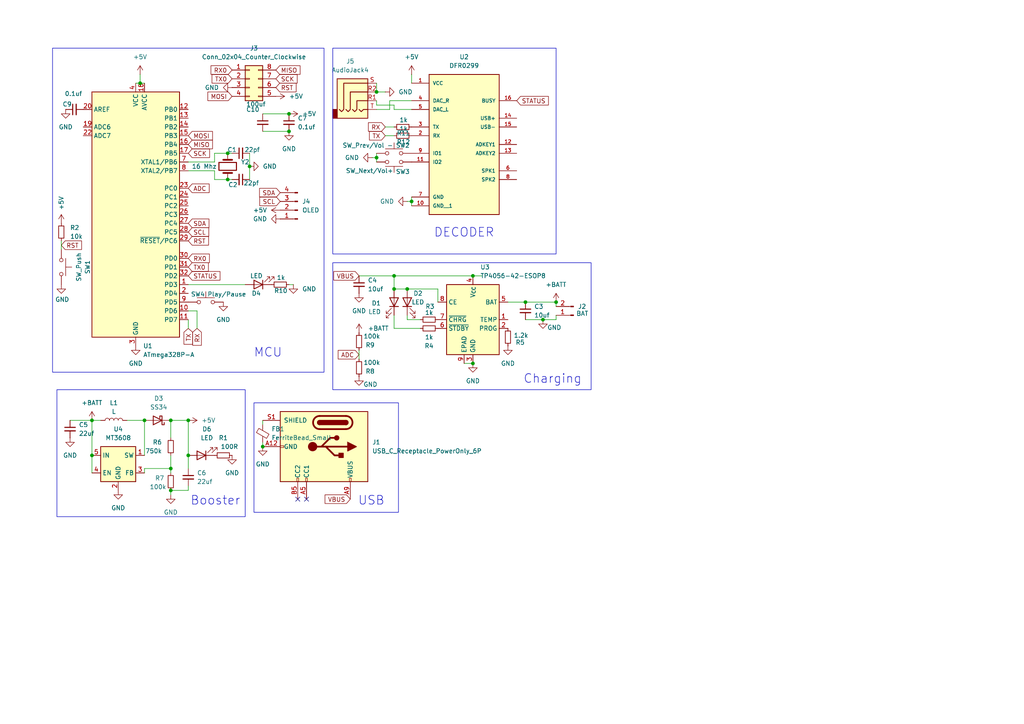
<source format=kicad_sch>
(kicad_sch
	(version 20250114)
	(generator "eeschema")
	(generator_version "9.0")
	(uuid "b6dee8c2-d8c0-430e-8760-274251217352")
	(paper "A4")
	(lib_symbols
		(symbol "Battery_Management:TP4056-42-ESOP8"
			(exclude_from_sim no)
			(in_bom yes)
			(on_board yes)
			(property "Reference" "U"
				(at -6.604 11.684 0)
				(effects
					(font
						(size 1.27 1.27)
					)
				)
			)
			(property "Value" "TP4056-42-ESOP8"
				(at 10.16 11.684 0)
				(effects
					(font
						(size 1.27 1.27)
					)
				)
			)
			(property "Footprint" "Package_SO:SOIC-8-1EP_3.9x4.9mm_P1.27mm_EP2.41x3.3mm_ThermalVias"
				(at 0.508 -22.86 0)
				(effects
					(font
						(size 1.27 1.27)
					)
					(hide yes)
				)
			)
			(property "Datasheet" "https://www.lcsc.com/datasheet/lcsc_datasheet_2410121619_TOPPOWER-Nanjing-Extension-Microelectronics-TP4056-42-ESOP8_C16581.pdf"
				(at 0 -25.4 0)
				(effects
					(font
						(size 1.27 1.27)
					)
					(hide yes)
				)
			)
			(property "Description" "1A Standalone Linear Li-ion/LiPo single-cell battery charger, 4.2V ±1% charge voltage, VCC = 4.0..8.0V, SOIC-8 (SOP-8)"
				(at 0.508 -20.32 0)
				(effects
					(font
						(size 1.27 1.27)
					)
					(hide yes)
				)
			)
			(property "ki_keywords" "lithium-ion lithium-polymer Li-Poly"
				(at 0 0 0)
				(effects
					(font
						(size 1.27 1.27)
					)
					(hide yes)
				)
			)
			(property "ki_fp_filters" "*SO*3.9x4.*P1.27mm*EP2.4*x3.3*mm*"
				(at 0 0 0)
				(effects
					(font
						(size 1.27 1.27)
					)
					(hide yes)
				)
			)
			(symbol "TP4056-42-ESOP8_1_0"
				(pin input line
					(at -10.16 5.08 0)
					(length 2.54)
					(name "CE"
						(effects
							(font
								(size 1.27 1.27)
							)
						)
					)
					(number "8"
						(effects
							(font
								(size 1.27 1.27)
							)
						)
					)
				)
				(pin open_collector line
					(at -10.16 0 0)
					(length 2.54)
					(name "~{CHRG}"
						(effects
							(font
								(size 1.27 1.27)
							)
						)
					)
					(number "7"
						(effects
							(font
								(size 1.27 1.27)
							)
						)
					)
				)
				(pin open_collector line
					(at -10.16 -2.54 0)
					(length 2.54)
					(name "~{STDBY}"
						(effects
							(font
								(size 1.27 1.27)
							)
						)
					)
					(number "6"
						(effects
							(font
								(size 1.27 1.27)
							)
						)
					)
				)
				(pin passive line
					(at -2.54 -12.7 90)
					(length 2.54)
					(name "EPAD"
						(effects
							(font
								(size 1.27 1.27)
							)
						)
					)
					(number "9"
						(effects
							(font
								(size 1.27 1.27)
							)
						)
					)
				)
				(pin power_in line
					(at 0 12.7 270)
					(length 2.54)
					(name "V_{CC}"
						(effects
							(font
								(size 1.27 1.27)
							)
						)
					)
					(number "4"
						(effects
							(font
								(size 1.27 1.27)
							)
						)
					)
				)
				(pin power_in line
					(at 0 -12.7 90)
					(length 2.54)
					(name "GND"
						(effects
							(font
								(size 1.27 1.27)
							)
						)
					)
					(number "3"
						(effects
							(font
								(size 1.27 1.27)
							)
						)
					)
				)
				(pin power_out line
					(at 10.16 5.08 180)
					(length 2.54)
					(name "BAT"
						(effects
							(font
								(size 1.27 1.27)
							)
						)
					)
					(number "5"
						(effects
							(font
								(size 1.27 1.27)
							)
						)
					)
				)
				(pin input line
					(at 10.16 0 180)
					(length 2.54)
					(name "TEMP"
						(effects
							(font
								(size 1.27 1.27)
							)
						)
					)
					(number "1"
						(effects
							(font
								(size 1.27 1.27)
							)
						)
					)
				)
				(pin passive line
					(at 10.16 -2.54 180)
					(length 2.54)
					(name "PROG"
						(effects
							(font
								(size 1.27 1.27)
							)
						)
					)
					(number "2"
						(effects
							(font
								(size 1.27 1.27)
							)
						)
					)
				)
			)
			(symbol "TP4056-42-ESOP8_1_1"
				(rectangle
					(start -7.62 10.16)
					(end 7.62 -10.16)
					(stroke
						(width 0.254)
						(type default)
					)
					(fill
						(type background)
					)
				)
			)
			(embedded_fonts no)
		)
		(symbol "Connector:Conn_01x02_Pin"
			(pin_names
				(offset 1.016)
				(hide yes)
			)
			(exclude_from_sim no)
			(in_bom yes)
			(on_board yes)
			(property "Reference" "J"
				(at 0 2.54 0)
				(effects
					(font
						(size 1.27 1.27)
					)
				)
			)
			(property "Value" "Conn_01x02_Pin"
				(at 0 -5.08 0)
				(effects
					(font
						(size 1.27 1.27)
					)
				)
			)
			(property "Footprint" ""
				(at 0 0 0)
				(effects
					(font
						(size 1.27 1.27)
					)
					(hide yes)
				)
			)
			(property "Datasheet" "~"
				(at 0 0 0)
				(effects
					(font
						(size 1.27 1.27)
					)
					(hide yes)
				)
			)
			(property "Description" "Generic connector, single row, 01x02, script generated"
				(at 0 0 0)
				(effects
					(font
						(size 1.27 1.27)
					)
					(hide yes)
				)
			)
			(property "ki_locked" ""
				(at 0 0 0)
				(effects
					(font
						(size 1.27 1.27)
					)
				)
			)
			(property "ki_keywords" "connector"
				(at 0 0 0)
				(effects
					(font
						(size 1.27 1.27)
					)
					(hide yes)
				)
			)
			(property "ki_fp_filters" "Connector*:*_1x??_*"
				(at 0 0 0)
				(effects
					(font
						(size 1.27 1.27)
					)
					(hide yes)
				)
			)
			(symbol "Conn_01x02_Pin_1_1"
				(rectangle
					(start 0.8636 0.127)
					(end 0 -0.127)
					(stroke
						(width 0.1524)
						(type default)
					)
					(fill
						(type outline)
					)
				)
				(rectangle
					(start 0.8636 -2.413)
					(end 0 -2.667)
					(stroke
						(width 0.1524)
						(type default)
					)
					(fill
						(type outline)
					)
				)
				(polyline
					(pts
						(xy 1.27 0) (xy 0.8636 0)
					)
					(stroke
						(width 0.1524)
						(type default)
					)
					(fill
						(type none)
					)
				)
				(polyline
					(pts
						(xy 1.27 -2.54) (xy 0.8636 -2.54)
					)
					(stroke
						(width 0.1524)
						(type default)
					)
					(fill
						(type none)
					)
				)
				(pin passive line
					(at 5.08 0 180)
					(length 3.81)
					(name "Pin_1"
						(effects
							(font
								(size 1.27 1.27)
							)
						)
					)
					(number "1"
						(effects
							(font
								(size 1.27 1.27)
							)
						)
					)
				)
				(pin passive line
					(at 5.08 -2.54 180)
					(length 3.81)
					(name "Pin_2"
						(effects
							(font
								(size 1.27 1.27)
							)
						)
					)
					(number "2"
						(effects
							(font
								(size 1.27 1.27)
							)
						)
					)
				)
			)
			(embedded_fonts no)
		)
		(symbol "Connector:Conn_01x04_Pin"
			(pin_names
				(offset 1.016)
				(hide yes)
			)
			(exclude_from_sim no)
			(in_bom yes)
			(on_board yes)
			(property "Reference" "J"
				(at 0 5.08 0)
				(effects
					(font
						(size 1.27 1.27)
					)
				)
			)
			(property "Value" "Conn_01x04_Pin"
				(at 0 -7.62 0)
				(effects
					(font
						(size 1.27 1.27)
					)
				)
			)
			(property "Footprint" ""
				(at 0 0 0)
				(effects
					(font
						(size 1.27 1.27)
					)
					(hide yes)
				)
			)
			(property "Datasheet" "~"
				(at 0 0 0)
				(effects
					(font
						(size 1.27 1.27)
					)
					(hide yes)
				)
			)
			(property "Description" "Generic connector, single row, 01x04, script generated"
				(at 0 0 0)
				(effects
					(font
						(size 1.27 1.27)
					)
					(hide yes)
				)
			)
			(property "ki_locked" ""
				(at 0 0 0)
				(effects
					(font
						(size 1.27 1.27)
					)
				)
			)
			(property "ki_keywords" "connector"
				(at 0 0 0)
				(effects
					(font
						(size 1.27 1.27)
					)
					(hide yes)
				)
			)
			(property "ki_fp_filters" "Connector*:*_1x??_*"
				(at 0 0 0)
				(effects
					(font
						(size 1.27 1.27)
					)
					(hide yes)
				)
			)
			(symbol "Conn_01x04_Pin_1_1"
				(rectangle
					(start 0.8636 2.667)
					(end 0 2.413)
					(stroke
						(width 0.1524)
						(type default)
					)
					(fill
						(type outline)
					)
				)
				(rectangle
					(start 0.8636 0.127)
					(end 0 -0.127)
					(stroke
						(width 0.1524)
						(type default)
					)
					(fill
						(type outline)
					)
				)
				(rectangle
					(start 0.8636 -2.413)
					(end 0 -2.667)
					(stroke
						(width 0.1524)
						(type default)
					)
					(fill
						(type outline)
					)
				)
				(rectangle
					(start 0.8636 -4.953)
					(end 0 -5.207)
					(stroke
						(width 0.1524)
						(type default)
					)
					(fill
						(type outline)
					)
				)
				(polyline
					(pts
						(xy 1.27 2.54) (xy 0.8636 2.54)
					)
					(stroke
						(width 0.1524)
						(type default)
					)
					(fill
						(type none)
					)
				)
				(polyline
					(pts
						(xy 1.27 0) (xy 0.8636 0)
					)
					(stroke
						(width 0.1524)
						(type default)
					)
					(fill
						(type none)
					)
				)
				(polyline
					(pts
						(xy 1.27 -2.54) (xy 0.8636 -2.54)
					)
					(stroke
						(width 0.1524)
						(type default)
					)
					(fill
						(type none)
					)
				)
				(polyline
					(pts
						(xy 1.27 -5.08) (xy 0.8636 -5.08)
					)
					(stroke
						(width 0.1524)
						(type default)
					)
					(fill
						(type none)
					)
				)
				(pin passive line
					(at 5.08 2.54 180)
					(length 3.81)
					(name "Pin_1"
						(effects
							(font
								(size 1.27 1.27)
							)
						)
					)
					(number "1"
						(effects
							(font
								(size 1.27 1.27)
							)
						)
					)
				)
				(pin passive line
					(at 5.08 0 180)
					(length 3.81)
					(name "Pin_2"
						(effects
							(font
								(size 1.27 1.27)
							)
						)
					)
					(number "2"
						(effects
							(font
								(size 1.27 1.27)
							)
						)
					)
				)
				(pin passive line
					(at 5.08 -2.54 180)
					(length 3.81)
					(name "Pin_3"
						(effects
							(font
								(size 1.27 1.27)
							)
						)
					)
					(number "3"
						(effects
							(font
								(size 1.27 1.27)
							)
						)
					)
				)
				(pin passive line
					(at 5.08 -5.08 180)
					(length 3.81)
					(name "Pin_4"
						(effects
							(font
								(size 1.27 1.27)
							)
						)
					)
					(number "4"
						(effects
							(font
								(size 1.27 1.27)
							)
						)
					)
				)
			)
			(embedded_fonts no)
		)
		(symbol "Connector:USB_C_Receptacle_PowerOnly_6P"
			(pin_names
				(offset 1.016)
			)
			(exclude_from_sim no)
			(in_bom yes)
			(on_board yes)
			(property "Reference" "J"
				(at 0 16.51 0)
				(effects
					(font
						(size 1.27 1.27)
					)
					(justify bottom)
				)
			)
			(property "Value" "USB_C_Receptacle_PowerOnly_6P"
				(at 0 13.97 0)
				(effects
					(font
						(size 1.27 1.27)
					)
					(justify bottom)
				)
			)
			(property "Footprint" ""
				(at 3.81 2.54 0)
				(effects
					(font
						(size 1.27 1.27)
					)
					(hide yes)
				)
			)
			(property "Datasheet" "https://www.usb.org/sites/default/files/documents/usb_type-c.zip"
				(at 0 0 0)
				(effects
					(font
						(size 1.27 1.27)
					)
					(hide yes)
				)
			)
			(property "Description" "USB Power-Only 6P Type-C Receptacle connector"
				(at 0 0 0)
				(effects
					(font
						(size 1.27 1.27)
					)
					(hide yes)
				)
			)
			(property "ki_keywords" "usb universal serial bus type-C power-only charging-only 6P 6C"
				(at 0 0 0)
				(effects
					(font
						(size 1.27 1.27)
					)
					(hide yes)
				)
			)
			(property "ki_fp_filters" "USB*C*Receptacle*"
				(at 0 0 0)
				(effects
					(font
						(size 1.27 1.27)
					)
					(hide yes)
				)
			)
			(symbol "USB_C_Receptacle_PowerOnly_6P_0_0"
				(rectangle
					(start -0.254 -12.7)
					(end 0.254 -11.684)
					(stroke
						(width 0)
						(type default)
					)
					(fill
						(type none)
					)
				)
				(rectangle
					(start 10.16 7.874)
					(end 9.144 7.366)
					(stroke
						(width 0)
						(type default)
					)
					(fill
						(type none)
					)
				)
				(rectangle
					(start 10.16 -4.826)
					(end 9.144 -5.334)
					(stroke
						(width 0)
						(type default)
					)
					(fill
						(type none)
					)
				)
				(rectangle
					(start 10.16 -7.366)
					(end 9.144 -7.874)
					(stroke
						(width 0)
						(type default)
					)
					(fill
						(type none)
					)
				)
			)
			(symbol "USB_C_Receptacle_PowerOnly_6P_0_1"
				(rectangle
					(start -10.16 12.7)
					(end 10.16 -12.7)
					(stroke
						(width 0.254)
						(type default)
					)
					(fill
						(type background)
					)
				)
				(polyline
					(pts
						(xy -8.89 -1.27) (xy -8.89 6.35)
					)
					(stroke
						(width 0.508)
						(type default)
					)
					(fill
						(type none)
					)
				)
				(rectangle
					(start -7.62 -1.27)
					(end -6.35 6.35)
					(stroke
						(width 0.254)
						(type default)
					)
					(fill
						(type outline)
					)
				)
				(arc
					(start -7.62 6.35)
					(mid -6.985 6.9823)
					(end -6.35 6.35)
					(stroke
						(width 0.254)
						(type default)
					)
					(fill
						(type none)
					)
				)
				(arc
					(start -7.62 6.35)
					(mid -6.985 6.9823)
					(end -6.35 6.35)
					(stroke
						(width 0.254)
						(type default)
					)
					(fill
						(type outline)
					)
				)
				(arc
					(start -8.89 6.35)
					(mid -6.985 8.2467)
					(end -5.08 6.35)
					(stroke
						(width 0.508)
						(type default)
					)
					(fill
						(type none)
					)
				)
				(arc
					(start -5.08 -1.27)
					(mid -6.985 -3.1667)
					(end -8.89 -1.27)
					(stroke
						(width 0.508)
						(type default)
					)
					(fill
						(type none)
					)
				)
				(arc
					(start -6.35 -1.27)
					(mid -6.985 -1.9023)
					(end -7.62 -1.27)
					(stroke
						(width 0.254)
						(type default)
					)
					(fill
						(type none)
					)
				)
				(arc
					(start -6.35 -1.27)
					(mid -6.985 -1.9023)
					(end -7.62 -1.27)
					(stroke
						(width 0.254)
						(type default)
					)
					(fill
						(type outline)
					)
				)
				(polyline
					(pts
						(xy -5.08 6.35) (xy -5.08 -1.27)
					)
					(stroke
						(width 0.508)
						(type default)
					)
					(fill
						(type none)
					)
				)
				(circle
					(center -2.54 3.683)
					(radius 0.635)
					(stroke
						(width 0.254)
						(type default)
					)
					(fill
						(type outline)
					)
				)
				(polyline
					(pts
						(xy -1.27 6.858) (xy 0 9.398) (xy 1.27 6.858) (xy -1.27 6.858)
					)
					(stroke
						(width 0.254)
						(type default)
					)
					(fill
						(type outline)
					)
				)
				(polyline
					(pts
						(xy 0 0.508) (xy 2.54 3.048) (xy 2.54 4.318)
					)
					(stroke
						(width 0.508)
						(type default)
					)
					(fill
						(type none)
					)
				)
				(polyline
					(pts
						(xy 0 -0.762) (xy -2.54 1.778) (xy -2.54 3.048)
					)
					(stroke
						(width 0.508)
						(type default)
					)
					(fill
						(type none)
					)
				)
				(polyline
					(pts
						(xy 0 -3.302) (xy 0 6.858)
					)
					(stroke
						(width 0.508)
						(type default)
					)
					(fill
						(type none)
					)
				)
				(circle
					(center 0 -3.302)
					(radius 1.27)
					(stroke
						(width 0)
						(type default)
					)
					(fill
						(type outline)
					)
				)
				(rectangle
					(start 1.905 4.318)
					(end 3.175 5.588)
					(stroke
						(width 0.254)
						(type default)
					)
					(fill
						(type outline)
					)
				)
			)
			(symbol "USB_C_Receptacle_PowerOnly_6P_1_1"
				(pin passive line
					(at -7.62 -17.78 90)
					(length 5.08)
					(name "SHIELD"
						(effects
							(font
								(size 1.27 1.27)
							)
						)
					)
					(number "S1"
						(effects
							(font
								(size 1.27 1.27)
							)
						)
					)
				)
				(pin passive line
					(at 0 -17.78 90)
					(length 5.08)
					(name "GND"
						(effects
							(font
								(size 1.27 1.27)
							)
						)
					)
					(number "A12"
						(effects
							(font
								(size 1.27 1.27)
							)
						)
					)
				)
				(pin passive line
					(at 0 -17.78 90)
					(length 5.08)
					(hide yes)
					(name "GND"
						(effects
							(font
								(size 1.27 1.27)
							)
						)
					)
					(number "B12"
						(effects
							(font
								(size 1.27 1.27)
							)
						)
					)
				)
				(pin passive line
					(at 15.24 7.62 180)
					(length 5.08)
					(name "VBUS"
						(effects
							(font
								(size 1.27 1.27)
							)
						)
					)
					(number "A9"
						(effects
							(font
								(size 1.27 1.27)
							)
						)
					)
				)
				(pin passive line
					(at 15.24 7.62 180)
					(length 5.08)
					(hide yes)
					(name "VBUS"
						(effects
							(font
								(size 1.27 1.27)
							)
						)
					)
					(number "B9"
						(effects
							(font
								(size 1.27 1.27)
							)
						)
					)
				)
				(pin bidirectional line
					(at 15.24 -5.08 180)
					(length 5.08)
					(name "CC1"
						(effects
							(font
								(size 1.27 1.27)
							)
						)
					)
					(number "A5"
						(effects
							(font
								(size 1.27 1.27)
							)
						)
					)
				)
				(pin bidirectional line
					(at 15.24 -7.62 180)
					(length 5.08)
					(name "CC2"
						(effects
							(font
								(size 1.27 1.27)
							)
						)
					)
					(number "B5"
						(effects
							(font
								(size 1.27 1.27)
							)
						)
					)
				)
			)
			(embedded_fonts no)
		)
		(symbol "Connector_Audio:AudioJack4"
			(exclude_from_sim no)
			(in_bom yes)
			(on_board yes)
			(property "Reference" "J"
				(at 0 8.89 0)
				(effects
					(font
						(size 1.27 1.27)
					)
				)
			)
			(property "Value" "AudioJack4"
				(at 0 6.35 0)
				(effects
					(font
						(size 1.27 1.27)
					)
				)
			)
			(property "Footprint" ""
				(at 0 0 0)
				(effects
					(font
						(size 1.27 1.27)
					)
					(hide yes)
				)
			)
			(property "Datasheet" "~"
				(at 0 0 0)
				(effects
					(font
						(size 1.27 1.27)
					)
					(hide yes)
				)
			)
			(property "Description" "Audio Jack, 4 Poles (TRRS)"
				(at 0 0 0)
				(effects
					(font
						(size 1.27 1.27)
					)
					(hide yes)
				)
			)
			(property "ki_keywords" "audio jack receptacle stereo headphones TRRS connector"
				(at 0 0 0)
				(effects
					(font
						(size 1.27 1.27)
					)
					(hide yes)
				)
			)
			(property "ki_fp_filters" "Jack*"
				(at 0 0 0)
				(effects
					(font
						(size 1.27 1.27)
					)
					(hide yes)
				)
			)
			(symbol "AudioJack4_0_1"
				(rectangle
					(start -6.35 -5.08)
					(end -7.62 -7.62)
					(stroke
						(width 0.254)
						(type default)
					)
					(fill
						(type outline)
					)
				)
				(polyline
					(pts
						(xy -5.715 -5.08) (xy -5.08 -5.715) (xy -4.445 -5.08) (xy -4.445 2.54) (xy 2.54 2.54)
					)
					(stroke
						(width 0.254)
						(type default)
					)
					(fill
						(type none)
					)
				)
				(polyline
					(pts
						(xy -1.905 -5.08) (xy -1.27 -5.715) (xy -0.635 -5.08) (xy -0.635 -2.54) (xy 2.54 -2.54)
					)
					(stroke
						(width 0.254)
						(type default)
					)
					(fill
						(type none)
					)
				)
				(polyline
					(pts
						(xy 0 -5.08) (xy 0.635 -5.715) (xy 1.27 -5.08) (xy 2.54 -5.08)
					)
					(stroke
						(width 0.254)
						(type default)
					)
					(fill
						(type none)
					)
				)
				(rectangle
					(start 2.54 3.81)
					(end -6.35 -7.62)
					(stroke
						(width 0.254)
						(type default)
					)
					(fill
						(type background)
					)
				)
				(polyline
					(pts
						(xy 2.54 0) (xy -2.54 0) (xy -2.54 -5.08) (xy -3.175 -5.715) (xy -3.81 -5.08)
					)
					(stroke
						(width 0.254)
						(type default)
					)
					(fill
						(type none)
					)
				)
			)
			(symbol "AudioJack4_1_1"
				(pin passive line
					(at 5.08 2.54 180)
					(length 2.54)
					(name "~"
						(effects
							(font
								(size 1.27 1.27)
							)
						)
					)
					(number "S"
						(effects
							(font
								(size 1.27 1.27)
							)
						)
					)
				)
				(pin passive line
					(at 5.08 0 180)
					(length 2.54)
					(name "~"
						(effects
							(font
								(size 1.27 1.27)
							)
						)
					)
					(number "R2"
						(effects
							(font
								(size 1.27 1.27)
							)
						)
					)
				)
				(pin passive line
					(at 5.08 -2.54 180)
					(length 2.54)
					(name "~"
						(effects
							(font
								(size 1.27 1.27)
							)
						)
					)
					(number "R1"
						(effects
							(font
								(size 1.27 1.27)
							)
						)
					)
				)
				(pin passive line
					(at 5.08 -5.08 180)
					(length 2.54)
					(name "~"
						(effects
							(font
								(size 1.27 1.27)
							)
						)
					)
					(number "T"
						(effects
							(font
								(size 1.27 1.27)
							)
						)
					)
				)
			)
			(embedded_fonts no)
		)
		(symbol "Connector_Generic:Conn_02x04_Counter_Clockwise"
			(pin_names
				(offset 1.016)
				(hide yes)
			)
			(exclude_from_sim no)
			(in_bom yes)
			(on_board yes)
			(property "Reference" "J"
				(at 1.27 5.08 0)
				(effects
					(font
						(size 1.27 1.27)
					)
				)
			)
			(property "Value" "Conn_02x04_Counter_Clockwise"
				(at 1.27 -7.62 0)
				(effects
					(font
						(size 1.27 1.27)
					)
				)
			)
			(property "Footprint" ""
				(at 0 0 0)
				(effects
					(font
						(size 1.27 1.27)
					)
					(hide yes)
				)
			)
			(property "Datasheet" "~"
				(at 0 0 0)
				(effects
					(font
						(size 1.27 1.27)
					)
					(hide yes)
				)
			)
			(property "Description" "Generic connector, double row, 02x04, counter clockwise pin numbering scheme (similar to DIP package numbering), script generated (kicad-library-utils/schlib/autogen/connector/)"
				(at 0 0 0)
				(effects
					(font
						(size 1.27 1.27)
					)
					(hide yes)
				)
			)
			(property "ki_keywords" "connector"
				(at 0 0 0)
				(effects
					(font
						(size 1.27 1.27)
					)
					(hide yes)
				)
			)
			(property "ki_fp_filters" "Connector*:*_2x??_*"
				(at 0 0 0)
				(effects
					(font
						(size 1.27 1.27)
					)
					(hide yes)
				)
			)
			(symbol "Conn_02x04_Counter_Clockwise_1_1"
				(rectangle
					(start -1.27 3.81)
					(end 3.81 -6.35)
					(stroke
						(width 0.254)
						(type default)
					)
					(fill
						(type background)
					)
				)
				(rectangle
					(start -1.27 2.667)
					(end 0 2.413)
					(stroke
						(width 0.1524)
						(type default)
					)
					(fill
						(type none)
					)
				)
				(rectangle
					(start -1.27 0.127)
					(end 0 -0.127)
					(stroke
						(width 0.1524)
						(type default)
					)
					(fill
						(type none)
					)
				)
				(rectangle
					(start -1.27 -2.413)
					(end 0 -2.667)
					(stroke
						(width 0.1524)
						(type default)
					)
					(fill
						(type none)
					)
				)
				(rectangle
					(start -1.27 -4.953)
					(end 0 -5.207)
					(stroke
						(width 0.1524)
						(type default)
					)
					(fill
						(type none)
					)
				)
				(rectangle
					(start 3.81 2.667)
					(end 2.54 2.413)
					(stroke
						(width 0.1524)
						(type default)
					)
					(fill
						(type none)
					)
				)
				(rectangle
					(start 3.81 0.127)
					(end 2.54 -0.127)
					(stroke
						(width 0.1524)
						(type default)
					)
					(fill
						(type none)
					)
				)
				(rectangle
					(start 3.81 -2.413)
					(end 2.54 -2.667)
					(stroke
						(width 0.1524)
						(type default)
					)
					(fill
						(type none)
					)
				)
				(rectangle
					(start 3.81 -4.953)
					(end 2.54 -5.207)
					(stroke
						(width 0.1524)
						(type default)
					)
					(fill
						(type none)
					)
				)
				(pin passive line
					(at -5.08 2.54 0)
					(length 3.81)
					(name "Pin_1"
						(effects
							(font
								(size 1.27 1.27)
							)
						)
					)
					(number "1"
						(effects
							(font
								(size 1.27 1.27)
							)
						)
					)
				)
				(pin passive line
					(at -5.08 0 0)
					(length 3.81)
					(name "Pin_2"
						(effects
							(font
								(size 1.27 1.27)
							)
						)
					)
					(number "2"
						(effects
							(font
								(size 1.27 1.27)
							)
						)
					)
				)
				(pin passive line
					(at -5.08 -2.54 0)
					(length 3.81)
					(name "Pin_3"
						(effects
							(font
								(size 1.27 1.27)
							)
						)
					)
					(number "3"
						(effects
							(font
								(size 1.27 1.27)
							)
						)
					)
				)
				(pin passive line
					(at -5.08 -5.08 0)
					(length 3.81)
					(name "Pin_4"
						(effects
							(font
								(size 1.27 1.27)
							)
						)
					)
					(number "4"
						(effects
							(font
								(size 1.27 1.27)
							)
						)
					)
				)
				(pin passive line
					(at 7.62 2.54 180)
					(length 3.81)
					(name "Pin_8"
						(effects
							(font
								(size 1.27 1.27)
							)
						)
					)
					(number "8"
						(effects
							(font
								(size 1.27 1.27)
							)
						)
					)
				)
				(pin passive line
					(at 7.62 0 180)
					(length 3.81)
					(name "Pin_7"
						(effects
							(font
								(size 1.27 1.27)
							)
						)
					)
					(number "7"
						(effects
							(font
								(size 1.27 1.27)
							)
						)
					)
				)
				(pin passive line
					(at 7.62 -2.54 180)
					(length 3.81)
					(name "Pin_6"
						(effects
							(font
								(size 1.27 1.27)
							)
						)
					)
					(number "6"
						(effects
							(font
								(size 1.27 1.27)
							)
						)
					)
				)
				(pin passive line
					(at 7.62 -5.08 180)
					(length 3.81)
					(name "Pin_5"
						(effects
							(font
								(size 1.27 1.27)
							)
						)
					)
					(number "5"
						(effects
							(font
								(size 1.27 1.27)
							)
						)
					)
				)
			)
			(embedded_fonts no)
		)
		(symbol "DFR0299:DFR0299"
			(pin_names
				(offset 1.016)
			)
			(exclude_from_sim no)
			(in_bom yes)
			(on_board yes)
			(property "Reference" "U"
				(at -10.16 18.542 0)
				(effects
					(font
						(size 1.27 1.27)
					)
					(justify left bottom)
				)
			)
			(property "Value" "DFR0299"
				(at -10.16 -25.4 0)
				(effects
					(font
						(size 1.27 1.27)
					)
					(justify left bottom)
				)
			)
			(property "Footprint" "DFR0299:MODULE_DFR0299"
				(at 0 0 0)
				(effects
					(font
						(size 1.27 1.27)
					)
					(justify bottom)
					(hide yes)
				)
			)
			(property "Datasheet" ""
				(at 0 0 0)
				(effects
					(font
						(size 1.27 1.27)
					)
					(hide yes)
				)
			)
			(property "Description" "Dfplayer - a Mini Mp3 Player"
				(at 0 0 0)
				(effects
					(font
						(size 1.27 1.27)
					)
					(justify bottom)
					(hide yes)
				)
			)
			(property "MF" "DFRobot"
				(at 0 0 0)
				(effects
					(font
						(size 1.27 1.27)
					)
					(justify bottom)
					(hide yes)
				)
			)
			(property "PACKAGE" "None"
				(at 0 0 0)
				(effects
					(font
						(size 1.27 1.27)
					)
					(justify bottom)
					(hide yes)
				)
			)
			(property "PRICE" "None"
				(at 0 0 0)
				(effects
					(font
						(size 1.27 1.27)
					)
					(justify bottom)
					(hide yes)
				)
			)
			(property "MP" "DFR0299"
				(at 0 0 0)
				(effects
					(font
						(size 1.27 1.27)
					)
					(justify bottom)
					(hide yes)
				)
			)
			(property "AVAILABILITY" "Unavailable"
				(at 0 0 0)
				(effects
					(font
						(size 1.27 1.27)
					)
					(justify bottom)
					(hide yes)
				)
			)
			(symbol "DFR0299_0_0"
				(rectangle
					(start -10.16 -22.86)
					(end 10.16 17.78)
					(stroke
						(width 0.254)
						(type default)
					)
					(fill
						(type background)
					)
				)
				(pin input line
					(at -15.24 10.16 0)
					(length 5.08)
					(name "BUSY"
						(effects
							(font
								(size 1.016 1.016)
							)
						)
					)
					(number "16"
						(effects
							(font
								(size 1.016 1.016)
							)
						)
					)
				)
				(pin input line
					(at -15.24 5.08 0)
					(length 5.08)
					(name "USB+"
						(effects
							(font
								(size 1.016 1.016)
							)
						)
					)
					(number "14"
						(effects
							(font
								(size 1.016 1.016)
							)
						)
					)
				)
				(pin input line
					(at -15.24 2.54 0)
					(length 5.08)
					(name "USB-"
						(effects
							(font
								(size 1.016 1.016)
							)
						)
					)
					(number "15"
						(effects
							(font
								(size 1.016 1.016)
							)
						)
					)
				)
				(pin input line
					(at -15.24 -2.54 0)
					(length 5.08)
					(name "ADKEY1"
						(effects
							(font
								(size 1.016 1.016)
							)
						)
					)
					(number "12"
						(effects
							(font
								(size 1.016 1.016)
							)
						)
					)
				)
				(pin input line
					(at -15.24 -5.08 0)
					(length 5.08)
					(name "ADKEY2"
						(effects
							(font
								(size 1.016 1.016)
							)
						)
					)
					(number "13"
						(effects
							(font
								(size 1.016 1.016)
							)
						)
					)
				)
				(pin passive line
					(at -15.24 -10.16 0)
					(length 5.08)
					(name "SPK1"
						(effects
							(font
								(size 1.016 1.016)
							)
						)
					)
					(number "6"
						(effects
							(font
								(size 1.016 1.016)
							)
						)
					)
				)
				(pin passive line
					(at -15.24 -12.7 0)
					(length 5.08)
					(name "SPK2"
						(effects
							(font
								(size 1.016 1.016)
							)
						)
					)
					(number "8"
						(effects
							(font
								(size 1.016 1.016)
							)
						)
					)
				)
				(pin power_in line
					(at 15.24 15.24 180)
					(length 5.08)
					(name "VCC"
						(effects
							(font
								(size 1.016 1.016)
							)
						)
					)
					(number "1"
						(effects
							(font
								(size 1.016 1.016)
							)
						)
					)
				)
				(pin output line
					(at 15.24 10.16 180)
					(length 5.08)
					(name "DAC_R"
						(effects
							(font
								(size 1.016 1.016)
							)
						)
					)
					(number "4"
						(effects
							(font
								(size 1.016 1.016)
							)
						)
					)
				)
				(pin output line
					(at 15.24 7.62 180)
					(length 5.08)
					(name "DAC_L"
						(effects
							(font
								(size 1.016 1.016)
							)
						)
					)
					(number "5"
						(effects
							(font
								(size 1.016 1.016)
							)
						)
					)
				)
				(pin output line
					(at 15.24 2.54 180)
					(length 5.08)
					(name "TX"
						(effects
							(font
								(size 1.016 1.016)
							)
						)
					)
					(number "3"
						(effects
							(font
								(size 1.016 1.016)
							)
						)
					)
				)
				(pin input line
					(at 15.24 0 180)
					(length 5.08)
					(name "RX"
						(effects
							(font
								(size 1.016 1.016)
							)
						)
					)
					(number "2"
						(effects
							(font
								(size 1.016 1.016)
							)
						)
					)
				)
				(pin bidirectional line
					(at 15.24 -5.08 180)
					(length 5.08)
					(name "IO1"
						(effects
							(font
								(size 1.016 1.016)
							)
						)
					)
					(number "9"
						(effects
							(font
								(size 1.016 1.016)
							)
						)
					)
				)
				(pin bidirectional line
					(at 15.24 -7.62 180)
					(length 5.08)
					(name "IO2"
						(effects
							(font
								(size 1.016 1.016)
							)
						)
					)
					(number "11"
						(effects
							(font
								(size 1.016 1.016)
							)
						)
					)
				)
				(pin power_in line
					(at 15.24 -17.78 180)
					(length 5.08)
					(name "GND"
						(effects
							(font
								(size 1.016 1.016)
							)
						)
					)
					(number "7"
						(effects
							(font
								(size 1.016 1.016)
							)
						)
					)
				)
				(pin power_in line
					(at 15.24 -20.32 180)
					(length 5.08)
					(name "GND__1"
						(effects
							(font
								(size 1.016 1.016)
							)
						)
					)
					(number "10"
						(effects
							(font
								(size 1.016 1.016)
							)
						)
					)
				)
			)
			(embedded_fonts no)
		)
		(symbol "Device:C_Small"
			(pin_numbers
				(hide yes)
			)
			(pin_names
				(offset 0.254)
				(hide yes)
			)
			(exclude_from_sim no)
			(in_bom yes)
			(on_board yes)
			(property "Reference" "C"
				(at 0.254 1.778 0)
				(effects
					(font
						(size 1.27 1.27)
					)
					(justify left)
				)
			)
			(property "Value" "C_Small"
				(at 0.254 -2.032 0)
				(effects
					(font
						(size 1.27 1.27)
					)
					(justify left)
				)
			)
			(property "Footprint" ""
				(at 0 0 0)
				(effects
					(font
						(size 1.27 1.27)
					)
					(hide yes)
				)
			)
			(property "Datasheet" "~"
				(at 0 0 0)
				(effects
					(font
						(size 1.27 1.27)
					)
					(hide yes)
				)
			)
			(property "Description" "Unpolarized capacitor, small symbol"
				(at 0 0 0)
				(effects
					(font
						(size 1.27 1.27)
					)
					(hide yes)
				)
			)
			(property "ki_keywords" "capacitor cap"
				(at 0 0 0)
				(effects
					(font
						(size 1.27 1.27)
					)
					(hide yes)
				)
			)
			(property "ki_fp_filters" "C_*"
				(at 0 0 0)
				(effects
					(font
						(size 1.27 1.27)
					)
					(hide yes)
				)
			)
			(symbol "C_Small_0_1"
				(polyline
					(pts
						(xy -1.524 0.508) (xy 1.524 0.508)
					)
					(stroke
						(width 0.3048)
						(type default)
					)
					(fill
						(type none)
					)
				)
				(polyline
					(pts
						(xy -1.524 -0.508) (xy 1.524 -0.508)
					)
					(stroke
						(width 0.3302)
						(type default)
					)
					(fill
						(type none)
					)
				)
			)
			(symbol "C_Small_1_1"
				(pin passive line
					(at 0 2.54 270)
					(length 2.032)
					(name "~"
						(effects
							(font
								(size 1.27 1.27)
							)
						)
					)
					(number "1"
						(effects
							(font
								(size 1.27 1.27)
							)
						)
					)
				)
				(pin passive line
					(at 0 -2.54 90)
					(length 2.032)
					(name "~"
						(effects
							(font
								(size 1.27 1.27)
							)
						)
					)
					(number "2"
						(effects
							(font
								(size 1.27 1.27)
							)
						)
					)
				)
			)
			(embedded_fonts no)
		)
		(symbol "Device:Crystal"
			(pin_numbers
				(hide yes)
			)
			(pin_names
				(offset 1.016)
				(hide yes)
			)
			(exclude_from_sim no)
			(in_bom yes)
			(on_board yes)
			(property "Reference" "Y"
				(at 0 3.81 0)
				(effects
					(font
						(size 1.27 1.27)
					)
				)
			)
			(property "Value" "Crystal"
				(at 0 -3.81 0)
				(effects
					(font
						(size 1.27 1.27)
					)
				)
			)
			(property "Footprint" ""
				(at 0 0 0)
				(effects
					(font
						(size 1.27 1.27)
					)
					(hide yes)
				)
			)
			(property "Datasheet" "~"
				(at 0 0 0)
				(effects
					(font
						(size 1.27 1.27)
					)
					(hide yes)
				)
			)
			(property "Description" "Two pin crystal"
				(at 0 0 0)
				(effects
					(font
						(size 1.27 1.27)
					)
					(hide yes)
				)
			)
			(property "ki_keywords" "quartz ceramic resonator oscillator"
				(at 0 0 0)
				(effects
					(font
						(size 1.27 1.27)
					)
					(hide yes)
				)
			)
			(property "ki_fp_filters" "Crystal*"
				(at 0 0 0)
				(effects
					(font
						(size 1.27 1.27)
					)
					(hide yes)
				)
			)
			(symbol "Crystal_0_1"
				(polyline
					(pts
						(xy -2.54 0) (xy -1.905 0)
					)
					(stroke
						(width 0)
						(type default)
					)
					(fill
						(type none)
					)
				)
				(polyline
					(pts
						(xy -1.905 -1.27) (xy -1.905 1.27)
					)
					(stroke
						(width 0.508)
						(type default)
					)
					(fill
						(type none)
					)
				)
				(rectangle
					(start -1.143 2.54)
					(end 1.143 -2.54)
					(stroke
						(width 0.3048)
						(type default)
					)
					(fill
						(type none)
					)
				)
				(polyline
					(pts
						(xy 1.905 -1.27) (xy 1.905 1.27)
					)
					(stroke
						(width 0.508)
						(type default)
					)
					(fill
						(type none)
					)
				)
				(polyline
					(pts
						(xy 2.54 0) (xy 1.905 0)
					)
					(stroke
						(width 0)
						(type default)
					)
					(fill
						(type none)
					)
				)
			)
			(symbol "Crystal_1_1"
				(pin passive line
					(at -3.81 0 0)
					(length 1.27)
					(name "1"
						(effects
							(font
								(size 1.27 1.27)
							)
						)
					)
					(number "1"
						(effects
							(font
								(size 1.27 1.27)
							)
						)
					)
				)
				(pin passive line
					(at 3.81 0 180)
					(length 1.27)
					(name "2"
						(effects
							(font
								(size 1.27 1.27)
							)
						)
					)
					(number "2"
						(effects
							(font
								(size 1.27 1.27)
							)
						)
					)
				)
			)
			(embedded_fonts no)
		)
		(symbol "Device:FerriteBead_Small"
			(pin_numbers
				(hide yes)
			)
			(pin_names
				(offset 0)
			)
			(exclude_from_sim no)
			(in_bom yes)
			(on_board yes)
			(property "Reference" "FB"
				(at 1.905 1.27 0)
				(effects
					(font
						(size 1.27 1.27)
					)
					(justify left)
				)
			)
			(property "Value" "FerriteBead_Small"
				(at 1.905 -1.27 0)
				(effects
					(font
						(size 1.27 1.27)
					)
					(justify left)
				)
			)
			(property "Footprint" ""
				(at -1.778 0 90)
				(effects
					(font
						(size 1.27 1.27)
					)
					(hide yes)
				)
			)
			(property "Datasheet" "~"
				(at 0 0 0)
				(effects
					(font
						(size 1.27 1.27)
					)
					(hide yes)
				)
			)
			(property "Description" "Ferrite bead, small symbol"
				(at 0 0 0)
				(effects
					(font
						(size 1.27 1.27)
					)
					(hide yes)
				)
			)
			(property "ki_keywords" "L ferrite bead inductor filter"
				(at 0 0 0)
				(effects
					(font
						(size 1.27 1.27)
					)
					(hide yes)
				)
			)
			(property "ki_fp_filters" "Inductor_* L_* *Ferrite*"
				(at 0 0 0)
				(effects
					(font
						(size 1.27 1.27)
					)
					(hide yes)
				)
			)
			(symbol "FerriteBead_Small_0_1"
				(polyline
					(pts
						(xy -1.8288 0.2794) (xy -1.1176 1.4986) (xy 1.8288 -0.2032) (xy 1.1176 -1.4224) (xy -1.8288 0.2794)
					)
					(stroke
						(width 0)
						(type default)
					)
					(fill
						(type none)
					)
				)
				(polyline
					(pts
						(xy 0 0.889) (xy 0 1.2954)
					)
					(stroke
						(width 0)
						(type default)
					)
					(fill
						(type none)
					)
				)
				(polyline
					(pts
						(xy 0 -1.27) (xy 0 -0.7874)
					)
					(stroke
						(width 0)
						(type default)
					)
					(fill
						(type none)
					)
				)
			)
			(symbol "FerriteBead_Small_1_1"
				(pin passive line
					(at 0 2.54 270)
					(length 1.27)
					(name "~"
						(effects
							(font
								(size 1.27 1.27)
							)
						)
					)
					(number "1"
						(effects
							(font
								(size 1.27 1.27)
							)
						)
					)
				)
				(pin passive line
					(at 0 -2.54 90)
					(length 1.27)
					(name "~"
						(effects
							(font
								(size 1.27 1.27)
							)
						)
					)
					(number "2"
						(effects
							(font
								(size 1.27 1.27)
							)
						)
					)
				)
			)
			(embedded_fonts no)
		)
		(symbol "Device:L"
			(pin_numbers
				(hide yes)
			)
			(pin_names
				(offset 1.016)
				(hide yes)
			)
			(exclude_from_sim no)
			(in_bom yes)
			(on_board yes)
			(property "Reference" "L"
				(at -1.27 0 90)
				(effects
					(font
						(size 1.27 1.27)
					)
				)
			)
			(property "Value" "L"
				(at 1.905 0 90)
				(effects
					(font
						(size 1.27 1.27)
					)
				)
			)
			(property "Footprint" ""
				(at 0 0 0)
				(effects
					(font
						(size 1.27 1.27)
					)
					(hide yes)
				)
			)
			(property "Datasheet" "~"
				(at 0 0 0)
				(effects
					(font
						(size 1.27 1.27)
					)
					(hide yes)
				)
			)
			(property "Description" "Inductor"
				(at 0 0 0)
				(effects
					(font
						(size 1.27 1.27)
					)
					(hide yes)
				)
			)
			(property "ki_keywords" "inductor choke coil reactor magnetic"
				(at 0 0 0)
				(effects
					(font
						(size 1.27 1.27)
					)
					(hide yes)
				)
			)
			(property "ki_fp_filters" "Choke_* *Coil* Inductor_* L_*"
				(at 0 0 0)
				(effects
					(font
						(size 1.27 1.27)
					)
					(hide yes)
				)
			)
			(symbol "L_0_1"
				(arc
					(start 0 2.54)
					(mid 0.6323 1.905)
					(end 0 1.27)
					(stroke
						(width 0)
						(type default)
					)
					(fill
						(type none)
					)
				)
				(arc
					(start 0 1.27)
					(mid 0.6323 0.635)
					(end 0 0)
					(stroke
						(width 0)
						(type default)
					)
					(fill
						(type none)
					)
				)
				(arc
					(start 0 0)
					(mid 0.6323 -0.635)
					(end 0 -1.27)
					(stroke
						(width 0)
						(type default)
					)
					(fill
						(type none)
					)
				)
				(arc
					(start 0 -1.27)
					(mid 0.6323 -1.905)
					(end 0 -2.54)
					(stroke
						(width 0)
						(type default)
					)
					(fill
						(type none)
					)
				)
			)
			(symbol "L_1_1"
				(pin passive line
					(at 0 3.81 270)
					(length 1.27)
					(name "1"
						(effects
							(font
								(size 1.27 1.27)
							)
						)
					)
					(number "1"
						(effects
							(font
								(size 1.27 1.27)
							)
						)
					)
				)
				(pin passive line
					(at 0 -3.81 90)
					(length 1.27)
					(name "2"
						(effects
							(font
								(size 1.27 1.27)
							)
						)
					)
					(number "2"
						(effects
							(font
								(size 1.27 1.27)
							)
						)
					)
				)
			)
			(embedded_fonts no)
		)
		(symbol "Device:LED"
			(pin_numbers
				(hide yes)
			)
			(pin_names
				(offset 1.016)
				(hide yes)
			)
			(exclude_from_sim no)
			(in_bom yes)
			(on_board yes)
			(property "Reference" "D"
				(at 0 2.54 0)
				(effects
					(font
						(size 1.27 1.27)
					)
				)
			)
			(property "Value" "LED"
				(at 0 -2.54 0)
				(effects
					(font
						(size 1.27 1.27)
					)
				)
			)
			(property "Footprint" ""
				(at 0 0 0)
				(effects
					(font
						(size 1.27 1.27)
					)
					(hide yes)
				)
			)
			(property "Datasheet" "~"
				(at 0 0 0)
				(effects
					(font
						(size 1.27 1.27)
					)
					(hide yes)
				)
			)
			(property "Description" "Light emitting diode"
				(at 0 0 0)
				(effects
					(font
						(size 1.27 1.27)
					)
					(hide yes)
				)
			)
			(property "Sim.Pins" "1=K 2=A"
				(at 0 0 0)
				(effects
					(font
						(size 1.27 1.27)
					)
					(hide yes)
				)
			)
			(property "ki_keywords" "LED diode"
				(at 0 0 0)
				(effects
					(font
						(size 1.27 1.27)
					)
					(hide yes)
				)
			)
			(property "ki_fp_filters" "LED* LED_SMD:* LED_THT:*"
				(at 0 0 0)
				(effects
					(font
						(size 1.27 1.27)
					)
					(hide yes)
				)
			)
			(symbol "LED_0_1"
				(polyline
					(pts
						(xy -3.048 -0.762) (xy -4.572 -2.286) (xy -3.81 -2.286) (xy -4.572 -2.286) (xy -4.572 -1.524)
					)
					(stroke
						(width 0)
						(type default)
					)
					(fill
						(type none)
					)
				)
				(polyline
					(pts
						(xy -1.778 -0.762) (xy -3.302 -2.286) (xy -2.54 -2.286) (xy -3.302 -2.286) (xy -3.302 -1.524)
					)
					(stroke
						(width 0)
						(type default)
					)
					(fill
						(type none)
					)
				)
				(polyline
					(pts
						(xy -1.27 0) (xy 1.27 0)
					)
					(stroke
						(width 0)
						(type default)
					)
					(fill
						(type none)
					)
				)
				(polyline
					(pts
						(xy -1.27 -1.27) (xy -1.27 1.27)
					)
					(stroke
						(width 0.254)
						(type default)
					)
					(fill
						(type none)
					)
				)
				(polyline
					(pts
						(xy 1.27 -1.27) (xy 1.27 1.27) (xy -1.27 0) (xy 1.27 -1.27)
					)
					(stroke
						(width 0.254)
						(type default)
					)
					(fill
						(type none)
					)
				)
			)
			(symbol "LED_1_1"
				(pin passive line
					(at -3.81 0 0)
					(length 2.54)
					(name "K"
						(effects
							(font
								(size 1.27 1.27)
							)
						)
					)
					(number "1"
						(effects
							(font
								(size 1.27 1.27)
							)
						)
					)
				)
				(pin passive line
					(at 3.81 0 180)
					(length 2.54)
					(name "A"
						(effects
							(font
								(size 1.27 1.27)
							)
						)
					)
					(number "2"
						(effects
							(font
								(size 1.27 1.27)
							)
						)
					)
				)
			)
			(embedded_fonts no)
		)
		(symbol "Device:R_Small"
			(pin_numbers
				(hide yes)
			)
			(pin_names
				(offset 0.254)
				(hide yes)
			)
			(exclude_from_sim no)
			(in_bom yes)
			(on_board yes)
			(property "Reference" "R"
				(at 0.762 0.508 0)
				(effects
					(font
						(size 1.27 1.27)
					)
					(justify left)
				)
			)
			(property "Value" "R_Small"
				(at 0.762 -1.016 0)
				(effects
					(font
						(size 1.27 1.27)
					)
					(justify left)
				)
			)
			(property "Footprint" ""
				(at 0 0 0)
				(effects
					(font
						(size 1.27 1.27)
					)
					(hide yes)
				)
			)
			(property "Datasheet" "~"
				(at 0 0 0)
				(effects
					(font
						(size 1.27 1.27)
					)
					(hide yes)
				)
			)
			(property "Description" "Resistor, small symbol"
				(at 0 0 0)
				(effects
					(font
						(size 1.27 1.27)
					)
					(hide yes)
				)
			)
			(property "ki_keywords" "R resistor"
				(at 0 0 0)
				(effects
					(font
						(size 1.27 1.27)
					)
					(hide yes)
				)
			)
			(property "ki_fp_filters" "R_*"
				(at 0 0 0)
				(effects
					(font
						(size 1.27 1.27)
					)
					(hide yes)
				)
			)
			(symbol "R_Small_0_1"
				(rectangle
					(start -0.762 1.778)
					(end 0.762 -1.778)
					(stroke
						(width 0.2032)
						(type default)
					)
					(fill
						(type none)
					)
				)
			)
			(symbol "R_Small_1_1"
				(pin passive line
					(at 0 2.54 270)
					(length 0.762)
					(name "~"
						(effects
							(font
								(size 1.27 1.27)
							)
						)
					)
					(number "1"
						(effects
							(font
								(size 1.27 1.27)
							)
						)
					)
				)
				(pin passive line
					(at 0 -2.54 90)
					(length 0.762)
					(name "~"
						(effects
							(font
								(size 1.27 1.27)
							)
						)
					)
					(number "2"
						(effects
							(font
								(size 1.27 1.27)
							)
						)
					)
				)
			)
			(embedded_fonts no)
		)
		(symbol "Diode:SS34"
			(pin_numbers
				(hide yes)
			)
			(pin_names
				(offset 1.016)
				(hide yes)
			)
			(exclude_from_sim no)
			(in_bom yes)
			(on_board yes)
			(property "Reference" "D"
				(at 0 2.54 0)
				(effects
					(font
						(size 1.27 1.27)
					)
				)
			)
			(property "Value" "SS34"
				(at 0 -2.54 0)
				(effects
					(font
						(size 1.27 1.27)
					)
				)
			)
			(property "Footprint" "Diode_SMD:D_SMA"
				(at 0 -4.445 0)
				(effects
					(font
						(size 1.27 1.27)
					)
					(hide yes)
				)
			)
			(property "Datasheet" "https://www.vishay.com/docs/88751/ss32.pdf"
				(at 0 0 0)
				(effects
					(font
						(size 1.27 1.27)
					)
					(hide yes)
				)
			)
			(property "Description" "40V 3A Schottky Diode, SMA"
				(at 0 0 0)
				(effects
					(font
						(size 1.27 1.27)
					)
					(hide yes)
				)
			)
			(property "ki_keywords" "diode Schottky"
				(at 0 0 0)
				(effects
					(font
						(size 1.27 1.27)
					)
					(hide yes)
				)
			)
			(property "ki_fp_filters" "D*SMA*"
				(at 0 0 0)
				(effects
					(font
						(size 1.27 1.27)
					)
					(hide yes)
				)
			)
			(symbol "SS34_0_1"
				(polyline
					(pts
						(xy -1.905 0.635) (xy -1.905 1.27) (xy -1.27 1.27) (xy -1.27 -1.27) (xy -0.635 -1.27) (xy -0.635 -0.635)
					)
					(stroke
						(width 0.254)
						(type default)
					)
					(fill
						(type none)
					)
				)
				(polyline
					(pts
						(xy 1.27 1.27) (xy 1.27 -1.27) (xy -1.27 0) (xy 1.27 1.27)
					)
					(stroke
						(width 0.254)
						(type default)
					)
					(fill
						(type none)
					)
				)
				(polyline
					(pts
						(xy 1.27 0) (xy -1.27 0)
					)
					(stroke
						(width 0)
						(type default)
					)
					(fill
						(type none)
					)
				)
			)
			(symbol "SS34_1_1"
				(pin passive line
					(at -3.81 0 0)
					(length 2.54)
					(name "K"
						(effects
							(font
								(size 1.27 1.27)
							)
						)
					)
					(number "1"
						(effects
							(font
								(size 1.27 1.27)
							)
						)
					)
				)
				(pin passive line
					(at 3.81 0 180)
					(length 2.54)
					(name "A"
						(effects
							(font
								(size 1.27 1.27)
							)
						)
					)
					(number "2"
						(effects
							(font
								(size 1.27 1.27)
							)
						)
					)
				)
			)
			(embedded_fonts no)
		)
		(symbol "MCU_Microchip_ATmega:ATmega328P-A"
			(exclude_from_sim no)
			(in_bom yes)
			(on_board yes)
			(property "Reference" "U"
				(at -12.7 36.83 0)
				(effects
					(font
						(size 1.27 1.27)
					)
					(justify left bottom)
				)
			)
			(property "Value" "ATmega328P-A"
				(at 2.54 -36.83 0)
				(effects
					(font
						(size 1.27 1.27)
					)
					(justify left top)
				)
			)
			(property "Footprint" "Package_QFP:TQFP-32_7x7mm_P0.8mm"
				(at 0 0 0)
				(effects
					(font
						(size 1.27 1.27)
						(italic yes)
					)
					(hide yes)
				)
			)
			(property "Datasheet" "http://ww1.microchip.com/downloads/en/DeviceDoc/ATmega328_P%20AVR%20MCU%20with%20picoPower%20Technology%20Data%20Sheet%2040001984A.pdf"
				(at 0 0 0)
				(effects
					(font
						(size 1.27 1.27)
					)
					(hide yes)
				)
			)
			(property "Description" "20MHz, 32kB Flash, 2kB SRAM, 1kB EEPROM, TQFP-32"
				(at 0 0 0)
				(effects
					(font
						(size 1.27 1.27)
					)
					(hide yes)
				)
			)
			(property "ki_keywords" "AVR 8bit Microcontroller MegaAVR PicoPower"
				(at 0 0 0)
				(effects
					(font
						(size 1.27 1.27)
					)
					(hide yes)
				)
			)
			(property "ki_fp_filters" "TQFP*7x7mm*P0.8mm*"
				(at 0 0 0)
				(effects
					(font
						(size 1.27 1.27)
					)
					(hide yes)
				)
			)
			(symbol "ATmega328P-A_0_1"
				(rectangle
					(start -12.7 -35.56)
					(end 12.7 35.56)
					(stroke
						(width 0.254)
						(type default)
					)
					(fill
						(type background)
					)
				)
			)
			(symbol "ATmega328P-A_1_1"
				(pin passive line
					(at -15.24 30.48 0)
					(length 2.54)
					(name "AREF"
						(effects
							(font
								(size 1.27 1.27)
							)
						)
					)
					(number "20"
						(effects
							(font
								(size 1.27 1.27)
							)
						)
					)
				)
				(pin input line
					(at -15.24 25.4 0)
					(length 2.54)
					(name "ADC6"
						(effects
							(font
								(size 1.27 1.27)
							)
						)
					)
					(number "19"
						(effects
							(font
								(size 1.27 1.27)
							)
						)
					)
				)
				(pin input line
					(at -15.24 22.86 0)
					(length 2.54)
					(name "ADC7"
						(effects
							(font
								(size 1.27 1.27)
							)
						)
					)
					(number "22"
						(effects
							(font
								(size 1.27 1.27)
							)
						)
					)
				)
				(pin power_in line
					(at 0 38.1 270)
					(length 2.54)
					(name "VCC"
						(effects
							(font
								(size 1.27 1.27)
							)
						)
					)
					(number "4"
						(effects
							(font
								(size 1.27 1.27)
							)
						)
					)
				)
				(pin passive line
					(at 0 38.1 270)
					(length 2.54)
					(hide yes)
					(name "VCC"
						(effects
							(font
								(size 1.27 1.27)
							)
						)
					)
					(number "6"
						(effects
							(font
								(size 1.27 1.27)
							)
						)
					)
				)
				(pin passive line
					(at 0 -38.1 90)
					(length 2.54)
					(hide yes)
					(name "GND"
						(effects
							(font
								(size 1.27 1.27)
							)
						)
					)
					(number "21"
						(effects
							(font
								(size 1.27 1.27)
							)
						)
					)
				)
				(pin power_in line
					(at 0 -38.1 90)
					(length 2.54)
					(name "GND"
						(effects
							(font
								(size 1.27 1.27)
							)
						)
					)
					(number "3"
						(effects
							(font
								(size 1.27 1.27)
							)
						)
					)
				)
				(pin passive line
					(at 0 -38.1 90)
					(length 2.54)
					(hide yes)
					(name "GND"
						(effects
							(font
								(size 1.27 1.27)
							)
						)
					)
					(number "5"
						(effects
							(font
								(size 1.27 1.27)
							)
						)
					)
				)
				(pin power_in line
					(at 2.54 38.1 270)
					(length 2.54)
					(name "AVCC"
						(effects
							(font
								(size 1.27 1.27)
							)
						)
					)
					(number "18"
						(effects
							(font
								(size 1.27 1.27)
							)
						)
					)
				)
				(pin bidirectional line
					(at 15.24 30.48 180)
					(length 2.54)
					(name "PB0"
						(effects
							(font
								(size 1.27 1.27)
							)
						)
					)
					(number "12"
						(effects
							(font
								(size 1.27 1.27)
							)
						)
					)
				)
				(pin bidirectional line
					(at 15.24 27.94 180)
					(length 2.54)
					(name "PB1"
						(effects
							(font
								(size 1.27 1.27)
							)
						)
					)
					(number "13"
						(effects
							(font
								(size 1.27 1.27)
							)
						)
					)
				)
				(pin bidirectional line
					(at 15.24 25.4 180)
					(length 2.54)
					(name "PB2"
						(effects
							(font
								(size 1.27 1.27)
							)
						)
					)
					(number "14"
						(effects
							(font
								(size 1.27 1.27)
							)
						)
					)
				)
				(pin bidirectional line
					(at 15.24 22.86 180)
					(length 2.54)
					(name "PB3"
						(effects
							(font
								(size 1.27 1.27)
							)
						)
					)
					(number "15"
						(effects
							(font
								(size 1.27 1.27)
							)
						)
					)
				)
				(pin bidirectional line
					(at 15.24 20.32 180)
					(length 2.54)
					(name "PB4"
						(effects
							(font
								(size 1.27 1.27)
							)
						)
					)
					(number "16"
						(effects
							(font
								(size 1.27 1.27)
							)
						)
					)
				)
				(pin bidirectional line
					(at 15.24 17.78 180)
					(length 2.54)
					(name "PB5"
						(effects
							(font
								(size 1.27 1.27)
							)
						)
					)
					(number "17"
						(effects
							(font
								(size 1.27 1.27)
							)
						)
					)
				)
				(pin bidirectional line
					(at 15.24 15.24 180)
					(length 2.54)
					(name "XTAL1/PB6"
						(effects
							(font
								(size 1.27 1.27)
							)
						)
					)
					(number "7"
						(effects
							(font
								(size 1.27 1.27)
							)
						)
					)
				)
				(pin bidirectional line
					(at 15.24 12.7 180)
					(length 2.54)
					(name "XTAL2/PB7"
						(effects
							(font
								(size 1.27 1.27)
							)
						)
					)
					(number "8"
						(effects
							(font
								(size 1.27 1.27)
							)
						)
					)
				)
				(pin bidirectional line
					(at 15.24 7.62 180)
					(length 2.54)
					(name "PC0"
						(effects
							(font
								(size 1.27 1.27)
							)
						)
					)
					(number "23"
						(effects
							(font
								(size 1.27 1.27)
							)
						)
					)
				)
				(pin bidirectional line
					(at 15.24 5.08 180)
					(length 2.54)
					(name "PC1"
						(effects
							(font
								(size 1.27 1.27)
							)
						)
					)
					(number "24"
						(effects
							(font
								(size 1.27 1.27)
							)
						)
					)
				)
				(pin bidirectional line
					(at 15.24 2.54 180)
					(length 2.54)
					(name "PC2"
						(effects
							(font
								(size 1.27 1.27)
							)
						)
					)
					(number "25"
						(effects
							(font
								(size 1.27 1.27)
							)
						)
					)
				)
				(pin bidirectional line
					(at 15.24 0 180)
					(length 2.54)
					(name "PC3"
						(effects
							(font
								(size 1.27 1.27)
							)
						)
					)
					(number "26"
						(effects
							(font
								(size 1.27 1.27)
							)
						)
					)
				)
				(pin bidirectional line
					(at 15.24 -2.54 180)
					(length 2.54)
					(name "PC4"
						(effects
							(font
								(size 1.27 1.27)
							)
						)
					)
					(number "27"
						(effects
							(font
								(size 1.27 1.27)
							)
						)
					)
				)
				(pin bidirectional line
					(at 15.24 -5.08 180)
					(length 2.54)
					(name "PC5"
						(effects
							(font
								(size 1.27 1.27)
							)
						)
					)
					(number "28"
						(effects
							(font
								(size 1.27 1.27)
							)
						)
					)
				)
				(pin bidirectional line
					(at 15.24 -7.62 180)
					(length 2.54)
					(name "~{RESET}/PC6"
						(effects
							(font
								(size 1.27 1.27)
							)
						)
					)
					(number "29"
						(effects
							(font
								(size 1.27 1.27)
							)
						)
					)
				)
				(pin bidirectional line
					(at 15.24 -12.7 180)
					(length 2.54)
					(name "PD0"
						(effects
							(font
								(size 1.27 1.27)
							)
						)
					)
					(number "30"
						(effects
							(font
								(size 1.27 1.27)
							)
						)
					)
				)
				(pin bidirectional line
					(at 15.24 -15.24 180)
					(length 2.54)
					(name "PD1"
						(effects
							(font
								(size 1.27 1.27)
							)
						)
					)
					(number "31"
						(effects
							(font
								(size 1.27 1.27)
							)
						)
					)
				)
				(pin bidirectional line
					(at 15.24 -17.78 180)
					(length 2.54)
					(name "PD2"
						(effects
							(font
								(size 1.27 1.27)
							)
						)
					)
					(number "32"
						(effects
							(font
								(size 1.27 1.27)
							)
						)
					)
				)
				(pin bidirectional line
					(at 15.24 -20.32 180)
					(length 2.54)
					(name "PD3"
						(effects
							(font
								(size 1.27 1.27)
							)
						)
					)
					(number "1"
						(effects
							(font
								(size 1.27 1.27)
							)
						)
					)
				)
				(pin bidirectional line
					(at 15.24 -22.86 180)
					(length 2.54)
					(name "PD4"
						(effects
							(font
								(size 1.27 1.27)
							)
						)
					)
					(number "2"
						(effects
							(font
								(size 1.27 1.27)
							)
						)
					)
				)
				(pin bidirectional line
					(at 15.24 -25.4 180)
					(length 2.54)
					(name "PD5"
						(effects
							(font
								(size 1.27 1.27)
							)
						)
					)
					(number "9"
						(effects
							(font
								(size 1.27 1.27)
							)
						)
					)
				)
				(pin bidirectional line
					(at 15.24 -27.94 180)
					(length 2.54)
					(name "PD6"
						(effects
							(font
								(size 1.27 1.27)
							)
						)
					)
					(number "10"
						(effects
							(font
								(size 1.27 1.27)
							)
						)
					)
				)
				(pin bidirectional line
					(at 15.24 -30.48 180)
					(length 2.54)
					(name "PD7"
						(effects
							(font
								(size 1.27 1.27)
							)
						)
					)
					(number "11"
						(effects
							(font
								(size 1.27 1.27)
							)
						)
					)
				)
			)
			(embedded_fonts no)
		)
		(symbol "Regulator_Switching:MT3608"
			(exclude_from_sim no)
			(in_bom yes)
			(on_board yes)
			(property "Reference" "U"
				(at -2.54 8.89 0)
				(effects
					(font
						(size 1.27 1.27)
					)
					(justify left)
				)
			)
			(property "Value" "MT3608"
				(at -3.81 6.35 0)
				(effects
					(font
						(size 1.27 1.27)
					)
					(justify left)
				)
			)
			(property "Footprint" "Package_TO_SOT_SMD:SOT-23-6"
				(at 1.27 -6.35 0)
				(effects
					(font
						(size 1.27 1.27)
						(italic yes)
					)
					(justify left)
					(hide yes)
				)
			)
			(property "Datasheet" "https://www.olimex.com/Products/Breadboarding/BB-PWR-3608/resources/MT3608.pdf"
				(at -6.35 11.43 0)
				(effects
					(font
						(size 1.27 1.27)
					)
					(hide yes)
				)
			)
			(property "Description" "High Efficiency 1.2MHz 2A Step Up Converter, 2-24V Vin, 28V Vout, 4A current limit, 1.2MHz, SOT23-6"
				(at 0 0 0)
				(effects
					(font
						(size 1.27 1.27)
					)
					(hide yes)
				)
			)
			(property "ki_keywords" "Step-Up Boost DC-DC Regulator Adjustable"
				(at 0 0 0)
				(effects
					(font
						(size 1.27 1.27)
					)
					(hide yes)
				)
			)
			(property "ki_fp_filters" "SOT*23*"
				(at 0 0 0)
				(effects
					(font
						(size 1.27 1.27)
					)
					(hide yes)
				)
			)
			(symbol "MT3608_0_1"
				(rectangle
					(start -5.08 5.08)
					(end 5.08 -5.08)
					(stroke
						(width 0.254)
						(type default)
					)
					(fill
						(type background)
					)
				)
			)
			(symbol "MT3608_1_1"
				(pin power_in line
					(at -7.62 2.54 0)
					(length 2.54)
					(name "IN"
						(effects
							(font
								(size 1.27 1.27)
							)
						)
					)
					(number "5"
						(effects
							(font
								(size 1.27 1.27)
							)
						)
					)
				)
				(pin input line
					(at -7.62 -2.54 0)
					(length 2.54)
					(name "EN"
						(effects
							(font
								(size 1.27 1.27)
							)
						)
					)
					(number "4"
						(effects
							(font
								(size 1.27 1.27)
							)
						)
					)
				)
				(pin power_in line
					(at 0 -7.62 90)
					(length 2.54)
					(name "GND"
						(effects
							(font
								(size 1.27 1.27)
							)
						)
					)
					(number "2"
						(effects
							(font
								(size 1.27 1.27)
							)
						)
					)
				)
				(pin no_connect line
					(at 5.08 0 180)
					(length 2.54)
					(hide yes)
					(name "NC"
						(effects
							(font
								(size 1.27 1.27)
							)
						)
					)
					(number "6"
						(effects
							(font
								(size 1.27 1.27)
							)
						)
					)
				)
				(pin passive line
					(at 7.62 2.54 180)
					(length 2.54)
					(name "SW"
						(effects
							(font
								(size 1.27 1.27)
							)
						)
					)
					(number "1"
						(effects
							(font
								(size 1.27 1.27)
							)
						)
					)
				)
				(pin input line
					(at 7.62 -2.54 180)
					(length 2.54)
					(name "FB"
						(effects
							(font
								(size 1.27 1.27)
							)
						)
					)
					(number "3"
						(effects
							(font
								(size 1.27 1.27)
							)
						)
					)
				)
			)
			(embedded_fonts no)
		)
		(symbol "Switch:SW_Push"
			(pin_numbers
				(hide yes)
			)
			(pin_names
				(offset 1.016)
				(hide yes)
			)
			(exclude_from_sim no)
			(in_bom yes)
			(on_board yes)
			(property "Reference" "SW"
				(at 1.27 2.54 0)
				(effects
					(font
						(size 1.27 1.27)
					)
					(justify left)
				)
			)
			(property "Value" "SW_Push"
				(at 0 -1.524 0)
				(effects
					(font
						(size 1.27 1.27)
					)
				)
			)
			(property "Footprint" ""
				(at 0 5.08 0)
				(effects
					(font
						(size 1.27 1.27)
					)
					(hide yes)
				)
			)
			(property "Datasheet" "~"
				(at 0 5.08 0)
				(effects
					(font
						(size 1.27 1.27)
					)
					(hide yes)
				)
			)
			(property "Description" "Push button switch, generic, two pins"
				(at 0 0 0)
				(effects
					(font
						(size 1.27 1.27)
					)
					(hide yes)
				)
			)
			(property "ki_keywords" "switch normally-open pushbutton push-button"
				(at 0 0 0)
				(effects
					(font
						(size 1.27 1.27)
					)
					(hide yes)
				)
			)
			(symbol "SW_Push_0_1"
				(circle
					(center -2.032 0)
					(radius 0.508)
					(stroke
						(width 0)
						(type default)
					)
					(fill
						(type none)
					)
				)
				(polyline
					(pts
						(xy 0 1.27) (xy 0 3.048)
					)
					(stroke
						(width 0)
						(type default)
					)
					(fill
						(type none)
					)
				)
				(circle
					(center 2.032 0)
					(radius 0.508)
					(stroke
						(width 0)
						(type default)
					)
					(fill
						(type none)
					)
				)
				(polyline
					(pts
						(xy 2.54 1.27) (xy -2.54 1.27)
					)
					(stroke
						(width 0)
						(type default)
					)
					(fill
						(type none)
					)
				)
				(pin passive line
					(at -5.08 0 0)
					(length 2.54)
					(name "1"
						(effects
							(font
								(size 1.27 1.27)
							)
						)
					)
					(number "1"
						(effects
							(font
								(size 1.27 1.27)
							)
						)
					)
				)
				(pin passive line
					(at 5.08 0 180)
					(length 2.54)
					(name "2"
						(effects
							(font
								(size 1.27 1.27)
							)
						)
					)
					(number "2"
						(effects
							(font
								(size 1.27 1.27)
							)
						)
					)
				)
			)
			(embedded_fonts no)
		)
		(symbol "power:+5V"
			(power)
			(pin_numbers
				(hide yes)
			)
			(pin_names
				(offset 0)
				(hide yes)
			)
			(exclude_from_sim no)
			(in_bom yes)
			(on_board yes)
			(property "Reference" "#PWR"
				(at 0 -3.81 0)
				(effects
					(font
						(size 1.27 1.27)
					)
					(hide yes)
				)
			)
			(property "Value" "+5V"
				(at 0 3.556 0)
				(effects
					(font
						(size 1.27 1.27)
					)
				)
			)
			(property "Footprint" ""
				(at 0 0 0)
				(effects
					(font
						(size 1.27 1.27)
					)
					(hide yes)
				)
			)
			(property "Datasheet" ""
				(at 0 0 0)
				(effects
					(font
						(size 1.27 1.27)
					)
					(hide yes)
				)
			)
			(property "Description" "Power symbol creates a global label with name \"+5V\""
				(at 0 0 0)
				(effects
					(font
						(size 1.27 1.27)
					)
					(hide yes)
				)
			)
			(property "ki_keywords" "global power"
				(at 0 0 0)
				(effects
					(font
						(size 1.27 1.27)
					)
					(hide yes)
				)
			)
			(symbol "+5V_0_1"
				(polyline
					(pts
						(xy -0.762 1.27) (xy 0 2.54)
					)
					(stroke
						(width 0)
						(type default)
					)
					(fill
						(type none)
					)
				)
				(polyline
					(pts
						(xy 0 2.54) (xy 0.762 1.27)
					)
					(stroke
						(width 0)
						(type default)
					)
					(fill
						(type none)
					)
				)
				(polyline
					(pts
						(xy 0 0) (xy 0 2.54)
					)
					(stroke
						(width 0)
						(type default)
					)
					(fill
						(type none)
					)
				)
			)
			(symbol "+5V_1_1"
				(pin power_in line
					(at 0 0 90)
					(length 0)
					(name "~"
						(effects
							(font
								(size 1.27 1.27)
							)
						)
					)
					(number "1"
						(effects
							(font
								(size 1.27 1.27)
							)
						)
					)
				)
			)
			(embedded_fonts no)
		)
		(symbol "power:+BATT"
			(power)
			(pin_numbers
				(hide yes)
			)
			(pin_names
				(offset 0)
				(hide yes)
			)
			(exclude_from_sim no)
			(in_bom yes)
			(on_board yes)
			(property "Reference" "#PWR"
				(at 0 -3.81 0)
				(effects
					(font
						(size 1.27 1.27)
					)
					(hide yes)
				)
			)
			(property "Value" "+BATT"
				(at 0 3.556 0)
				(effects
					(font
						(size 1.27 1.27)
					)
				)
			)
			(property "Footprint" ""
				(at 0 0 0)
				(effects
					(font
						(size 1.27 1.27)
					)
					(hide yes)
				)
			)
			(property "Datasheet" ""
				(at 0 0 0)
				(effects
					(font
						(size 1.27 1.27)
					)
					(hide yes)
				)
			)
			(property "Description" "Power symbol creates a global label with name \"+BATT\""
				(at 0 0 0)
				(effects
					(font
						(size 1.27 1.27)
					)
					(hide yes)
				)
			)
			(property "ki_keywords" "global power battery"
				(at 0 0 0)
				(effects
					(font
						(size 1.27 1.27)
					)
					(hide yes)
				)
			)
			(symbol "+BATT_0_1"
				(polyline
					(pts
						(xy -0.762 1.27) (xy 0 2.54)
					)
					(stroke
						(width 0)
						(type default)
					)
					(fill
						(type none)
					)
				)
				(polyline
					(pts
						(xy 0 2.54) (xy 0.762 1.27)
					)
					(stroke
						(width 0)
						(type default)
					)
					(fill
						(type none)
					)
				)
				(polyline
					(pts
						(xy 0 0) (xy 0 2.54)
					)
					(stroke
						(width 0)
						(type default)
					)
					(fill
						(type none)
					)
				)
			)
			(symbol "+BATT_1_1"
				(pin power_in line
					(at 0 0 90)
					(length 0)
					(name "~"
						(effects
							(font
								(size 1.27 1.27)
							)
						)
					)
					(number "1"
						(effects
							(font
								(size 1.27 1.27)
							)
						)
					)
				)
			)
			(embedded_fonts no)
		)
		(symbol "power:GND"
			(power)
			(pin_numbers
				(hide yes)
			)
			(pin_names
				(offset 0)
				(hide yes)
			)
			(exclude_from_sim no)
			(in_bom yes)
			(on_board yes)
			(property "Reference" "#PWR"
				(at 0 -6.35 0)
				(effects
					(font
						(size 1.27 1.27)
					)
					(hide yes)
				)
			)
			(property "Value" "GND"
				(at 0 -3.81 0)
				(effects
					(font
						(size 1.27 1.27)
					)
				)
			)
			(property "Footprint" ""
				(at 0 0 0)
				(effects
					(font
						(size 1.27 1.27)
					)
					(hide yes)
				)
			)
			(property "Datasheet" ""
				(at 0 0 0)
				(effects
					(font
						(size 1.27 1.27)
					)
					(hide yes)
				)
			)
			(property "Description" "Power symbol creates a global label with name \"GND\" , ground"
				(at 0 0 0)
				(effects
					(font
						(size 1.27 1.27)
					)
					(hide yes)
				)
			)
			(property "ki_keywords" "global power"
				(at 0 0 0)
				(effects
					(font
						(size 1.27 1.27)
					)
					(hide yes)
				)
			)
			(symbol "GND_0_1"
				(polyline
					(pts
						(xy 0 0) (xy 0 -1.27) (xy 1.27 -1.27) (xy 0 -2.54) (xy -1.27 -1.27) (xy 0 -1.27)
					)
					(stroke
						(width 0)
						(type default)
					)
					(fill
						(type none)
					)
				)
			)
			(symbol "GND_1_1"
				(pin power_in line
					(at 0 0 270)
					(length 0)
					(name "~"
						(effects
							(font
								(size 1.27 1.27)
							)
						)
					)
					(number "1"
						(effects
							(font
								(size 1.27 1.27)
							)
						)
					)
				)
			)
			(embedded_fonts no)
		)
	)
	(rectangle
		(start 15.24 13.97)
		(end 93.98 107.95)
		(stroke
			(width 0)
			(type default)
		)
		(fill
			(type none)
		)
		(uuid 79e42184-0951-4a56-ac28-28c74e99c90a)
	)
	(rectangle
		(start 96.52 76.2)
		(end 171.45 113.03)
		(stroke
			(width 0)
			(type default)
		)
		(fill
			(type none)
		)
		(uuid 85e2be5c-f28c-4f01-853f-c6b40db3e216)
	)
	(rectangle
		(start 16.51 113.03)
		(end 71.12 149.86)
		(stroke
			(width 0)
			(type default)
		)
		(fill
			(type none)
		)
		(uuid a6a9aa0f-9cac-4c07-9529-9ee6b7f26205)
	)
	(rectangle
		(start 73.66 116.84)
		(end 115.57 148.59)
		(stroke
			(width 0)
			(type default)
		)
		(fill
			(type none)
		)
		(uuid df24dc01-cc22-4f53-8ccf-d0d307c3edcc)
	)
	(rectangle
		(start 96.52 13.97)
		(end 161.29 73.66)
		(stroke
			(width 0)
			(type default)
		)
		(fill
			(type none)
		)
		(uuid ec9ceacf-fe52-42e8-8d5d-ee697e294a99)
	)
	(text "Booster"
		(exclude_from_sim no)
		(at 62.484 145.288 0)
		(effects
			(font
				(size 2.54 2.54)
			)
		)
		(uuid "23173e3d-0c53-4aa7-9690-68549dda6b40")
	)
	(text "Charging\n"
		(exclude_from_sim no)
		(at 160.274 109.982 0)
		(effects
			(font
				(size 2.54 2.54)
			)
		)
		(uuid "483fabf1-ee97-4523-bd25-a7e132db6a59")
	)
	(text "MCU\n"
		(exclude_from_sim no)
		(at 77.724 102.362 0)
		(effects
			(font
				(size 2.54 2.54)
			)
		)
		(uuid "9c7c5050-9b78-4a03-b9a0-2962302a1bfc")
	)
	(text "DECODER"
		(exclude_from_sim no)
		(at 134.62 67.564 0)
		(effects
			(font
				(size 2.54 2.54)
			)
		)
		(uuid "be0768b6-be4e-4934-9c12-e4525a4012b6")
	)
	(text "USB"
		(exclude_from_sim no)
		(at 107.696 145.288 0)
		(effects
			(font
				(size 2.54 2.54)
			)
		)
		(uuid "cdbf04e8-20fc-4c08-a57f-51dedbd730e0")
	)
	(junction
		(at 49.53 135.89)
		(diameter 0)
		(color 0 0 0 0)
		(uuid "167458bd-99c4-4e8a-873e-177fdb62f74d")
	)
	(junction
		(at 83.82 38.1)
		(diameter 0)
		(color 0 0 0 0)
		(uuid "1a637f3f-63e3-4856-acc5-f41a13acb16a")
	)
	(junction
		(at 118.11 83.82)
		(diameter 0)
		(color 0 0 0 0)
		(uuid "1c4640bf-14e9-424d-adc6-463d8bef692f")
	)
	(junction
		(at 76.2 129.54)
		(diameter 0)
		(color 0 0 0 0)
		(uuid "44bcc65f-04f0-4795-b34e-4795c6f5c785")
	)
	(junction
		(at 54.61 132.08)
		(diameter 0)
		(color 0 0 0 0)
		(uuid "452c5062-ac87-4232-878f-cc98e0f00e70")
	)
	(junction
		(at 26.67 132.08)
		(diameter 0)
		(color 0 0 0 0)
		(uuid "456e6f1c-f36d-44b8-a3b6-4ef272ae669c")
	)
	(junction
		(at 83.82 33.02)
		(diameter 0)
		(color 0 0 0 0)
		(uuid "5ab95c6a-b013-4aad-8dab-0c302125e2a1")
	)
	(junction
		(at 114.3 83.82)
		(diameter 0)
		(color 0 0 0 0)
		(uuid "64d5cfcf-fdd2-4b4a-a611-0abc83d26f32")
	)
	(junction
		(at 41.91 121.92)
		(diameter 0)
		(color 0 0 0 0)
		(uuid "6c37e749-81b3-417d-a750-2031c661ecce")
	)
	(junction
		(at 66.04 44.45)
		(diameter 0)
		(color 0 0 0 0)
		(uuid "738fc846-5174-43b8-b5d4-c52cc52557db")
	)
	(junction
		(at 49.53 121.92)
		(diameter 0)
		(color 0 0 0 0)
		(uuid "77e4b448-83e6-4fe9-9445-859242202313")
	)
	(junction
		(at 109.22 45.72)
		(diameter 0)
		(color 0 0 0 0)
		(uuid "812f1b9b-21b5-4280-b344-858891bd8995")
	)
	(junction
		(at 114.3 80.01)
		(diameter 0)
		(color 0 0 0 0)
		(uuid "8cfb2c56-8802-4218-b1f8-1a87c5f00de2")
	)
	(junction
		(at 152.4 87.63)
		(diameter 0)
		(color 0 0 0 0)
		(uuid "8ed44845-36cf-4fcc-828a-44c6dc3472ee")
	)
	(junction
		(at 109.22 26.67)
		(diameter 0)
		(color 0 0 0 0)
		(uuid "96afdcf5-fcaa-47f9-8065-1afe2c3bda77")
	)
	(junction
		(at 137.16 105.41)
		(diameter 0)
		(color 0 0 0 0)
		(uuid "a22501ab-af37-4028-a552-469bb1429e8a")
	)
	(junction
		(at 40.64 24.13)
		(diameter 0)
		(color 0 0 0 0)
		(uuid "a5217095-a7e2-45ff-9db2-8e3202beedf0")
	)
	(junction
		(at 137.16 80.01)
		(diameter 0)
		(color 0 0 0 0)
		(uuid "af99c504-ddbf-4478-b5c7-0709970a99ba")
	)
	(junction
		(at 54.61 121.92)
		(diameter 0)
		(color 0 0 0 0)
		(uuid "b8a4e163-1b3b-4592-9583-c355f4cdbeb0")
	)
	(junction
		(at 66.04 52.07)
		(diameter 0)
		(color 0 0 0 0)
		(uuid "cecfffa0-c019-4951-b350-cdff115c87cf")
	)
	(junction
		(at 49.53 142.24)
		(diameter 0)
		(color 0 0 0 0)
		(uuid "dddbcffb-5e1d-4e3d-ae55-13c5b91ad969")
	)
	(junction
		(at 72.39 48.26)
		(diameter 0)
		(color 0 0 0 0)
		(uuid "de4fe4f1-828f-4d85-b117-058249169b44")
	)
	(junction
		(at 157.48 92.71)
		(diameter 0)
		(color 0 0 0 0)
		(uuid "df75d5f2-2c4d-4176-b3a3-9c5709248550")
	)
	(junction
		(at 161.29 87.63)
		(diameter 0)
		(color 0 0 0 0)
		(uuid "e4be9181-98c1-4908-a55f-e0b6ea4ceaa6")
	)
	(junction
		(at 119.38 58.42)
		(diameter 0)
		(color 0 0 0 0)
		(uuid "fa797ec3-51c8-4762-bdc9-2cb5838e3d16")
	)
	(junction
		(at 26.67 121.92)
		(diameter 0)
		(color 0 0 0 0)
		(uuid "ffd4e2f3-10e7-487d-a0c7-8bb88f69965b")
	)
	(no_connect
		(at 86.36 144.78)
		(uuid "1d9ad7ce-bfab-4760-b036-9e2f5efa8f4c")
	)
	(no_connect
		(at 88.9 144.78)
		(uuid "e1780c17-1e52-486e-a350-b2c2e86082f5")
	)
	(wire
		(pts
			(xy 39.37 24.13) (xy 40.64 24.13)
		)
		(stroke
			(width 0)
			(type default)
		)
		(uuid "008cda1c-7e99-4c96-842b-96759fc7ad55")
	)
	(wire
		(pts
			(xy 161.29 87.63) (xy 152.4 87.63)
		)
		(stroke
			(width 0)
			(type default)
		)
		(uuid "0961a06e-9646-4c9d-8226-e9e50e34a95f")
	)
	(wire
		(pts
			(xy 72.39 44.45) (xy 72.39 48.26)
		)
		(stroke
			(width 0)
			(type default)
		)
		(uuid "16f33941-7182-4b79-8119-f978fcbcf91f")
	)
	(wire
		(pts
			(xy 161.29 91.44) (xy 161.29 92.71)
		)
		(stroke
			(width 0)
			(type default)
		)
		(uuid "1a322ee0-55b7-484a-ab01-ce809665886e")
	)
	(wire
		(pts
			(xy 62.23 46.99) (xy 62.23 44.45)
		)
		(stroke
			(width 0)
			(type default)
		)
		(uuid "1ce3a4dd-da3e-472f-84c1-61df87b5a05c")
	)
	(wire
		(pts
			(xy 109.22 30.48) (xy 109.22 29.21)
		)
		(stroke
			(width 0)
			(type default)
		)
		(uuid "2045912d-b27a-4751-9ea6-8db1ea9f55fb")
	)
	(wire
		(pts
			(xy 20.32 121.92) (xy 26.67 121.92)
		)
		(stroke
			(width 0)
			(type default)
		)
		(uuid "2153d6aa-adea-4a8a-8520-0a5da05bb30a")
	)
	(wire
		(pts
			(xy 49.53 137.16) (xy 49.53 135.89)
		)
		(stroke
			(width 0)
			(type default)
		)
		(uuid "24704a24-ca7d-410d-8ce4-2bba1411c84b")
	)
	(wire
		(pts
			(xy 109.22 30.48) (xy 114.3 30.48)
		)
		(stroke
			(width 0)
			(type default)
		)
		(uuid "25816812-b95c-4f2d-9892-a03cc5176bc1")
	)
	(wire
		(pts
			(xy 62.23 52.07) (xy 66.04 52.07)
		)
		(stroke
			(width 0)
			(type default)
		)
		(uuid "25b63704-0da0-4101-a484-521a43a5220d")
	)
	(wire
		(pts
			(xy 134.62 105.41) (xy 137.16 105.41)
		)
		(stroke
			(width 0)
			(type default)
		)
		(uuid "33e3baf4-d327-49b9-8de1-dffbf64f5c0b")
	)
	(wire
		(pts
			(xy 85.09 82.55) (xy 83.82 82.55)
		)
		(stroke
			(width 0)
			(type default)
		)
		(uuid "37e7696f-b060-48fd-828f-f435f8eb7589")
	)
	(wire
		(pts
			(xy 109.22 31.75) (xy 113.03 31.75)
		)
		(stroke
			(width 0)
			(type default)
		)
		(uuid "38b941c4-ea35-4582-87d4-5622fecfea40")
	)
	(wire
		(pts
			(xy 17.78 69.85) (xy 17.78 72.39)
		)
		(stroke
			(width 0)
			(type default)
		)
		(uuid "3e1db6b1-8a1f-4817-b582-009d99c820c8")
	)
	(wire
		(pts
			(xy 111.76 39.37) (xy 114.3 39.37)
		)
		(stroke
			(width 0)
			(type default)
		)
		(uuid "4104c71f-0516-416a-985e-8ba9fb4f9962")
	)
	(wire
		(pts
			(xy 49.53 132.08) (xy 49.53 135.89)
		)
		(stroke
			(width 0)
			(type default)
		)
		(uuid "42ac1264-c21d-4d5e-befd-1951df7be391")
	)
	(wire
		(pts
			(xy 54.61 49.53) (xy 62.23 49.53)
		)
		(stroke
			(width 0)
			(type default)
		)
		(uuid "47fb2093-3cef-4a59-9488-f5a448882749")
	)
	(wire
		(pts
			(xy 54.61 142.24) (xy 49.53 142.24)
		)
		(stroke
			(width 0)
			(type default)
		)
		(uuid "4844a42c-822e-417c-868c-c3955a8bb070")
	)
	(wire
		(pts
			(xy 40.64 21.59) (xy 40.64 24.13)
		)
		(stroke
			(width 0)
			(type default)
		)
		(uuid "4b236803-94e3-45c3-870a-03e648f517d2")
	)
	(wire
		(pts
			(xy 119.38 58.42) (xy 119.38 59.69)
		)
		(stroke
			(width 0)
			(type default)
		)
		(uuid "4e5a9be4-6192-417e-b44c-ed497bf67810")
	)
	(wire
		(pts
			(xy 54.61 82.55) (xy 71.12 82.55)
		)
		(stroke
			(width 0)
			(type default)
		)
		(uuid "4ea4fb61-4562-4071-bb82-d77d498dcb1c")
	)
	(wire
		(pts
			(xy 109.22 24.13) (xy 109.22 26.67)
		)
		(stroke
			(width 0)
			(type default)
		)
		(uuid "55017dcb-66fb-40b7-b3ff-891f0c9f599b")
	)
	(wire
		(pts
			(xy 49.53 143.51) (xy 49.53 142.24)
		)
		(stroke
			(width 0)
			(type default)
		)
		(uuid "55433a54-9153-47be-ba47-82d3507ae898")
	)
	(wire
		(pts
			(xy 54.61 95.25) (xy 54.61 92.71)
		)
		(stroke
			(width 0)
			(type default)
		)
		(uuid "568006b2-b365-45f5-bfb1-75e3b0a4a711")
	)
	(wire
		(pts
			(xy 113.03 29.21) (xy 119.38 29.21)
		)
		(stroke
			(width 0)
			(type default)
		)
		(uuid "5c7d6546-8b38-4136-9f33-ded8fb9f5db3")
	)
	(wire
		(pts
			(xy 104.14 104.14) (xy 104.14 101.6)
		)
		(stroke
			(width 0)
			(type default)
		)
		(uuid "5f28886f-6a00-44b0-9d95-a1bb7dfd902d")
	)
	(wire
		(pts
			(xy 109.22 45.72) (xy 109.22 46.99)
		)
		(stroke
			(width 0)
			(type default)
		)
		(uuid "5f841e08-3e2d-4341-b944-5650c2ac211c")
	)
	(wire
		(pts
			(xy 118.11 92.71) (xy 118.11 91.44)
		)
		(stroke
			(width 0)
			(type default)
		)
		(uuid "61537918-bb00-40d9-acf3-be15ee09db62")
	)
	(wire
		(pts
			(xy 118.11 92.71) (xy 121.92 92.71)
		)
		(stroke
			(width 0)
			(type default)
		)
		(uuid "67494ec4-5517-494a-b5ba-2e59e945cee9")
	)
	(wire
		(pts
			(xy 161.29 92.71) (xy 157.48 92.71)
		)
		(stroke
			(width 0)
			(type default)
		)
		(uuid "68ff279d-3155-404f-b731-4fab809a241f")
	)
	(wire
		(pts
			(xy 26.67 121.92) (xy 26.67 132.08)
		)
		(stroke
			(width 0)
			(type default)
		)
		(uuid "69b57634-2f3e-4edb-8f5e-ceea593ed05e")
	)
	(wire
		(pts
			(xy 54.61 135.89) (xy 54.61 132.08)
		)
		(stroke
			(width 0)
			(type default)
		)
		(uuid "6ac70950-fca1-41b4-ac1b-50df8b282ff8")
	)
	(wire
		(pts
			(xy 57.15 95.25) (xy 57.15 90.17)
		)
		(stroke
			(width 0)
			(type default)
		)
		(uuid "6c0bbd66-4ab0-4224-bc4a-82c0350546e0")
	)
	(wire
		(pts
			(xy 161.29 88.9) (xy 161.29 87.63)
		)
		(stroke
			(width 0)
			(type default)
		)
		(uuid "6c1bcf35-3a68-4ccc-9aac-baceb744bd97")
	)
	(wire
		(pts
			(xy 41.91 137.16) (xy 41.91 135.89)
		)
		(stroke
			(width 0)
			(type default)
		)
		(uuid "6d47dda9-aa0c-4dbb-a510-3dfcdc933179")
	)
	(wire
		(pts
			(xy 127 87.63) (xy 127 83.82)
		)
		(stroke
			(width 0)
			(type default)
		)
		(uuid "6ed389b2-59ef-438e-b0de-3fccb8e88016")
	)
	(wire
		(pts
			(xy 41.91 135.89) (xy 49.53 135.89)
		)
		(stroke
			(width 0)
			(type default)
		)
		(uuid "778bf36f-cad5-4fbe-be69-f72ef81c261c")
	)
	(wire
		(pts
			(xy 76.2 38.1) (xy 83.82 38.1)
		)
		(stroke
			(width 0)
			(type default)
		)
		(uuid "7808ede7-9da9-4f27-a5d6-5757b1522d03")
	)
	(wire
		(pts
			(xy 111.76 26.67) (xy 109.22 26.67)
		)
		(stroke
			(width 0)
			(type default)
		)
		(uuid "792ae9dc-d852-4080-a570-dad51a797b01")
	)
	(wire
		(pts
			(xy 119.38 57.15) (xy 119.38 58.42)
		)
		(stroke
			(width 0)
			(type default)
		)
		(uuid "7b176c72-d511-40e8-b66f-d1f6048a8b87")
	)
	(wire
		(pts
			(xy 147.32 87.63) (xy 152.4 87.63)
		)
		(stroke
			(width 0)
			(type default)
		)
		(uuid "7df8f369-d320-4bf1-91ce-e33730f69c68")
	)
	(wire
		(pts
			(xy 40.64 24.13) (xy 41.91 24.13)
		)
		(stroke
			(width 0)
			(type default)
		)
		(uuid "7fa8dad1-4bb6-4a02-b073-bfd1cd67d886")
	)
	(wire
		(pts
			(xy 157.48 92.71) (xy 152.4 92.71)
		)
		(stroke
			(width 0)
			(type default)
		)
		(uuid "847037b5-4352-47bc-b247-1e553a7b8fa8")
	)
	(wire
		(pts
			(xy 114.3 31.75) (xy 114.3 30.48)
		)
		(stroke
			(width 0)
			(type default)
		)
		(uuid "864fb6a9-d14f-4470-88d0-008173458220")
	)
	(wire
		(pts
			(xy 127 83.82) (xy 118.11 83.82)
		)
		(stroke
			(width 0)
			(type default)
		)
		(uuid "8aa5e3e9-ff9c-4e2b-94e2-f3ee39070b98")
	)
	(wire
		(pts
			(xy 109.22 44.45) (xy 109.22 45.72)
		)
		(stroke
			(width 0)
			(type default)
		)
		(uuid "9023505c-e166-4631-8120-b17703e7235e")
	)
	(wire
		(pts
			(xy 76.2 121.92) (xy 76.2 123.19)
		)
		(stroke
			(width 0)
			(type default)
		)
		(uuid "96b51e4c-b2b0-4a30-bec6-336ff6c2fd6f")
	)
	(wire
		(pts
			(xy 114.3 80.01) (xy 137.16 80.01)
		)
		(stroke
			(width 0)
			(type default)
		)
		(uuid "9714b17c-33d8-4334-ac96-f402073aa719")
	)
	(wire
		(pts
			(xy 41.91 132.08) (xy 41.91 121.92)
		)
		(stroke
			(width 0)
			(type default)
		)
		(uuid "99d56649-5cc0-4932-86b3-b57eb6649474")
	)
	(wire
		(pts
			(xy 119.38 21.59) (xy 119.38 24.13)
		)
		(stroke
			(width 0)
			(type default)
		)
		(uuid "b774ae54-c96b-4855-ab77-b0c5d078748e")
	)
	(wire
		(pts
			(xy 113.03 31.75) (xy 113.03 29.21)
		)
		(stroke
			(width 0)
			(type default)
		)
		(uuid "b8df9209-6c5c-4a12-9338-4faa3488d465")
	)
	(wire
		(pts
			(xy 41.91 121.92) (xy 36.83 121.92)
		)
		(stroke
			(width 0)
			(type default)
		)
		(uuid "b958a2f0-5b5a-4154-816b-e5b8c817be7a")
	)
	(wire
		(pts
			(xy 26.67 132.08) (xy 26.67 137.16)
		)
		(stroke
			(width 0)
			(type default)
		)
		(uuid "ba632174-a241-427f-8f45-0dcdb801b692")
	)
	(wire
		(pts
			(xy 62.23 49.53) (xy 62.23 52.07)
		)
		(stroke
			(width 0)
			(type default)
		)
		(uuid "c109469d-bdc1-4087-91e7-f3c5bba000fe")
	)
	(wire
		(pts
			(xy 54.61 46.99) (xy 62.23 46.99)
		)
		(stroke
			(width 0)
			(type default)
		)
		(uuid "c4b799cb-3e16-41f4-9f38-2da2cd8e402e")
	)
	(wire
		(pts
			(xy 62.23 44.45) (xy 66.04 44.45)
		)
		(stroke
			(width 0)
			(type default)
		)
		(uuid "c5d66842-9dec-44cd-977b-7a304bfd781f")
	)
	(wire
		(pts
			(xy 118.11 58.42) (xy 119.38 58.42)
		)
		(stroke
			(width 0)
			(type default)
		)
		(uuid "c810bf1a-249d-4ced-b9e9-4cd16d92e810")
	)
	(wire
		(pts
			(xy 57.15 90.17) (xy 54.61 90.17)
		)
		(stroke
			(width 0)
			(type default)
		)
		(uuid "c98b82fc-0a37-4f04-ad29-75fe73e3e57d")
	)
	(wire
		(pts
			(xy 29.21 121.92) (xy 26.67 121.92)
		)
		(stroke
			(width 0)
			(type default)
		)
		(uuid "c9e67a9c-ac9a-481f-b41b-6c986ec60f2b")
	)
	(wire
		(pts
			(xy 49.53 127) (xy 49.53 121.92)
		)
		(stroke
			(width 0)
			(type default)
		)
		(uuid "cf46c907-1fe8-49f8-8e7a-9ce41b393076")
	)
	(wire
		(pts
			(xy 54.61 121.92) (xy 49.53 121.92)
		)
		(stroke
			(width 0)
			(type default)
		)
		(uuid "d32f71f8-affa-44fa-9748-4a34435aa9a0")
	)
	(wire
		(pts
			(xy 76.2 33.02) (xy 83.82 33.02)
		)
		(stroke
			(width 0)
			(type default)
		)
		(uuid "d336c62d-c0a2-45b4-9446-df9a02a46773")
	)
	(wire
		(pts
			(xy 114.3 83.82) (xy 118.11 83.82)
		)
		(stroke
			(width 0)
			(type default)
		)
		(uuid "db1b4b64-9ce8-4c95-a68b-c24b36dfdbb6")
	)
	(wire
		(pts
			(xy 54.61 140.97) (xy 54.61 142.24)
		)
		(stroke
			(width 0)
			(type default)
		)
		(uuid "dbd85a4f-aeec-46d5-b810-cf6ef3ee5fa2")
	)
	(wire
		(pts
			(xy 119.38 31.75) (xy 114.3 31.75)
		)
		(stroke
			(width 0)
			(type default)
		)
		(uuid "dd68073d-50ff-41be-9c4b-c93de4487e17")
	)
	(wire
		(pts
			(xy 114.3 80.01) (xy 114.3 83.82)
		)
		(stroke
			(width 0)
			(type default)
		)
		(uuid "dfa560aa-08fa-4461-a9ac-3eb330a8c0cf")
	)
	(wire
		(pts
			(xy 72.39 48.26) (xy 72.39 52.07)
		)
		(stroke
			(width 0)
			(type default)
		)
		(uuid "e0b92de5-05dc-4fa0-beaa-c30603344d86")
	)
	(wire
		(pts
			(xy 104.14 80.01) (xy 114.3 80.01)
		)
		(stroke
			(width 0)
			(type default)
		)
		(uuid "e23bd5d9-9c63-4574-bdcb-601b939b9c05")
	)
	(wire
		(pts
			(xy 111.76 36.83) (xy 114.3 36.83)
		)
		(stroke
			(width 0)
			(type default)
		)
		(uuid "e2410009-5561-429b-84ca-3603c8dbb76a")
	)
	(wire
		(pts
			(xy 114.3 95.25) (xy 121.92 95.25)
		)
		(stroke
			(width 0)
			(type default)
		)
		(uuid "e34b20be-de7c-4d54-acfa-8f81805c009e")
	)
	(wire
		(pts
			(xy 76.2 128.27) (xy 76.2 129.54)
		)
		(stroke
			(width 0)
			(type default)
		)
		(uuid "e82c0e02-c0dd-4c7f-b852-d5f6322c1dd3")
	)
	(wire
		(pts
			(xy 66.04 52.07) (xy 67.31 52.07)
		)
		(stroke
			(width 0)
			(type default)
		)
		(uuid "eae7c18f-75fd-4a5a-8468-bd7562b73b27")
	)
	(wire
		(pts
			(xy 107.95 45.72) (xy 109.22 45.72)
		)
		(stroke
			(width 0)
			(type default)
		)
		(uuid "ed6d87fb-00a6-4653-8848-390a5d0aee85")
	)
	(wire
		(pts
			(xy 54.61 121.92) (xy 54.61 132.08)
		)
		(stroke
			(width 0)
			(type default)
		)
		(uuid "ef5f3c9d-3175-41da-848f-3e362409708c")
	)
	(wire
		(pts
			(xy 139.7 80.01) (xy 137.16 80.01)
		)
		(stroke
			(width 0)
			(type default)
		)
		(uuid "f9a1d823-4a9c-4c4f-930f-970e5e4254ce")
	)
	(wire
		(pts
			(xy 114.3 91.44) (xy 114.3 95.25)
		)
		(stroke
			(width 0)
			(type default)
		)
		(uuid "fb4beba9-58e2-466a-a123-3d7ba58289e2")
	)
	(wire
		(pts
			(xy 66.04 44.45) (xy 67.31 44.45)
		)
		(stroke
			(width 0)
			(type default)
		)
		(uuid "ff26d791-3553-45a6-bba3-fbfc08626c4b")
	)
	(global_label "TX"
		(shape input)
		(at 54.61 95.25 270)
		(fields_autoplaced yes)
		(effects
			(font
				(size 1.27 1.27)
			)
			(justify right)
		)
		(uuid "0336fdf8-5722-4ea4-a618-f7c3811389af")
		(property "Intersheetrefs" "${INTERSHEET_REFS}"
			(at 54.61 100.4123 90)
			(effects
				(font
					(size 1.27 1.27)
				)
				(justify right)
				(hide yes)
			)
		)
	)
	(global_label "TX0"
		(shape input)
		(at 67.31 22.86 180)
		(fields_autoplaced yes)
		(effects
			(font
				(size 1.27 1.27)
			)
			(justify right)
		)
		(uuid "177d94bc-bfa3-4c4a-9ca8-755cfc97b6f5")
		(property "Intersheetrefs" "${INTERSHEET_REFS}"
			(at 60.9382 22.86 0)
			(effects
				(font
					(size 1.27 1.27)
				)
				(justify right)
				(hide yes)
			)
		)
	)
	(global_label "MOSI"
		(shape input)
		(at 67.31 27.94 180)
		(fields_autoplaced yes)
		(effects
			(font
				(size 1.27 1.27)
			)
			(justify right)
		)
		(uuid "33f70fba-ebed-4712-a69c-64c48312b6e8")
		(property "Intersheetrefs" "${INTERSHEET_REFS}"
			(at 59.7286 27.94 0)
			(effects
				(font
					(size 1.27 1.27)
				)
				(justify right)
				(hide yes)
			)
		)
	)
	(global_label "STATUS"
		(shape input)
		(at 149.86 29.21 0)
		(fields_autoplaced yes)
		(effects
			(font
				(size 1.27 1.27)
			)
			(justify left)
		)
		(uuid "380a695b-86c9-4b42-80e9-a6af4ab1e714")
		(property "Intersheetrefs" "${INTERSHEET_REFS}"
			(at 159.6185 29.21 0)
			(effects
				(font
					(size 1.27 1.27)
				)
				(justify left)
				(hide yes)
			)
		)
	)
	(global_label "RST"
		(shape input)
		(at 17.78 71.12 0)
		(fields_autoplaced yes)
		(effects
			(font
				(size 1.27 1.27)
			)
			(justify left)
		)
		(uuid "39a30c41-1c05-4bbf-87d0-f1dd4a6eac89")
		(property "Intersheetrefs" "${INTERSHEET_REFS}"
			(at 24.2123 71.12 0)
			(effects
				(font
					(size 1.27 1.27)
				)
				(justify left)
				(hide yes)
			)
		)
	)
	(global_label "RX"
		(shape input)
		(at 57.15 95.25 270)
		(fields_autoplaced yes)
		(effects
			(font
				(size 1.27 1.27)
			)
			(justify right)
		)
		(uuid "43030339-69c6-4979-a2af-e5c72eebb27a")
		(property "Intersheetrefs" "${INTERSHEET_REFS}"
			(at 57.15 100.7147 90)
			(effects
				(font
					(size 1.27 1.27)
				)
				(justify right)
				(hide yes)
			)
		)
	)
	(global_label "TX0"
		(shape input)
		(at 54.61 77.47 0)
		(fields_autoplaced yes)
		(effects
			(font
				(size 1.27 1.27)
			)
			(justify left)
		)
		(uuid "43dd7285-4f73-4595-a7c9-6825d0b39a14")
		(property "Intersheetrefs" "${INTERSHEET_REFS}"
			(at 61.2842 77.47 0)
			(effects
				(font
					(size 1.27 1.27)
				)
				(justify left)
				(hide yes)
			)
		)
	)
	(global_label "VBUS"
		(shape input)
		(at 101.6 144.78 180)
		(fields_autoplaced yes)
		(effects
			(font
				(size 1.27 1.27)
			)
			(justify right)
		)
		(uuid "5576224f-b3d7-4dea-98a7-72b7c1338122")
		(property "Intersheetrefs" "${INTERSHEET_REFS}"
			(at 93.7162 144.78 0)
			(effects
				(font
					(size 1.27 1.27)
				)
				(justify right)
				(hide yes)
			)
		)
	)
	(global_label "STATUS"
		(shape input)
		(at 54.61 80.01 0)
		(fields_autoplaced yes)
		(effects
			(font
				(size 1.27 1.27)
			)
			(justify left)
		)
		(uuid "6487a869-250e-4c20-a606-77011fbe5c6a")
		(property "Intersheetrefs" "${INTERSHEET_REFS}"
			(at 64.3685 80.01 0)
			(effects
				(font
					(size 1.27 1.27)
				)
				(justify left)
				(hide yes)
			)
		)
	)
	(global_label "MISO"
		(shape input)
		(at 54.61 41.91 0)
		(fields_autoplaced yes)
		(effects
			(font
				(size 1.27 1.27)
			)
			(justify left)
		)
		(uuid "7c9a33f9-71e1-4983-b716-050d28a9ed2a")
		(property "Intersheetrefs" "${INTERSHEET_REFS}"
			(at 62.1914 41.91 0)
			(effects
				(font
					(size 1.27 1.27)
				)
				(justify left)
				(hide yes)
			)
		)
	)
	(global_label "RST"
		(shape input)
		(at 80.01 25.4 0)
		(fields_autoplaced yes)
		(effects
			(font
				(size 1.27 1.27)
			)
			(justify left)
		)
		(uuid "7ca2e42b-a736-45dc-b628-a21837cb777a")
		(property "Intersheetrefs" "${INTERSHEET_REFS}"
			(at 86.4423 25.4 0)
			(effects
				(font
					(size 1.27 1.27)
				)
				(justify left)
				(hide yes)
			)
		)
	)
	(global_label "RST"
		(shape input)
		(at 54.61 69.85 0)
		(fields_autoplaced yes)
		(effects
			(font
				(size 1.27 1.27)
			)
			(justify left)
		)
		(uuid "90af497e-dfed-4450-9868-3d6b9409bb3b")
		(property "Intersheetrefs" "${INTERSHEET_REFS}"
			(at 61.0423 69.85 0)
			(effects
				(font
					(size 1.27 1.27)
				)
				(justify left)
				(hide yes)
			)
		)
	)
	(global_label "RX0"
		(shape input)
		(at 54.61 74.93 0)
		(fields_autoplaced yes)
		(effects
			(font
				(size 1.27 1.27)
			)
			(justify left)
		)
		(uuid "932e9ad5-bdbe-4d1c-ad34-f2feb001bf46")
		(property "Intersheetrefs" "${INTERSHEET_REFS}"
			(at 60.9818 74.93 0)
			(effects
				(font
					(size 1.27 1.27)
				)
				(justify left)
				(hide yes)
			)
		)
	)
	(global_label "VBUS"
		(shape input)
		(at 104.14 80.01 180)
		(fields_autoplaced yes)
		(effects
			(font
				(size 1.27 1.27)
			)
			(justify right)
		)
		(uuid "9e1a60af-06b2-4b8d-8a43-37d3f7ca0893")
		(property "Intersheetrefs" "${INTERSHEET_REFS}"
			(at 96.2562 80.01 0)
			(effects
				(font
					(size 1.27 1.27)
				)
				(justify right)
				(hide yes)
			)
		)
	)
	(global_label "ADC"
		(shape input)
		(at 104.14 102.87 180)
		(fields_autoplaced yes)
		(effects
			(font
				(size 1.27 1.27)
			)
			(justify right)
		)
		(uuid "a5487c1c-8050-4352-a2db-121618e6e43c")
		(property "Intersheetrefs" "${INTERSHEET_REFS}"
			(at 97.5262 102.87 0)
			(effects
				(font
					(size 1.27 1.27)
				)
				(justify right)
				(hide yes)
			)
		)
	)
	(global_label "MOSI"
		(shape input)
		(at 54.61 39.37 0)
		(fields_autoplaced yes)
		(effects
			(font
				(size 1.27 1.27)
			)
			(justify left)
		)
		(uuid "aec9cf5f-d45f-4cab-a533-6451d2c59eeb")
		(property "Intersheetrefs" "${INTERSHEET_REFS}"
			(at 62.1914 39.37 0)
			(effects
				(font
					(size 1.27 1.27)
				)
				(justify left)
				(hide yes)
			)
		)
	)
	(global_label "MISO"
		(shape input)
		(at 80.01 20.32 0)
		(fields_autoplaced yes)
		(effects
			(font
				(size 1.27 1.27)
			)
			(justify left)
		)
		(uuid "b7879a60-12f7-4ab1-850d-319f7efa0096")
		(property "Intersheetrefs" "${INTERSHEET_REFS}"
			(at 87.5914 20.32 0)
			(effects
				(font
					(size 1.27 1.27)
				)
				(justify left)
				(hide yes)
			)
		)
	)
	(global_label "SCK"
		(shape input)
		(at 54.61 44.45 0)
		(fields_autoplaced yes)
		(effects
			(font
				(size 1.27 1.27)
			)
			(justify left)
		)
		(uuid "cc633870-4703-4e3e-aebe-6d4650f7a04b")
		(property "Intersheetrefs" "${INTERSHEET_REFS}"
			(at 61.3447 44.45 0)
			(effects
				(font
					(size 1.27 1.27)
				)
				(justify left)
				(hide yes)
			)
		)
	)
	(global_label "SDA"
		(shape input)
		(at 54.61 64.77 0)
		(fields_autoplaced yes)
		(effects
			(font
				(size 1.27 1.27)
			)
			(justify left)
		)
		(uuid "d0ad90d4-f007-4366-847f-1880f971b22e")
		(property "Intersheetrefs" "${INTERSHEET_REFS}"
			(at 61.1633 64.77 0)
			(effects
				(font
					(size 1.27 1.27)
				)
				(justify left)
				(hide yes)
			)
		)
	)
	(global_label "TX"
		(shape input)
		(at 111.76 39.37 180)
		(fields_autoplaced yes)
		(effects
			(font
				(size 1.27 1.27)
			)
			(justify right)
		)
		(uuid "d51f0454-79cb-41f7-89e7-5529718fa963")
		(property "Intersheetrefs" "${INTERSHEET_REFS}"
			(at 106.5977 39.37 0)
			(effects
				(font
					(size 1.27 1.27)
				)
				(justify right)
				(hide yes)
			)
		)
	)
	(global_label "SDA"
		(shape input)
		(at 81.28 55.88 180)
		(fields_autoplaced yes)
		(effects
			(font
				(size 1.27 1.27)
			)
			(justify right)
		)
		(uuid "df914c60-080f-4410-aa52-ef89008b3f2c")
		(property "Intersheetrefs" "${INTERSHEET_REFS}"
			(at 74.7267 55.88 0)
			(effects
				(font
					(size 1.27 1.27)
				)
				(justify right)
				(hide yes)
			)
		)
	)
	(global_label "SCL"
		(shape input)
		(at 81.28 58.42 180)
		(fields_autoplaced yes)
		(effects
			(font
				(size 1.27 1.27)
			)
			(justify right)
		)
		(uuid "e20dacf0-7d83-48af-a1ad-0ec6c9c3e836")
		(property "Intersheetrefs" "${INTERSHEET_REFS}"
			(at 74.7872 58.42 0)
			(effects
				(font
					(size 1.27 1.27)
				)
				(justify right)
				(hide yes)
			)
		)
	)
	(global_label "RX"
		(shape input)
		(at 111.76 36.83 180)
		(fields_autoplaced yes)
		(effects
			(font
				(size 1.27 1.27)
			)
			(justify right)
		)
		(uuid "e82d5360-9c5e-46bb-9324-f9397c26d47c")
		(property "Intersheetrefs" "${INTERSHEET_REFS}"
			(at 106.2953 36.83 0)
			(effects
				(font
					(size 1.27 1.27)
				)
				(justify right)
				(hide yes)
			)
		)
	)
	(global_label "ADC"
		(shape input)
		(at 54.61 54.61 0)
		(fields_autoplaced yes)
		(effects
			(font
				(size 1.27 1.27)
			)
			(justify left)
		)
		(uuid "ee03795a-da24-4b66-b944-d65e81ea0c9a")
		(property "Intersheetrefs" "${INTERSHEET_REFS}"
			(at 61.2238 54.61 0)
			(effects
				(font
					(size 1.27 1.27)
				)
				(justify left)
				(hide yes)
			)
		)
	)
	(global_label "SCL"
		(shape input)
		(at 54.61 67.31 0)
		(fields_autoplaced yes)
		(effects
			(font
				(size 1.27 1.27)
			)
			(justify left)
		)
		(uuid "f0ea9428-ec71-408f-a207-3ae71765ba52")
		(property "Intersheetrefs" "${INTERSHEET_REFS}"
			(at 61.1028 67.31 0)
			(effects
				(font
					(size 1.27 1.27)
				)
				(justify left)
				(hide yes)
			)
		)
	)
	(global_label "RX0"
		(shape input)
		(at 67.31 20.32 180)
		(fields_autoplaced yes)
		(effects
			(font
				(size 1.27 1.27)
			)
			(justify right)
		)
		(uuid "f3c7d7e1-ef54-444a-a066-c0916348ff7f")
		(property "Intersheetrefs" "${INTERSHEET_REFS}"
			(at 60.6358 20.32 0)
			(effects
				(font
					(size 1.27 1.27)
				)
				(justify right)
				(hide yes)
			)
		)
	)
	(global_label "SCK"
		(shape input)
		(at 80.01 22.86 0)
		(fields_autoplaced yes)
		(effects
			(font
				(size 1.27 1.27)
			)
			(justify left)
		)
		(uuid "fcf6a5a7-bc3d-4b76-a27f-ad23d8d2bdc5")
		(property "Intersheetrefs" "${INTERSHEET_REFS}"
			(at 86.7447 22.86 0)
			(effects
				(font
					(size 1.27 1.27)
				)
				(justify left)
				(hide yes)
			)
		)
	)
	(symbol
		(lib_id "power:GND")
		(at 85.09 82.55 0)
		(unit 1)
		(exclude_from_sim no)
		(in_bom yes)
		(on_board yes)
		(dnp no)
		(fields_autoplaced yes)
		(uuid "06e9f52f-4ec7-45ee-a510-618a833cc01f")
		(property "Reference" "#PWR034"
			(at 85.09 88.9 0)
			(effects
				(font
					(size 1.27 1.27)
				)
				(hide yes)
			)
		)
		(property "Value" "GND"
			(at 87.63 83.8199 0)
			(effects
				(font
					(size 1.27 1.27)
				)
				(justify left)
			)
		)
		(property "Footprint" ""
			(at 85.09 82.55 0)
			(effects
				(font
					(size 1.27 1.27)
				)
				(hide yes)
			)
		)
		(property "Datasheet" ""
			(at 85.09 82.55 0)
			(effects
				(font
					(size 1.27 1.27)
				)
				(hide yes)
			)
		)
		(property "Description" "Power symbol creates a global label with name \"GND\" , ground"
			(at 85.09 82.55 0)
			(effects
				(font
					(size 1.27 1.27)
				)
				(hide yes)
			)
		)
		(pin "1"
			(uuid "14e7c194-52c2-4b51-b554-0d864fe38bd7")
		)
		(instances
			(project "MP3 Player"
				(path "/b6dee8c2-d8c0-430e-8760-274251217352"
					(reference "#PWR034")
					(unit 1)
				)
			)
		)
	)
	(symbol
		(lib_id "power:+5V")
		(at 80.01 27.94 270)
		(unit 1)
		(exclude_from_sim no)
		(in_bom yes)
		(on_board yes)
		(dnp no)
		(fields_autoplaced yes)
		(uuid "0b75bbcd-3e6e-45ac-9671-62cf6444432e")
		(property "Reference" "#PWR07"
			(at 76.2 27.94 0)
			(effects
				(font
					(size 1.27 1.27)
				)
				(hide yes)
			)
		)
		(property "Value" "+5V"
			(at 83.82 27.9399 90)
			(effects
				(font
					(size 1.27 1.27)
				)
				(justify left)
			)
		)
		(property "Footprint" ""
			(at 80.01 27.94 0)
			(effects
				(font
					(size 1.27 1.27)
				)
				(hide yes)
			)
		)
		(property "Datasheet" ""
			(at 80.01 27.94 0)
			(effects
				(font
					(size 1.27 1.27)
				)
				(hide yes)
			)
		)
		(property "Description" "Power symbol creates a global label with name \"+5V\""
			(at 80.01 27.94 0)
			(effects
				(font
					(size 1.27 1.27)
				)
				(hide yes)
			)
		)
		(pin "1"
			(uuid "2774e763-0a48-4645-a69b-2a8b3cab5a64")
		)
		(instances
			(project "MP3 Player"
				(path "/b6dee8c2-d8c0-430e-8760-274251217352"
					(reference "#PWR07")
					(unit 1)
				)
			)
		)
	)
	(symbol
		(lib_id "Device:LED")
		(at 114.3 87.63 270)
		(mirror x)
		(unit 1)
		(exclude_from_sim no)
		(in_bom yes)
		(on_board yes)
		(dnp no)
		(uuid "0f4b030a-1339-4b59-ace6-46f429e1d5fc")
		(property "Reference" "D1"
			(at 110.49 87.9474 90)
			(effects
				(font
					(size 1.27 1.27)
				)
				(justify right)
			)
		)
		(property "Value" "LED"
			(at 110.49 90.424 90)
			(effects
				(font
					(size 1.27 1.27)
				)
				(justify right)
			)
		)
		(property "Footprint" "LED_SMD:LED_0603_1608Metric"
			(at 114.3 87.63 0)
			(effects
				(font
					(size 1.27 1.27)
				)
				(hide yes)
			)
		)
		(property "Datasheet" "~"
			(at 114.3 87.63 0)
			(effects
				(font
					(size 1.27 1.27)
				)
				(hide yes)
			)
		)
		(property "Description" "Light emitting diode"
			(at 114.3 87.63 0)
			(effects
				(font
					(size 1.27 1.27)
				)
				(hide yes)
			)
		)
		(property "Sim.Pins" "1=K 2=A"
			(at 114.3 87.63 0)
			(effects
				(font
					(size 1.27 1.27)
				)
				(hide yes)
			)
		)
		(pin "1"
			(uuid "0018f97f-8d00-418c-b21f-d159462dc4d0")
		)
		(pin "2"
			(uuid "f80374ac-736f-4f81-8c16-d96e97477562")
		)
		(instances
			(project ""
				(path "/b6dee8c2-d8c0-430e-8760-274251217352"
					(reference "D1")
					(unit 1)
				)
			)
		)
	)
	(symbol
		(lib_id "Connector:Conn_01x02_Pin")
		(at 166.37 91.44 180)
		(unit 1)
		(exclude_from_sim no)
		(in_bom yes)
		(on_board yes)
		(dnp no)
		(uuid "0f541cde-7918-4201-9cc6-7339f04907a6")
		(property "Reference" "J2"
			(at 167.64 88.8999 0)
			(effects
				(font
					(size 1.27 1.27)
				)
				(justify right)
			)
		)
		(property "Value" "BAT"
			(at 167.132 90.932 0)
			(effects
				(font
					(size 1.27 1.27)
				)
				(justify right)
			)
		)
		(property "Footprint" "Connector_PinHeader_2.54mm:PinHeader_1x02_P2.54mm_Vertical"
			(at 166.37 91.44 0)
			(effects
				(font
					(size 1.27 1.27)
				)
				(hide yes)
			)
		)
		(property "Datasheet" "~"
			(at 166.37 91.44 0)
			(effects
				(font
					(size 1.27 1.27)
				)
				(hide yes)
			)
		)
		(property "Description" "Generic connector, single row, 01x02, script generated"
			(at 166.37 91.44 0)
			(effects
				(font
					(size 1.27 1.27)
				)
				(hide yes)
			)
		)
		(pin "2"
			(uuid "4d07cc55-04da-49d1-a0fa-500d26dab331")
		)
		(pin "1"
			(uuid "75af9725-3b7d-4ab9-ab1a-a2ccabbbc306")
		)
		(instances
			(project ""
				(path "/b6dee8c2-d8c0-430e-8760-274251217352"
					(reference "J2")
					(unit 1)
				)
			)
		)
	)
	(symbol
		(lib_id "Switch:SW_Push")
		(at 114.3 46.99 0)
		(mirror x)
		(unit 1)
		(exclude_from_sim no)
		(in_bom yes)
		(on_board yes)
		(dnp no)
		(uuid "1581cc86-d9a0-4f2a-b45b-87dd95fa026c")
		(property "Reference" "SW3"
			(at 116.84 49.784 0)
			(effects
				(font
					(size 1.27 1.27)
				)
			)
		)
		(property "Value" "SW_Next/Vol+"
			(at 107.188 49.53 0)
			(effects
				(font
					(size 1.27 1.27)
				)
			)
		)
		(property "Footprint" "Button_Switch_SMD:SW_SPST_CK_RS282G05A3"
			(at 114.3 52.07 0)
			(effects
				(font
					(size 1.27 1.27)
				)
				(hide yes)
			)
		)
		(property "Datasheet" "~"
			(at 114.3 52.07 0)
			(effects
				(font
					(size 1.27 1.27)
				)
				(hide yes)
			)
		)
		(property "Description" "Push button switch, generic, two pins"
			(at 114.3 46.99 0)
			(effects
				(font
					(size 1.27 1.27)
				)
				(hide yes)
			)
		)
		(pin "2"
			(uuid "9c482138-0d61-4d37-92f5-d7be5c0d8e1e")
		)
		(pin "1"
			(uuid "8bc9537e-a36f-4441-948d-bb2ea53dedc4")
		)
		(instances
			(project ""
				(path "/b6dee8c2-d8c0-430e-8760-274251217352"
					(reference "SW3")
					(unit 1)
				)
			)
		)
	)
	(symbol
		(lib_id "power:GND")
		(at 104.14 109.22 0)
		(unit 1)
		(exclude_from_sim no)
		(in_bom yes)
		(on_board yes)
		(dnp no)
		(uuid "19c20220-0b8c-403b-9208-ddf8c22874b3")
		(property "Reference" "#PWR014"
			(at 104.14 115.57 0)
			(effects
				(font
					(size 1.27 1.27)
				)
				(hide yes)
			)
		)
		(property "Value" "GND"
			(at 107.442 111.506 0)
			(effects
				(font
					(size 1.27 1.27)
				)
			)
		)
		(property "Footprint" ""
			(at 104.14 109.22 0)
			(effects
				(font
					(size 1.27 1.27)
				)
				(hide yes)
			)
		)
		(property "Datasheet" ""
			(at 104.14 109.22 0)
			(effects
				(font
					(size 1.27 1.27)
				)
				(hide yes)
			)
		)
		(property "Description" "Power symbol creates a global label with name \"GND\" , ground"
			(at 104.14 109.22 0)
			(effects
				(font
					(size 1.27 1.27)
				)
				(hide yes)
			)
		)
		(pin "1"
			(uuid "9489ab5e-f9a9-4300-a6ad-e167590bad0a")
		)
		(instances
			(project "MP3 Player"
				(path "/b6dee8c2-d8c0-430e-8760-274251217352"
					(reference "#PWR014")
					(unit 1)
				)
			)
		)
	)
	(symbol
		(lib_id "power:+5V")
		(at 83.82 33.02 270)
		(unit 1)
		(exclude_from_sim no)
		(in_bom yes)
		(on_board yes)
		(dnp no)
		(fields_autoplaced yes)
		(uuid "1bf27d6f-a419-4627-93db-5d5acfe862d6")
		(property "Reference" "#PWR028"
			(at 80.01 33.02 0)
			(effects
				(font
					(size 1.27 1.27)
				)
				(hide yes)
			)
		)
		(property "Value" "+5V"
			(at 87.63 33.0199 90)
			(effects
				(font
					(size 1.27 1.27)
				)
				(justify left)
			)
		)
		(property "Footprint" ""
			(at 83.82 33.02 0)
			(effects
				(font
					(size 1.27 1.27)
				)
				(hide yes)
			)
		)
		(property "Datasheet" ""
			(at 83.82 33.02 0)
			(effects
				(font
					(size 1.27 1.27)
				)
				(hide yes)
			)
		)
		(property "Description" "Power symbol creates a global label with name \"+5V\""
			(at 83.82 33.02 0)
			(effects
				(font
					(size 1.27 1.27)
				)
				(hide yes)
			)
		)
		(pin "1"
			(uuid "ca132763-30ab-4054-aa65-70e9cfac9711")
		)
		(instances
			(project "MP3 Player"
				(path "/b6dee8c2-d8c0-430e-8760-274251217352"
					(reference "#PWR028")
					(unit 1)
				)
			)
		)
	)
	(symbol
		(lib_id "Device:R_Small")
		(at 64.77 132.08 90)
		(unit 1)
		(exclude_from_sim no)
		(in_bom yes)
		(on_board yes)
		(dnp no)
		(uuid "1f482dc5-01be-46f2-bedb-300972966d8c")
		(property "Reference" "R1"
			(at 64.77 127 90)
			(effects
				(font
					(size 1.27 1.27)
				)
			)
		)
		(property "Value" "100R"
			(at 66.548 129.54 90)
			(effects
				(font
					(size 1.27 1.27)
				)
			)
		)
		(property "Footprint" "Resistor_SMD:R_0603_1608Metric"
			(at 64.77 132.08 0)
			(effects
				(font
					(size 1.27 1.27)
				)
				(hide yes)
			)
		)
		(property "Datasheet" "~"
			(at 64.77 132.08 0)
			(effects
				(font
					(size 1.27 1.27)
				)
				(hide yes)
			)
		)
		(property "Description" "Resistor, small symbol"
			(at 64.77 132.08 0)
			(effects
				(font
					(size 1.27 1.27)
				)
				(hide yes)
			)
		)
		(pin "2"
			(uuid "1d3c514f-6fd5-41a5-9192-c9ca4162e252")
		)
		(pin "1"
			(uuid "b4df12b3-19e8-4f83-ba6e-9b79ba121929")
		)
		(instances
			(project ""
				(path "/b6dee8c2-d8c0-430e-8760-274251217352"
					(reference "R1")
					(unit 1)
				)
			)
		)
	)
	(symbol
		(lib_id "Device:R_Small")
		(at 116.84 39.37 270)
		(unit 1)
		(exclude_from_sim no)
		(in_bom yes)
		(on_board yes)
		(dnp no)
		(uuid "1f7f1622-6d45-49c3-a45d-942a3adba7b4")
		(property "Reference" "R12"
			(at 115.062 41.148 90)
			(effects
				(font
					(size 1.27 1.27)
				)
				(justify left)
			)
		)
		(property "Value" "1k"
			(at 115.824 37.338 90)
			(effects
				(font
					(size 1.27 1.27)
				)
				(justify left)
			)
		)
		(property "Footprint" "Resistor_SMD:R_0603_1608Metric"
			(at 116.84 39.37 0)
			(effects
				(font
					(size 1.27 1.27)
				)
				(hide yes)
			)
		)
		(property "Datasheet" "~"
			(at 116.84 39.37 0)
			(effects
				(font
					(size 1.27 1.27)
				)
				(hide yes)
			)
		)
		(property "Description" "Resistor, small symbol"
			(at 116.84 39.37 0)
			(effects
				(font
					(size 1.27 1.27)
				)
				(hide yes)
			)
		)
		(pin "1"
			(uuid "5a62336e-c9d0-4855-9ae7-b23fb54ff56c")
		)
		(pin "2"
			(uuid "8baf5370-c57b-4bb6-9c02-7e19a7789538")
		)
		(instances
			(project "MP3 Player"
				(path "/b6dee8c2-d8c0-430e-8760-274251217352"
					(reference "R12")
					(unit 1)
				)
			)
		)
	)
	(symbol
		(lib_id "Device:C_Small")
		(at 54.61 138.43 0)
		(unit 1)
		(exclude_from_sim no)
		(in_bom yes)
		(on_board yes)
		(dnp no)
		(fields_autoplaced yes)
		(uuid "25bede14-4830-4b18-8fe2-0b3656f90e4e")
		(property "Reference" "C6"
			(at 57.15 137.1662 0)
			(effects
				(font
					(size 1.27 1.27)
				)
				(justify left)
			)
		)
		(property "Value" "22uf"
			(at 57.15 139.7062 0)
			(effects
				(font
					(size 1.27 1.27)
				)
				(justify left)
			)
		)
		(property "Footprint" "Capacitor_SMD:C_0603_1608Metric"
			(at 54.61 138.43 0)
			(effects
				(font
					(size 1.27 1.27)
				)
				(hide yes)
			)
		)
		(property "Datasheet" "~"
			(at 54.61 138.43 0)
			(effects
				(font
					(size 1.27 1.27)
				)
				(hide yes)
			)
		)
		(property "Description" "Unpolarized capacitor, small symbol"
			(at 54.61 138.43 0)
			(effects
				(font
					(size 1.27 1.27)
				)
				(hide yes)
			)
		)
		(pin "1"
			(uuid "f59d3963-0453-42e2-a74d-e404ecfe32af")
		)
		(pin "2"
			(uuid "efe19f23-2c7b-4395-b45e-dabdce1d4174")
		)
		(instances
			(project "MP3 Player"
				(path "/b6dee8c2-d8c0-430e-8760-274251217352"
					(reference "C6")
					(unit 1)
				)
			)
		)
	)
	(symbol
		(lib_id "Battery_Management:TP4056-42-ESOP8")
		(at 137.16 92.71 0)
		(unit 1)
		(exclude_from_sim no)
		(in_bom yes)
		(on_board yes)
		(dnp no)
		(fields_autoplaced yes)
		(uuid "268507d6-7e1f-4eac-b32d-950e896ad334")
		(property "Reference" "U3"
			(at 139.3033 77.47 0)
			(effects
				(font
					(size 1.27 1.27)
				)
				(justify left)
			)
		)
		(property "Value" "TP4056-42-ESOP8"
			(at 139.3033 80.01 0)
			(effects
				(font
					(size 1.27 1.27)
				)
				(justify left)
			)
		)
		(property "Footprint" "Package_SO:SOIC-8-1EP_3.9x4.9mm_P1.27mm_EP2.41x3.3mm_ThermalVias"
			(at 137.668 115.57 0)
			(effects
				(font
					(size 1.27 1.27)
				)
				(hide yes)
			)
		)
		(property "Datasheet" "https://www.lcsc.com/datasheet/lcsc_datasheet_2410121619_TOPPOWER-Nanjing-Extension-Microelectronics-TP4056-42-ESOP8_C16581.pdf"
			(at 137.16 118.11 0)
			(effects
				(font
					(size 1.27 1.27)
				)
				(hide yes)
			)
		)
		(property "Description" "1A Standalone Linear Li-ion/LiPo single-cell battery charger, 4.2V ±1% charge voltage, VCC = 4.0..8.0V, SOIC-8 (SOP-8)"
			(at 137.668 113.03 0)
			(effects
				(font
					(size 1.27 1.27)
				)
				(hide yes)
			)
		)
		(pin "2"
			(uuid "82f55c1d-6b50-40d9-af94-f96b27054be1")
		)
		(pin "5"
			(uuid "0d51abcd-5484-4a00-93ff-92294c1f9701")
		)
		(pin "1"
			(uuid "f2184ede-a3e9-4a0d-9a91-4f888e1522a8")
		)
		(pin "8"
			(uuid "13c07682-cfb0-4881-8aaa-d6ccb44fcb4d")
		)
		(pin "6"
			(uuid "865cf2dd-3cca-4210-be98-e0444dae4a48")
		)
		(pin "4"
			(uuid "479bac8f-f09e-43c3-86ca-0d9d8a776106")
		)
		(pin "3"
			(uuid "2e3ff612-31b9-4639-af5a-ea0f2898d22d")
		)
		(pin "9"
			(uuid "4b4f28bd-b489-43ac-81d4-a59f3d2ace15")
		)
		(pin "7"
			(uuid "12cf1297-ad65-475c-adb2-4a1f8ce1deb8")
		)
		(instances
			(project ""
				(path "/b6dee8c2-d8c0-430e-8760-274251217352"
					(reference "U3")
					(unit 1)
				)
			)
		)
	)
	(symbol
		(lib_id "power:+BATT")
		(at 26.67 121.92 0)
		(unit 1)
		(exclude_from_sim no)
		(in_bom yes)
		(on_board yes)
		(dnp no)
		(fields_autoplaced yes)
		(uuid "269e9016-5fe6-4b14-84f0-b9018d6012f3")
		(property "Reference" "#PWR035"
			(at 26.67 125.73 0)
			(effects
				(font
					(size 1.27 1.27)
				)
				(hide yes)
			)
		)
		(property "Value" "+BATT"
			(at 26.67 116.84 0)
			(effects
				(font
					(size 1.27 1.27)
				)
			)
		)
		(property "Footprint" ""
			(at 26.67 121.92 0)
			(effects
				(font
					(size 1.27 1.27)
				)
				(hide yes)
			)
		)
		(property "Datasheet" ""
			(at 26.67 121.92 0)
			(effects
				(font
					(size 1.27 1.27)
				)
				(hide yes)
			)
		)
		(property "Description" "Power symbol creates a global label with name \"+BATT\""
			(at 26.67 121.92 0)
			(effects
				(font
					(size 1.27 1.27)
				)
				(hide yes)
			)
		)
		(pin "1"
			(uuid "de011e6a-96fd-4e11-8c22-469e1746935e")
		)
		(instances
			(project "MP3 Player"
				(path "/b6dee8c2-d8c0-430e-8760-274251217352"
					(reference "#PWR035")
					(unit 1)
				)
			)
		)
	)
	(symbol
		(lib_id "power:GND")
		(at 67.31 25.4 270)
		(unit 1)
		(exclude_from_sim no)
		(in_bom yes)
		(on_board yes)
		(dnp no)
		(fields_autoplaced yes)
		(uuid "2c9a1ce1-b1d8-48f2-b655-62439ae80ccb")
		(property "Reference" "#PWR06"
			(at 60.96 25.4 0)
			(effects
				(font
					(size 1.27 1.27)
				)
				(hide yes)
			)
		)
		(property "Value" "GND"
			(at 63.5 25.3999 90)
			(effects
				(font
					(size 1.27 1.27)
				)
				(justify right)
			)
		)
		(property "Footprint" ""
			(at 67.31 25.4 0)
			(effects
				(font
					(size 1.27 1.27)
				)
				(hide yes)
			)
		)
		(property "Datasheet" ""
			(at 67.31 25.4 0)
			(effects
				(font
					(size 1.27 1.27)
				)
				(hide yes)
			)
		)
		(property "Description" "Power symbol creates a global label with name \"GND\" , ground"
			(at 67.31 25.4 0)
			(effects
				(font
					(size 1.27 1.27)
				)
				(hide yes)
			)
		)
		(pin "1"
			(uuid "ff2e2a4f-2e71-4936-9f21-d32d422b835f")
		)
		(instances
			(project "MP3 Player"
				(path "/b6dee8c2-d8c0-430e-8760-274251217352"
					(reference "#PWR06")
					(unit 1)
				)
			)
		)
	)
	(symbol
		(lib_id "Switch:SW_Push")
		(at 59.69 87.63 0)
		(unit 1)
		(exclude_from_sim no)
		(in_bom yes)
		(on_board yes)
		(dnp no)
		(uuid "3d396c48-75ee-4806-96c9-1330ef38b941")
		(property "Reference" "SW4"
			(at 57.404 85.344 0)
			(effects
				(font
					(size 1.27 1.27)
				)
			)
		)
		(property "Value" "Play/Pause"
			(at 65.786 85.344 0)
			(effects
				(font
					(size 1.27 1.27)
				)
			)
		)
		(property "Footprint" "Button_Switch_SMD:SW_SPST_CK_RS282G05A3"
			(at 59.69 82.55 0)
			(effects
				(font
					(size 1.27 1.27)
				)
				(hide yes)
			)
		)
		(property "Datasheet" "~"
			(at 59.69 82.55 0)
			(effects
				(font
					(size 1.27 1.27)
				)
				(hide yes)
			)
		)
		(property "Description" "Push button switch, generic, two pins"
			(at 59.69 87.63 0)
			(effects
				(font
					(size 1.27 1.27)
				)
				(hide yes)
			)
		)
		(pin "1"
			(uuid "732d8b5d-790a-4d36-a88b-27230683b995")
		)
		(pin "2"
			(uuid "6590b07e-9006-458c-b5c5-2a9e08243205")
		)
		(instances
			(project ""
				(path "/b6dee8c2-d8c0-430e-8760-274251217352"
					(reference "SW4")
					(unit 1)
				)
			)
		)
	)
	(symbol
		(lib_id "Switch:SW_Push")
		(at 114.3 44.45 0)
		(unit 1)
		(exclude_from_sim no)
		(in_bom yes)
		(on_board yes)
		(dnp no)
		(uuid "3e02bade-926a-4ae5-ae7a-79a72b19ec06")
		(property "Reference" "SW2"
			(at 116.84 42.164 0)
			(effects
				(font
					(size 1.27 1.27)
				)
			)
		)
		(property "Value" "SW_Prev/Vol -"
			(at 106.68 42.164 0)
			(effects
				(font
					(size 1.27 1.27)
				)
			)
		)
		(property "Footprint" "Button_Switch_SMD:SW_SPST_CK_RS282G05A3"
			(at 114.3 39.37 0)
			(effects
				(font
					(size 1.27 1.27)
				)
				(hide yes)
			)
		)
		(property "Datasheet" "~"
			(at 114.3 39.37 0)
			(effects
				(font
					(size 1.27 1.27)
				)
				(hide yes)
			)
		)
		(property "Description" "Push button switch, generic, two pins"
			(at 114.3 44.45 0)
			(effects
				(font
					(size 1.27 1.27)
				)
				(hide yes)
			)
		)
		(pin "2"
			(uuid "9c482138-0d61-4d37-92f5-d7be5c0d8e1f")
		)
		(pin "1"
			(uuid "8bc9537e-a36f-4441-948d-bb2ea53dedc5")
		)
		(instances
			(project ""
				(path "/b6dee8c2-d8c0-430e-8760-274251217352"
					(reference "SW2")
					(unit 1)
				)
			)
		)
	)
	(symbol
		(lib_id "Device:C_Small")
		(at 104.14 82.55 0)
		(unit 1)
		(exclude_from_sim no)
		(in_bom yes)
		(on_board yes)
		(dnp no)
		(fields_autoplaced yes)
		(uuid "486a97dc-f448-444d-9b8d-191352f7afc1")
		(property "Reference" "C4"
			(at 106.68 81.2862 0)
			(effects
				(font
					(size 1.27 1.27)
				)
				(justify left)
			)
		)
		(property "Value" "10uf"
			(at 106.68 83.8262 0)
			(effects
				(font
					(size 1.27 1.27)
				)
				(justify left)
			)
		)
		(property "Footprint" "Capacitor_SMD:C_0603_1608Metric"
			(at 104.14 82.55 0)
			(effects
				(font
					(size 1.27 1.27)
				)
				(hide yes)
			)
		)
		(property "Datasheet" "~"
			(at 104.14 82.55 0)
			(effects
				(font
					(size 1.27 1.27)
				)
				(hide yes)
			)
		)
		(property "Description" "Unpolarized capacitor, small symbol"
			(at 104.14 82.55 0)
			(effects
				(font
					(size 1.27 1.27)
				)
				(hide yes)
			)
		)
		(pin "1"
			(uuid "c98cf1ce-77b9-40f0-9c48-051a97daf729")
		)
		(pin "2"
			(uuid "d73a69ca-d147-4fd6-a292-87632f174e68")
		)
		(instances
			(project "MP3 Player"
				(path "/b6dee8c2-d8c0-430e-8760-274251217352"
					(reference "C4")
					(unit 1)
				)
			)
		)
	)
	(symbol
		(lib_id "Device:R_Small")
		(at 147.32 97.79 0)
		(mirror x)
		(unit 1)
		(exclude_from_sim no)
		(in_bom yes)
		(on_board yes)
		(dnp no)
		(uuid "4fe0b213-5e18-4d13-bb28-fb98bdd501ca")
		(property "Reference" "R5"
			(at 150.876 99.314 0)
			(effects
				(font
					(size 1.27 1.27)
				)
			)
		)
		(property "Value" "1.2k"
			(at 151.13 97.282 0)
			(effects
				(font
					(size 1.27 1.27)
				)
			)
		)
		(property "Footprint" "Resistor_SMD:R_0603_1608Metric"
			(at 147.32 97.79 0)
			(effects
				(font
					(size 1.27 1.27)
				)
				(hide yes)
			)
		)
		(property "Datasheet" "~"
			(at 147.32 97.79 0)
			(effects
				(font
					(size 1.27 1.27)
				)
				(hide yes)
			)
		)
		(property "Description" "Resistor, small symbol"
			(at 147.32 97.79 0)
			(effects
				(font
					(size 1.27 1.27)
				)
				(hide yes)
			)
		)
		(pin "1"
			(uuid "5b893ad0-9ed6-4314-8ac9-2ec9374f51a3")
		)
		(pin "2"
			(uuid "550136cd-a7c4-48e1-af3d-c5df38fc2178")
		)
		(instances
			(project "MP3 Player"
				(path "/b6dee8c2-d8c0-430e-8760-274251217352"
					(reference "R5")
					(unit 1)
				)
			)
		)
	)
	(symbol
		(lib_id "power:GND")
		(at 104.14 85.09 0)
		(unit 1)
		(exclude_from_sim no)
		(in_bom yes)
		(on_board yes)
		(dnp no)
		(fields_autoplaced yes)
		(uuid "4ff42531-cb65-40e4-8503-6807631ea8c9")
		(property "Reference" "#PWR010"
			(at 104.14 91.44 0)
			(effects
				(font
					(size 1.27 1.27)
				)
				(hide yes)
			)
		)
		(property "Value" "GND"
			(at 104.14 90.17 0)
			(effects
				(font
					(size 1.27 1.27)
				)
			)
		)
		(property "Footprint" ""
			(at 104.14 85.09 0)
			(effects
				(font
					(size 1.27 1.27)
				)
				(hide yes)
			)
		)
		(property "Datasheet" ""
			(at 104.14 85.09 0)
			(effects
				(font
					(size 1.27 1.27)
				)
				(hide yes)
			)
		)
		(property "Description" "Power symbol creates a global label with name \"GND\" , ground"
			(at 104.14 85.09 0)
			(effects
				(font
					(size 1.27 1.27)
				)
				(hide yes)
			)
		)
		(pin "1"
			(uuid "9e459028-b50d-494c-91d1-3593a5ef6631")
		)
		(instances
			(project "MP3 Player"
				(path "/b6dee8c2-d8c0-430e-8760-274251217352"
					(reference "#PWR010")
					(unit 1)
				)
			)
		)
	)
	(symbol
		(lib_id "Connector:Conn_01x04_Pin")
		(at 86.36 60.96 180)
		(unit 1)
		(exclude_from_sim no)
		(in_bom yes)
		(on_board yes)
		(dnp no)
		(fields_autoplaced yes)
		(uuid "578b32d4-6b51-4681-a181-47690c917e06")
		(property "Reference" "J4"
			(at 87.63 58.4199 0)
			(effects
				(font
					(size 1.27 1.27)
				)
				(justify right)
			)
		)
		(property "Value" "OLED"
			(at 87.63 60.9599 0)
			(effects
				(font
					(size 1.27 1.27)
				)
				(justify right)
			)
		)
		(property "Footprint" "Connector_PinHeader_2.54mm:PinHeader_1x04_P2.54mm_Vertical"
			(at 86.36 60.96 0)
			(effects
				(font
					(size 1.27 1.27)
				)
				(hide yes)
			)
		)
		(property "Datasheet" "~"
			(at 86.36 60.96 0)
			(effects
				(font
					(size 1.27 1.27)
				)
				(hide yes)
			)
		)
		(property "Description" "Generic connector, single row, 01x04, script generated"
			(at 86.36 60.96 0)
			(effects
				(font
					(size 1.27 1.27)
				)
				(hide yes)
			)
		)
		(pin "3"
			(uuid "6b2264d2-31d5-4b98-9f53-af7e3a4e550e")
		)
		(pin "4"
			(uuid "f5b8e3aa-e687-47a6-b70c-26114c5b45cb")
		)
		(pin "1"
			(uuid "358b0e2f-71ed-42a7-ba61-def1b4dd3f9c")
		)
		(pin "2"
			(uuid "24c9ce55-7814-4705-b426-44576281d4aa")
		)
		(instances
			(project ""
				(path "/b6dee8c2-d8c0-430e-8760-274251217352"
					(reference "J4")
					(unit 1)
				)
			)
		)
	)
	(symbol
		(lib_id "power:GND")
		(at 157.48 92.71 0)
		(unit 1)
		(exclude_from_sim no)
		(in_bom yes)
		(on_board yes)
		(dnp no)
		(uuid "5979a306-8bf2-47ce-a3c9-40885de08a6a")
		(property "Reference" "#PWR08"
			(at 157.48 99.06 0)
			(effects
				(font
					(size 1.27 1.27)
				)
				(hide yes)
			)
		)
		(property "Value" "GND"
			(at 160.782 94.996 0)
			(effects
				(font
					(size 1.27 1.27)
				)
			)
		)
		(property "Footprint" ""
			(at 157.48 92.71 0)
			(effects
				(font
					(size 1.27 1.27)
				)
				(hide yes)
			)
		)
		(property "Datasheet" ""
			(at 157.48 92.71 0)
			(effects
				(font
					(size 1.27 1.27)
				)
				(hide yes)
			)
		)
		(property "Description" "Power symbol creates a global label with name \"GND\" , ground"
			(at 157.48 92.71 0)
			(effects
				(font
					(size 1.27 1.27)
				)
				(hide yes)
			)
		)
		(pin "1"
			(uuid "65b9cb2f-45af-4c90-8855-ae2b72b21c77")
		)
		(instances
			(project ""
				(path "/b6dee8c2-d8c0-430e-8760-274251217352"
					(reference "#PWR08")
					(unit 1)
				)
			)
		)
	)
	(symbol
		(lib_id "Device:LED")
		(at 118.11 87.63 90)
		(unit 1)
		(exclude_from_sim no)
		(in_bom yes)
		(on_board yes)
		(dnp no)
		(uuid "67b446ee-4f47-48ee-a724-04c80afb492b")
		(property "Reference" "D2"
			(at 119.888 85.09 90)
			(effects
				(font
					(size 1.27 1.27)
				)
				(justify right)
			)
		)
		(property "Value" "LED"
			(at 119.38 87.63 90)
			(effects
				(font
					(size 1.27 1.27)
				)
				(justify right)
			)
		)
		(property "Footprint" "LED_SMD:LED_0603_1608Metric"
			(at 118.11 87.63 0)
			(effects
				(font
					(size 1.27 1.27)
				)
				(hide yes)
			)
		)
		(property "Datasheet" "~"
			(at 118.11 87.63 0)
			(effects
				(font
					(size 1.27 1.27)
				)
				(hide yes)
			)
		)
		(property "Description" "Light emitting diode"
			(at 118.11 87.63 0)
			(effects
				(font
					(size 1.27 1.27)
				)
				(hide yes)
			)
		)
		(property "Sim.Pins" "1=K 2=A"
			(at 118.11 87.63 0)
			(effects
				(font
					(size 1.27 1.27)
				)
				(hide yes)
			)
		)
		(pin "1"
			(uuid "0018f97f-8d00-418c-b21f-d159462dc4d1")
		)
		(pin "2"
			(uuid "f80374ac-736f-4f81-8c16-d96e97477563")
		)
		(instances
			(project ""
				(path "/b6dee8c2-d8c0-430e-8760-274251217352"
					(reference "D2")
					(unit 1)
				)
			)
		)
	)
	(symbol
		(lib_id "power:GND")
		(at 83.82 38.1 0)
		(unit 1)
		(exclude_from_sim no)
		(in_bom yes)
		(on_board yes)
		(dnp no)
		(fields_autoplaced yes)
		(uuid "6ab0b6c0-0c28-4b91-a594-b67c435f3210")
		(property "Reference" "#PWR029"
			(at 83.82 44.45 0)
			(effects
				(font
					(size 1.27 1.27)
				)
				(hide yes)
			)
		)
		(property "Value" "GND"
			(at 83.82 43.18 0)
			(effects
				(font
					(size 1.27 1.27)
				)
			)
		)
		(property "Footprint" ""
			(at 83.82 38.1 0)
			(effects
				(font
					(size 1.27 1.27)
				)
				(hide yes)
			)
		)
		(property "Datasheet" ""
			(at 83.82 38.1 0)
			(effects
				(font
					(size 1.27 1.27)
				)
				(hide yes)
			)
		)
		(property "Description" "Power symbol creates a global label with name \"GND\" , ground"
			(at 83.82 38.1 0)
			(effects
				(font
					(size 1.27 1.27)
				)
				(hide yes)
			)
		)
		(pin "1"
			(uuid "48cbb62f-6751-49a7-aac1-89d560ff47a2")
		)
		(instances
			(project "MP3 Player"
				(path "/b6dee8c2-d8c0-430e-8760-274251217352"
					(reference "#PWR029")
					(unit 1)
				)
			)
		)
	)
	(symbol
		(lib_id "power:GND")
		(at 147.32 100.33 0)
		(unit 1)
		(exclude_from_sim no)
		(in_bom yes)
		(on_board yes)
		(dnp no)
		(fields_autoplaced yes)
		(uuid "6ece7864-0e1b-4d5e-a01c-cbfa3535ba6e")
		(property "Reference" "#PWR09"
			(at 147.32 106.68 0)
			(effects
				(font
					(size 1.27 1.27)
				)
				(hide yes)
			)
		)
		(property "Value" "GND"
			(at 147.32 105.41 0)
			(effects
				(font
					(size 1.27 1.27)
				)
			)
		)
		(property "Footprint" ""
			(at 147.32 100.33 0)
			(effects
				(font
					(size 1.27 1.27)
				)
				(hide yes)
			)
		)
		(property "Datasheet" ""
			(at 147.32 100.33 0)
			(effects
				(font
					(size 1.27 1.27)
				)
				(hide yes)
			)
		)
		(property "Description" "Power symbol creates a global label with name \"GND\" , ground"
			(at 147.32 100.33 0)
			(effects
				(font
					(size 1.27 1.27)
				)
				(hide yes)
			)
		)
		(pin "1"
			(uuid "ea220991-84c6-4f58-ad13-a1295701c1fd")
		)
		(instances
			(project "MP3 Player"
				(path "/b6dee8c2-d8c0-430e-8760-274251217352"
					(reference "#PWR09")
					(unit 1)
				)
			)
		)
	)
	(symbol
		(lib_id "power:+BATT")
		(at 161.29 87.63 0)
		(unit 1)
		(exclude_from_sim no)
		(in_bom yes)
		(on_board yes)
		(dnp no)
		(fields_autoplaced yes)
		(uuid "6fc3c970-f851-450d-b00a-c2330b5278ac")
		(property "Reference" "#PWR013"
			(at 161.29 91.44 0)
			(effects
				(font
					(size 1.27 1.27)
				)
				(hide yes)
			)
		)
		(property "Value" "+BATT"
			(at 161.29 82.55 0)
			(effects
				(font
					(size 1.27 1.27)
				)
			)
		)
		(property "Footprint" ""
			(at 161.29 87.63 0)
			(effects
				(font
					(size 1.27 1.27)
				)
				(hide yes)
			)
		)
		(property "Datasheet" ""
			(at 161.29 87.63 0)
			(effects
				(font
					(size 1.27 1.27)
				)
				(hide yes)
			)
		)
		(property "Description" "Power symbol creates a global label with name \"+BATT\""
			(at 161.29 87.63 0)
			(effects
				(font
					(size 1.27 1.27)
				)
				(hide yes)
			)
		)
		(pin "1"
			(uuid "0361169d-1f64-48d4-b85d-c9a18ba2aa33")
		)
		(instances
			(project ""
				(path "/b6dee8c2-d8c0-430e-8760-274251217352"
					(reference "#PWR013")
					(unit 1)
				)
			)
		)
	)
	(symbol
		(lib_id "Device:R_Small")
		(at 81.28 82.55 270)
		(unit 1)
		(exclude_from_sim no)
		(in_bom yes)
		(on_board yes)
		(dnp no)
		(uuid "7215e60f-aa60-4b22-bd08-f3969c280a41")
		(property "Reference" "R10"
			(at 79.502 84.328 90)
			(effects
				(font
					(size 1.27 1.27)
				)
				(justify left)
			)
		)
		(property "Value" "1k"
			(at 80.264 80.518 90)
			(effects
				(font
					(size 1.27 1.27)
				)
				(justify left)
			)
		)
		(property "Footprint" "Resistor_SMD:R_0603_1608Metric"
			(at 81.28 82.55 0)
			(effects
				(font
					(size 1.27 1.27)
				)
				(hide yes)
			)
		)
		(property "Datasheet" "~"
			(at 81.28 82.55 0)
			(effects
				(font
					(size 1.27 1.27)
				)
				(hide yes)
			)
		)
		(property "Description" "Resistor, small symbol"
			(at 81.28 82.55 0)
			(effects
				(font
					(size 1.27 1.27)
				)
				(hide yes)
			)
		)
		(pin "1"
			(uuid "78054fec-3d03-480f-9b96-fc2cdb52038f")
		)
		(pin "2"
			(uuid "fbd24e41-24a0-4848-a127-5a00e500a037")
		)
		(instances
			(project "MP3 Player"
				(path "/b6dee8c2-d8c0-430e-8760-274251217352"
					(reference "R10")
					(unit 1)
				)
			)
		)
	)
	(symbol
		(lib_id "MCU_Microchip_ATmega:ATmega328P-A")
		(at 39.37 62.23 0)
		(unit 1)
		(exclude_from_sim no)
		(in_bom yes)
		(on_board yes)
		(dnp no)
		(fields_autoplaced yes)
		(uuid "74f2a0fc-53ef-4257-80c8-8bf61d3a1311")
		(property "Reference" "U1"
			(at 41.5133 100.33 0)
			(effects
				(font
					(size 1.27 1.27)
				)
				(justify left)
			)
		)
		(property "Value" "ATmega328P-A"
			(at 41.5133 102.87 0)
			(effects
				(font
					(size 1.27 1.27)
				)
				(justify left)
			)
		)
		(property "Footprint" "Package_QFP:TQFP-32_7x7mm_P0.8mm"
			(at 39.37 62.23 0)
			(effects
				(font
					(size 1.27 1.27)
					(italic yes)
				)
				(hide yes)
			)
		)
		(property "Datasheet" "http://ww1.microchip.com/downloads/en/DeviceDoc/ATmega328_P%20AVR%20MCU%20with%20picoPower%20Technology%20Data%20Sheet%2040001984A.pdf"
			(at 39.37 62.23 0)
			(effects
				(font
					(size 1.27 1.27)
				)
				(hide yes)
			)
		)
		(property "Description" "20MHz, 32kB Flash, 2kB SRAM, 1kB EEPROM, TQFP-32"
			(at 39.37 62.23 0)
			(effects
				(font
					(size 1.27 1.27)
				)
				(hide yes)
			)
		)
		(pin "24"
			(uuid "45029012-ac53-4109-af4e-3ba4474c8c9a")
		)
		(pin "6"
			(uuid "2c62f25a-9793-4fb5-b614-415e7002f3b2")
		)
		(pin "21"
			(uuid "8079ea42-4cc9-479f-bef7-42b19198767f")
		)
		(pin "3"
			(uuid "638da2a8-5a20-4c0d-b403-ae028e5e9bd5")
		)
		(pin "20"
			(uuid "bfa3d2e6-ff22-422c-b466-8c586998c4d2")
		)
		(pin "14"
			(uuid "05b8aab5-02cf-4100-ab65-6777337d372a")
		)
		(pin "15"
			(uuid "c9ff6b80-ab5f-44ff-b64b-1f9709e4cb6e")
		)
		(pin "18"
			(uuid "47392091-25ce-4b98-9c72-028fb4ca8d30")
		)
		(pin "16"
			(uuid "e3a885ed-c7ff-4ac3-a94b-853e2efcd451")
		)
		(pin "17"
			(uuid "6bb1f3c6-a303-4fb1-ad1e-af4dc7f7bb60")
		)
		(pin "7"
			(uuid "00728694-5e8a-486c-88b0-bce3e2517127")
		)
		(pin "8"
			(uuid "bfd6c067-9528-4f58-8984-73e68c15efc4")
		)
		(pin "4"
			(uuid "42d97e63-0cb7-4035-b703-349a9e457c7a")
		)
		(pin "23"
			(uuid "f7c8708c-f862-465f-b7b2-1d6b53046753")
		)
		(pin "25"
			(uuid "1dcaa810-3724-48d0-bfb9-fa26337fb1af")
		)
		(pin "27"
			(uuid "f9086043-f804-4209-a8c9-4227a884334c")
		)
		(pin "30"
			(uuid "47fdec4c-c8c5-4bcb-b6dc-c9bda007ccc8")
		)
		(pin "32"
			(uuid "0ae51d77-acf9-4db9-82d1-e6fa44832daf")
		)
		(pin "29"
			(uuid "8fd854c8-795d-4966-967c-83533830f7ff")
		)
		(pin "19"
			(uuid "f1b3c3ba-4a85-4a8a-b8f0-84ab8c86c5a5")
		)
		(pin "22"
			(uuid "1e5d0b8f-db52-4c72-8bf2-a6195921e7ee")
		)
		(pin "12"
			(uuid "bdb5cb84-3f79-4f1c-afb8-f272859c91b5")
		)
		(pin "5"
			(uuid "e8bb8df0-ec08-4b1c-a53f-2105c5185c05")
		)
		(pin "13"
			(uuid "5028b6c6-86df-425b-b146-68fb70760a29")
		)
		(pin "26"
			(uuid "65fd525b-127c-465f-b8ed-0813e17588a1")
		)
		(pin "28"
			(uuid "e2073e6f-2ab2-4041-9fcd-2ad4e837849a")
		)
		(pin "1"
			(uuid "63099a8b-ac06-4fcd-b0ed-09571bd4e752")
		)
		(pin "31"
			(uuid "607a1461-8e97-4ce3-9620-4c5300271450")
		)
		(pin "10"
			(uuid "bafa5fb3-a77c-41a9-aa84-d054b6976185")
		)
		(pin "11"
			(uuid "1adbd4f0-69c5-44f5-bdb1-d22d315b55e5")
		)
		(pin "9"
			(uuid "72621bfc-451c-499c-bbdd-36d34eca0242")
		)
		(pin "2"
			(uuid "0e39ef90-35c8-4ad2-9234-9cc7c645356b")
		)
		(instances
			(project ""
				(path "/b6dee8c2-d8c0-430e-8760-274251217352"
					(reference "U1")
					(unit 1)
				)
			)
		)
	)
	(symbol
		(lib_id "Device:L")
		(at 33.02 121.92 90)
		(unit 1)
		(exclude_from_sim no)
		(in_bom yes)
		(on_board yes)
		(dnp no)
		(fields_autoplaced yes)
		(uuid "76c506cc-5cb3-4eac-a2f6-eb65e5348b98")
		(property "Reference" "L1"
			(at 33.02 116.84 90)
			(effects
				(font
					(size 1.27 1.27)
				)
			)
		)
		(property "Value" "L"
			(at 33.02 119.38 90)
			(effects
				(font
					(size 1.27 1.27)
				)
			)
		)
		(property "Footprint" "Inductor_SMD:L_Bourns_SRP7028A_7.3x6.6mm"
			(at 33.02 121.92 0)
			(effects
				(font
					(size 1.27 1.27)
				)
				(hide yes)
			)
		)
		(property "Datasheet" "~"
			(at 33.02 121.92 0)
			(effects
				(font
					(size 1.27 1.27)
				)
				(hide yes)
			)
		)
		(property "Description" "Inductor"
			(at 33.02 121.92 0)
			(effects
				(font
					(size 1.27 1.27)
				)
				(hide yes)
			)
		)
		(pin "1"
			(uuid "b39b01b3-44cf-4fb2-b210-a6ed9fcf4ab5")
		)
		(pin "2"
			(uuid "720a75d9-0ab1-41d4-833c-14f378f2ca65")
		)
		(instances
			(project ""
				(path "/b6dee8c2-d8c0-430e-8760-274251217352"
					(reference "L1")
					(unit 1)
				)
			)
		)
	)
	(symbol
		(lib_id "Connector_Audio:AudioJack4")
		(at 104.14 26.67 0)
		(unit 1)
		(exclude_from_sim no)
		(in_bom yes)
		(on_board yes)
		(dnp no)
		(fields_autoplaced yes)
		(uuid "788794a4-3ceb-41b3-84a0-d8a1827f6c95")
		(property "Reference" "J5"
			(at 101.6 17.78 0)
			(effects
				(font
					(size 1.27 1.27)
				)
			)
		)
		(property "Value" "AudioJack4"
			(at 101.6 20.32 0)
			(effects
				(font
					(size 1.27 1.27)
				)
			)
		)
		(property "Footprint" "Connector_Audio:Jack_3.5mm_KoreanHropartsElec_PJ-320D-4A_Horizontal"
			(at 104.14 26.67 0)
			(effects
				(font
					(size 1.27 1.27)
				)
				(hide yes)
			)
		)
		(property "Datasheet" "~"
			(at 104.14 26.67 0)
			(effects
				(font
					(size 1.27 1.27)
				)
				(hide yes)
			)
		)
		(property "Description" "Audio Jack, 4 Poles (TRRS)"
			(at 104.14 26.67 0)
			(effects
				(font
					(size 1.27 1.27)
				)
				(hide yes)
			)
		)
		(pin "R2"
			(uuid "cd72aa35-31b5-4897-8487-c7770afb65d1")
		)
		(pin "R1"
			(uuid "4f03711f-2f39-46c7-93bf-6ea466cd1349")
		)
		(pin "S"
			(uuid "a06732b5-60de-4232-8e47-faf18887d035")
		)
		(pin "T"
			(uuid "2d45ac6c-5cf9-4115-ae49-ea3789750c80")
		)
		(instances
			(project ""
				(path "/b6dee8c2-d8c0-430e-8760-274251217352"
					(reference "J5")
					(unit 1)
				)
			)
		)
	)
	(symbol
		(lib_id "power:GND")
		(at 17.78 82.55 0)
		(unit 1)
		(exclude_from_sim no)
		(in_bom yes)
		(on_board yes)
		(dnp no)
		(uuid "78c77bd2-f19b-4d84-acd7-904e5b8facf6")
		(property "Reference" "#PWR02"
			(at 17.78 88.9 0)
			(effects
				(font
					(size 1.27 1.27)
				)
				(hide yes)
			)
		)
		(property "Value" "GND"
			(at 16.002 86.868 0)
			(effects
				(font
					(size 1.27 1.27)
				)
				(justify left)
			)
		)
		(property "Footprint" ""
			(at 17.78 82.55 0)
			(effects
				(font
					(size 1.27 1.27)
				)
				(hide yes)
			)
		)
		(property "Datasheet" ""
			(at 17.78 82.55 0)
			(effects
				(font
					(size 1.27 1.27)
				)
				(hide yes)
			)
		)
		(property "Description" "Power symbol creates a global label with name \"GND\" , ground"
			(at 17.78 82.55 0)
			(effects
				(font
					(size 1.27 1.27)
				)
				(hide yes)
			)
		)
		(pin "1"
			(uuid "44e16e9b-7e4b-4f24-b7f8-67cc4d65cfa6")
		)
		(instances
			(project "MP3 Player"
				(path "/b6dee8c2-d8c0-430e-8760-274251217352"
					(reference "#PWR02")
					(unit 1)
				)
			)
		)
	)
	(symbol
		(lib_id "power:GND")
		(at 19.05 31.75 0)
		(unit 1)
		(exclude_from_sim no)
		(in_bom yes)
		(on_board yes)
		(dnp no)
		(fields_autoplaced yes)
		(uuid "79fd2caf-82c8-4c7a-8d61-84f1516d5f83")
		(property "Reference" "#PWR030"
			(at 19.05 38.1 0)
			(effects
				(font
					(size 1.27 1.27)
				)
				(hide yes)
			)
		)
		(property "Value" "GND"
			(at 19.05 36.83 0)
			(effects
				(font
					(size 1.27 1.27)
				)
			)
		)
		(property "Footprint" ""
			(at 19.05 31.75 0)
			(effects
				(font
					(size 1.27 1.27)
				)
				(hide yes)
			)
		)
		(property "Datasheet" ""
			(at 19.05 31.75 0)
			(effects
				(font
					(size 1.27 1.27)
				)
				(hide yes)
			)
		)
		(property "Description" "Power symbol creates a global label with name \"GND\" , ground"
			(at 19.05 31.75 0)
			(effects
				(font
					(size 1.27 1.27)
				)
				(hide yes)
			)
		)
		(pin "1"
			(uuid "a22780f0-7acf-493a-8e4f-ff2d00533492")
		)
		(instances
			(project "MP3 Player"
				(path "/b6dee8c2-d8c0-430e-8760-274251217352"
					(reference "#PWR030")
					(unit 1)
				)
			)
		)
	)
	(symbol
		(lib_id "power:+5V")
		(at 17.78 64.77 0)
		(unit 1)
		(exclude_from_sim no)
		(in_bom yes)
		(on_board yes)
		(dnp no)
		(fields_autoplaced yes)
		(uuid "7e5739e0-1bbc-4531-9726-cdfaa6165a2e")
		(property "Reference" "#PWR03"
			(at 17.78 68.58 0)
			(effects
				(font
					(size 1.27 1.27)
				)
				(hide yes)
			)
		)
		(property "Value" "+5V"
			(at 17.7801 60.96 90)
			(effects
				(font
					(size 1.27 1.27)
				)
				(justify left)
			)
		)
		(property "Footprint" ""
			(at 17.78 64.77 0)
			(effects
				(font
					(size 1.27 1.27)
				)
				(hide yes)
			)
		)
		(property "Datasheet" ""
			(at 17.78 64.77 0)
			(effects
				(font
					(size 1.27 1.27)
				)
				(hide yes)
			)
		)
		(property "Description" "Power symbol creates a global label with name \"+5V\""
			(at 17.78 64.77 0)
			(effects
				(font
					(size 1.27 1.27)
				)
				(hide yes)
			)
		)
		(pin "1"
			(uuid "24a3933c-941b-4e69-b3ef-a9256f76b9bc")
		)
		(instances
			(project ""
				(path "/b6dee8c2-d8c0-430e-8760-274251217352"
					(reference "#PWR03")
					(unit 1)
				)
			)
		)
	)
	(symbol
		(lib_id "Device:LED")
		(at 58.42 132.08 180)
		(unit 1)
		(exclude_from_sim no)
		(in_bom yes)
		(on_board yes)
		(dnp no)
		(fields_autoplaced yes)
		(uuid "7e923cd4-b138-4bf3-92bf-d0abed02f097")
		(property "Reference" "D6"
			(at 60.0075 124.46 0)
			(effects
				(font
					(size 1.27 1.27)
				)
			)
		)
		(property "Value" "LED"
			(at 60.0075 127 0)
			(effects
				(font
					(size 1.27 1.27)
				)
			)
		)
		(property "Footprint" "LED_SMD:LED_0603_1608Metric"
			(at 58.42 132.08 0)
			(effects
				(font
					(size 1.27 1.27)
				)
				(hide yes)
			)
		)
		(property "Datasheet" "~"
			(at 58.42 132.08 0)
			(effects
				(font
					(size 1.27 1.27)
				)
				(hide yes)
			)
		)
		(property "Description" "Light emitting diode"
			(at 58.42 132.08 0)
			(effects
				(font
					(size 1.27 1.27)
				)
				(hide yes)
			)
		)
		(property "Sim.Pins" "1=K 2=A"
			(at 58.42 132.08 0)
			(effects
				(font
					(size 1.27 1.27)
				)
				(hide yes)
			)
		)
		(pin "1"
			(uuid "81101633-23f1-42ed-9463-bc3095bae085")
		)
		(pin "2"
			(uuid "8ce39fdd-7514-40ce-bdd8-0aa132dec0c1")
		)
		(instances
			(project ""
				(path "/b6dee8c2-d8c0-430e-8760-274251217352"
					(reference "D6")
					(unit 1)
				)
			)
		)
	)
	(symbol
		(lib_id "Device:R_Small")
		(at 116.84 36.83 270)
		(unit 1)
		(exclude_from_sim no)
		(in_bom yes)
		(on_board yes)
		(dnp no)
		(uuid "83f35cfd-e2a4-41ad-a83e-56fab7cc8e0a")
		(property "Reference" "R11"
			(at 115.062 38.608 90)
			(effects
				(font
					(size 1.27 1.27)
				)
				(justify left)
			)
		)
		(property "Value" "1k"
			(at 115.824 34.798 90)
			(effects
				(font
					(size 1.27 1.27)
				)
				(justify left)
			)
		)
		(property "Footprint" "Resistor_SMD:R_0603_1608Metric"
			(at 116.84 36.83 0)
			(effects
				(font
					(size 1.27 1.27)
				)
				(hide yes)
			)
		)
		(property "Datasheet" "~"
			(at 116.84 36.83 0)
			(effects
				(font
					(size 1.27 1.27)
				)
				(hide yes)
			)
		)
		(property "Description" "Resistor, small symbol"
			(at 116.84 36.83 0)
			(effects
				(font
					(size 1.27 1.27)
				)
				(hide yes)
			)
		)
		(pin "1"
			(uuid "01661f9e-1956-451e-9575-38e9f56adaeb")
		)
		(pin "2"
			(uuid "e35715f9-07b1-4b1f-a259-4136a2dc2a6f")
		)
		(instances
			(project "MP3 Player"
				(path "/b6dee8c2-d8c0-430e-8760-274251217352"
					(reference "R11")
					(unit 1)
				)
			)
		)
	)
	(symbol
		(lib_id "Device:C_Small")
		(at 69.85 44.45 90)
		(unit 1)
		(exclude_from_sim no)
		(in_bom yes)
		(on_board yes)
		(dnp no)
		(uuid "89a6b9d3-fde2-4cc0-bc5f-9841d20c71f6")
		(property "Reference" "C1"
			(at 67.31 43.434 90)
			(effects
				(font
					(size 1.27 1.27)
				)
			)
		)
		(property "Value" "22pf"
			(at 73.152 43.434 90)
			(effects
				(font
					(size 1.27 1.27)
				)
			)
		)
		(property "Footprint" "Capacitor_SMD:C_0603_1608Metric"
			(at 69.85 44.45 0)
			(effects
				(font
					(size 1.27 1.27)
				)
				(hide yes)
			)
		)
		(property "Datasheet" "~"
			(at 69.85 44.45 0)
			(effects
				(font
					(size 1.27 1.27)
				)
				(hide yes)
			)
		)
		(property "Description" "Unpolarized capacitor, small symbol"
			(at 69.85 44.45 0)
			(effects
				(font
					(size 1.27 1.27)
				)
				(hide yes)
			)
		)
		(pin "2"
			(uuid "4e5674ba-85d8-4e60-b8b5-449c61670001")
		)
		(pin "1"
			(uuid "8757465e-9f50-447b-ab12-eed7b186570b")
		)
		(instances
			(project ""
				(path "/b6dee8c2-d8c0-430e-8760-274251217352"
					(reference "C1")
					(unit 1)
				)
			)
		)
	)
	(symbol
		(lib_id "Device:C_Small")
		(at 152.4 90.17 0)
		(unit 1)
		(exclude_from_sim no)
		(in_bom yes)
		(on_board yes)
		(dnp no)
		(fields_autoplaced yes)
		(uuid "8c2c6359-fe14-4eb1-9bb2-fb03f835470e")
		(property "Reference" "C3"
			(at 154.94 88.9062 0)
			(effects
				(font
					(size 1.27 1.27)
				)
				(justify left)
			)
		)
		(property "Value" "10uf"
			(at 154.94 91.4462 0)
			(effects
				(font
					(size 1.27 1.27)
				)
				(justify left)
			)
		)
		(property "Footprint" "Capacitor_SMD:C_0603_1608Metric"
			(at 152.4 90.17 0)
			(effects
				(font
					(size 1.27 1.27)
				)
				(hide yes)
			)
		)
		(property "Datasheet" "~"
			(at 152.4 90.17 0)
			(effects
				(font
					(size 1.27 1.27)
				)
				(hide yes)
			)
		)
		(property "Description" "Unpolarized capacitor, small symbol"
			(at 152.4 90.17 0)
			(effects
				(font
					(size 1.27 1.27)
				)
				(hide yes)
			)
		)
		(pin "1"
			(uuid "8ef5b04a-b097-4af8-80be-c850b6a7c50e")
		)
		(pin "2"
			(uuid "c1bb2580-a28e-45a9-8fbd-781c47874c8b")
		)
		(instances
			(project ""
				(path "/b6dee8c2-d8c0-430e-8760-274251217352"
					(reference "C3")
					(unit 1)
				)
			)
		)
	)
	(symbol
		(lib_id "power:GND")
		(at 111.76 26.67 90)
		(unit 1)
		(exclude_from_sim no)
		(in_bom yes)
		(on_board yes)
		(dnp no)
		(fields_autoplaced yes)
		(uuid "9127c8f6-acc3-43fe-a7e3-86c3e9100a48")
		(property "Reference" "#PWR027"
			(at 118.11 26.67 0)
			(effects
				(font
					(size 1.27 1.27)
				)
				(hide yes)
			)
		)
		(property "Value" "GND"
			(at 115.57 26.6699 90)
			(effects
				(font
					(size 1.27 1.27)
				)
				(justify right)
			)
		)
		(property "Footprint" ""
			(at 111.76 26.67 0)
			(effects
				(font
					(size 1.27 1.27)
				)
				(hide yes)
			)
		)
		(property "Datasheet" ""
			(at 111.76 26.67 0)
			(effects
				(font
					(size 1.27 1.27)
				)
				(hide yes)
			)
		)
		(property "Description" "Power symbol creates a global label with name \"GND\" , ground"
			(at 111.76 26.67 0)
			(effects
				(font
					(size 1.27 1.27)
				)
				(hide yes)
			)
		)
		(pin "1"
			(uuid "08df096c-04bd-4200-8c89-52fc33dc3d10")
		)
		(instances
			(project "MP3 Player"
				(path "/b6dee8c2-d8c0-430e-8760-274251217352"
					(reference "#PWR027")
					(unit 1)
				)
			)
		)
	)
	(symbol
		(lib_id "power:GND")
		(at 34.29 142.24 0)
		(unit 1)
		(exclude_from_sim no)
		(in_bom yes)
		(on_board yes)
		(dnp no)
		(fields_autoplaced yes)
		(uuid "93981b80-c43d-495a-8977-2224f67a583b")
		(property "Reference" "#PWR016"
			(at 34.29 148.59 0)
			(effects
				(font
					(size 1.27 1.27)
				)
				(hide yes)
			)
		)
		(property "Value" "GND"
			(at 34.29 147.32 0)
			(effects
				(font
					(size 1.27 1.27)
				)
			)
		)
		(property "Footprint" ""
			(at 34.29 142.24 0)
			(effects
				(font
					(size 1.27 1.27)
				)
				(hide yes)
			)
		)
		(property "Datasheet" ""
			(at 34.29 142.24 0)
			(effects
				(font
					(size 1.27 1.27)
				)
				(hide yes)
			)
		)
		(property "Description" "Power symbol creates a global label with name \"GND\" , ground"
			(at 34.29 142.24 0)
			(effects
				(font
					(size 1.27 1.27)
				)
				(hide yes)
			)
		)
		(pin "1"
			(uuid "3f220c34-657d-46f8-a16f-99c64cd199bf")
		)
		(instances
			(project "MP3 Player"
				(path "/b6dee8c2-d8c0-430e-8760-274251217352"
					(reference "#PWR016")
					(unit 1)
				)
			)
		)
	)
	(symbol
		(lib_id "power:GND")
		(at 76.2 129.54 0)
		(unit 1)
		(exclude_from_sim no)
		(in_bom yes)
		(on_board yes)
		(dnp no)
		(fields_autoplaced yes)
		(uuid "9415186c-11f6-4039-9be0-ad4193372329")
		(property "Reference" "#PWR011"
			(at 76.2 135.89 0)
			(effects
				(font
					(size 1.27 1.27)
				)
				(hide yes)
			)
		)
		(property "Value" "GND"
			(at 76.2 134.62 0)
			(effects
				(font
					(size 1.27 1.27)
				)
			)
		)
		(property "Footprint" ""
			(at 76.2 129.54 0)
			(effects
				(font
					(size 1.27 1.27)
				)
				(hide yes)
			)
		)
		(property "Datasheet" ""
			(at 76.2 129.54 0)
			(effects
				(font
					(size 1.27 1.27)
				)
				(hide yes)
			)
		)
		(property "Description" "Power symbol creates a global label with name \"GND\" , ground"
			(at 76.2 129.54 0)
			(effects
				(font
					(size 1.27 1.27)
				)
				(hide yes)
			)
		)
		(pin "1"
			(uuid "05cc0723-a704-48bd-b87c-faf8c75a2faf")
		)
		(instances
			(project "MP3 Player"
				(path "/b6dee8c2-d8c0-430e-8760-274251217352"
					(reference "#PWR011")
					(unit 1)
				)
			)
		)
	)
	(symbol
		(lib_id "Device:LED")
		(at 74.93 82.55 180)
		(unit 1)
		(exclude_from_sim no)
		(in_bom yes)
		(on_board yes)
		(dnp no)
		(uuid "9829f550-dfdb-4114-852d-c68b976dc32c")
		(property "Reference" "D4"
			(at 75.692 85.09 0)
			(effects
				(font
					(size 1.27 1.27)
				)
				(justify left)
			)
		)
		(property "Value" "LED"
			(at 76.2 80.01 0)
			(effects
				(font
					(size 1.27 1.27)
				)
				(justify left)
			)
		)
		(property "Footprint" "LED_SMD:LED_0603_1608Metric"
			(at 74.93 82.55 0)
			(effects
				(font
					(size 1.27 1.27)
				)
				(hide yes)
			)
		)
		(property "Datasheet" "~"
			(at 74.93 82.55 0)
			(effects
				(font
					(size 1.27 1.27)
				)
				(hide yes)
			)
		)
		(property "Description" "Light emitting diode"
			(at 74.93 82.55 0)
			(effects
				(font
					(size 1.27 1.27)
				)
				(hide yes)
			)
		)
		(property "Sim.Pins" "1=K 2=A"
			(at 74.93 82.55 0)
			(effects
				(font
					(size 1.27 1.27)
				)
				(hide yes)
			)
		)
		(pin "1"
			(uuid "2b9c4bb2-bfc1-4174-b106-b4eaf51d5f61")
		)
		(pin "2"
			(uuid "d849d118-8a53-404f-97fa-fa88ca6e3955")
		)
		(instances
			(project "MP3 Player"
				(path "/b6dee8c2-d8c0-430e-8760-274251217352"
					(reference "D4")
					(unit 1)
				)
			)
		)
	)
	(symbol
		(lib_id "power:GND")
		(at 20.32 127 0)
		(unit 1)
		(exclude_from_sim no)
		(in_bom yes)
		(on_board yes)
		(dnp no)
		(fields_autoplaced yes)
		(uuid "98364aa8-d5ac-4463-a859-26d24c20de03")
		(property "Reference" "#PWR015"
			(at 20.32 133.35 0)
			(effects
				(font
					(size 1.27 1.27)
				)
				(hide yes)
			)
		)
		(property "Value" "GND"
			(at 20.32 132.08 0)
			(effects
				(font
					(size 1.27 1.27)
				)
			)
		)
		(property "Footprint" ""
			(at 20.32 127 0)
			(effects
				(font
					(size 1.27 1.27)
				)
				(hide yes)
			)
		)
		(property "Datasheet" ""
			(at 20.32 127 0)
			(effects
				(font
					(size 1.27 1.27)
				)
				(hide yes)
			)
		)
		(property "Description" "Power symbol creates a global label with name \"GND\" , ground"
			(at 20.32 127 0)
			(effects
				(font
					(size 1.27 1.27)
				)
				(hide yes)
			)
		)
		(pin "1"
			(uuid "16339f63-a1bc-4ec5-aed2-5f72b213db5e")
		)
		(instances
			(project "MP3 Player"
				(path "/b6dee8c2-d8c0-430e-8760-274251217352"
					(reference "#PWR015")
					(unit 1)
				)
			)
		)
	)
	(symbol
		(lib_id "power:GND")
		(at 39.37 100.33 0)
		(unit 1)
		(exclude_from_sim no)
		(in_bom yes)
		(on_board yes)
		(dnp no)
		(fields_autoplaced yes)
		(uuid "9a57e721-082b-4e42-914f-0d20629df95c")
		(property "Reference" "#PWR04"
			(at 39.37 106.68 0)
			(effects
				(font
					(size 1.27 1.27)
				)
				(hide yes)
			)
		)
		(property "Value" "GND"
			(at 39.37 105.41 0)
			(effects
				(font
					(size 1.27 1.27)
				)
			)
		)
		(property "Footprint" ""
			(at 39.37 100.33 0)
			(effects
				(font
					(size 1.27 1.27)
				)
				(hide yes)
			)
		)
		(property "Datasheet" ""
			(at 39.37 100.33 0)
			(effects
				(font
					(size 1.27 1.27)
				)
				(hide yes)
			)
		)
		(property "Description" "Power symbol creates a global label with name \"GND\" , ground"
			(at 39.37 100.33 0)
			(effects
				(font
					(size 1.27 1.27)
				)
				(hide yes)
			)
		)
		(pin "1"
			(uuid "7cf1646f-6de7-48b3-8386-f51dd0a336e3")
		)
		(instances
			(project "MP3 Player"
				(path "/b6dee8c2-d8c0-430e-8760-274251217352"
					(reference "#PWR04")
					(unit 1)
				)
			)
		)
	)
	(symbol
		(lib_id "power:GND")
		(at 49.53 143.51 0)
		(unit 1)
		(exclude_from_sim no)
		(in_bom yes)
		(on_board yes)
		(dnp no)
		(fields_autoplaced yes)
		(uuid "9a8f4a6e-85f8-4f39-92ec-5663fee04f22")
		(property "Reference" "#PWR017"
			(at 49.53 149.86 0)
			(effects
				(font
					(size 1.27 1.27)
				)
				(hide yes)
			)
		)
		(property "Value" "GND"
			(at 49.53 148.59 0)
			(effects
				(font
					(size 1.27 1.27)
				)
			)
		)
		(property "Footprint" ""
			(at 49.53 143.51 0)
			(effects
				(font
					(size 1.27 1.27)
				)
				(hide yes)
			)
		)
		(property "Datasheet" ""
			(at 49.53 143.51 0)
			(effects
				(font
					(size 1.27 1.27)
				)
				(hide yes)
			)
		)
		(property "Description" "Power symbol creates a global label with name \"GND\" , ground"
			(at 49.53 143.51 0)
			(effects
				(font
					(size 1.27 1.27)
				)
				(hide yes)
			)
		)
		(pin "1"
			(uuid "3b791d2d-b372-42c3-93d8-252ae830b5df")
		)
		(instances
			(project "MP3 Player"
				(path "/b6dee8c2-d8c0-430e-8760-274251217352"
					(reference "#PWR017")
					(unit 1)
				)
			)
		)
	)
	(symbol
		(lib_id "power:+5V")
		(at 81.28 60.96 90)
		(unit 1)
		(exclude_from_sim no)
		(in_bom yes)
		(on_board yes)
		(dnp no)
		(fields_autoplaced yes)
		(uuid "9ee1bb40-642d-44ee-a32e-dcc512efbafa")
		(property "Reference" "#PWR022"
			(at 85.09 60.96 0)
			(effects
				(font
					(size 1.27 1.27)
				)
				(hide yes)
			)
		)
		(property "Value" "+5V"
			(at 77.47 60.9599 90)
			(effects
				(font
					(size 1.27 1.27)
				)
				(justify left)
			)
		)
		(property "Footprint" ""
			(at 81.28 60.96 0)
			(effects
				(font
					(size 1.27 1.27)
				)
				(hide yes)
			)
		)
		(property "Datasheet" ""
			(at 81.28 60.96 0)
			(effects
				(font
					(size 1.27 1.27)
				)
				(hide yes)
			)
		)
		(property "Description" "Power symbol creates a global label with name \"+5V\""
			(at 81.28 60.96 0)
			(effects
				(font
					(size 1.27 1.27)
				)
				(hide yes)
			)
		)
		(pin "1"
			(uuid "afeac13a-cc0c-4cc5-af89-d80a4977991f")
		)
		(instances
			(project "MP3 Player"
				(path "/b6dee8c2-d8c0-430e-8760-274251217352"
					(reference "#PWR022")
					(unit 1)
				)
			)
		)
	)
	(symbol
		(lib_id "Device:C_Small")
		(at 83.82 35.56 0)
		(unit 1)
		(exclude_from_sim no)
		(in_bom yes)
		(on_board yes)
		(dnp no)
		(fields_autoplaced yes)
		(uuid "9f2daa05-9748-4cbe-800e-4e2c6a692fcc")
		(property "Reference" "C7"
			(at 86.36 34.2962 0)
			(effects
				(font
					(size 1.27 1.27)
				)
				(justify left)
			)
		)
		(property "Value" "0.1uf"
			(at 86.36 36.8362 0)
			(effects
				(font
					(size 1.27 1.27)
				)
				(justify left)
			)
		)
		(property "Footprint" "Capacitor_SMD:C_0603_1608Metric"
			(at 83.82 35.56 0)
			(effects
				(font
					(size 1.27 1.27)
				)
				(hide yes)
			)
		)
		(property "Datasheet" "~"
			(at 83.82 35.56 0)
			(effects
				(font
					(size 1.27 1.27)
				)
				(hide yes)
			)
		)
		(property "Description" "Unpolarized capacitor, small symbol"
			(at 83.82 35.56 0)
			(effects
				(font
					(size 1.27 1.27)
				)
				(hide yes)
			)
		)
		(pin "1"
			(uuid "f9cadea5-b520-42a2-bc41-0ad33b1ea2e7")
		)
		(pin "2"
			(uuid "bee8d361-75da-411d-907c-1365288240d1")
		)
		(instances
			(project "MP3 Player"
				(path "/b6dee8c2-d8c0-430e-8760-274251217352"
					(reference "C7")
					(unit 1)
				)
			)
		)
	)
	(symbol
		(lib_id "DFR0299:DFR0299")
		(at 134.62 39.37 0)
		(mirror y)
		(unit 1)
		(exclude_from_sim no)
		(in_bom yes)
		(on_board yes)
		(dnp no)
		(uuid "a803d0da-c981-493b-b4bc-14de81609e35")
		(property "Reference" "U2"
			(at 134.62 16.51 0)
			(effects
				(font
					(size 1.27 1.27)
				)
			)
		)
		(property "Value" "DFR0299"
			(at 134.62 19.05 0)
			(effects
				(font
					(size 1.27 1.27)
				)
			)
		)
		(property "Footprint" "DFR0299:MODULE_DFR0299"
			(at 134.62 39.37 0)
			(effects
				(font
					(size 1.27 1.27)
				)
				(justify bottom)
				(hide yes)
			)
		)
		(property "Datasheet" ""
			(at 134.62 39.37 0)
			(effects
				(font
					(size 1.27 1.27)
				)
				(hide yes)
			)
		)
		(property "Description" ""
			(at 134.62 39.37 0)
			(effects
				(font
					(size 1.27 1.27)
				)
				(hide yes)
			)
		)
		(property "MF" "DFRobot"
			(at 134.62 39.37 0)
			(effects
				(font
					(size 1.27 1.27)
				)
				(justify bottom)
				(hide yes)
			)
		)
		(property "DESCRIPTION" "Dfplayer - a Mini Mp3 Player"
			(at 134.62 39.37 0)
			(effects
				(font
					(size 1.27 1.27)
				)
				(justify bottom)
				(hide yes)
			)
		)
		(property "PACKAGE" "None"
			(at 134.62 39.37 0)
			(effects
				(font
					(size 1.27 1.27)
				)
				(justify bottom)
				(hide yes)
			)
		)
		(property "PRICE" "None"
			(at 134.62 39.37 0)
			(effects
				(font
					(size 1.27 1.27)
				)
				(justify bottom)
				(hide yes)
			)
		)
		(property "MP" "DFR0299"
			(at 134.62 39.37 0)
			(effects
				(font
					(size 1.27 1.27)
				)
				(justify bottom)
				(hide yes)
			)
		)
		(property "AVAILABILITY" "Unavailable"
			(at 134.62 39.37 0)
			(effects
				(font
					(size 1.27 1.27)
				)
				(justify bottom)
				(hide yes)
			)
		)
		(pin "15"
			(uuid "f99e2fb4-8c22-40cd-8293-4989be014595")
		)
		(pin "13"
			(uuid "367ee321-8867-470c-84a5-e5a46c1c456f")
		)
		(pin "8"
			(uuid "2f9b3e24-c898-4916-841f-ec6e7d595e9a")
		)
		(pin "4"
			(uuid "58640de8-2d3f-4a2b-91a7-657f9fae9209")
		)
		(pin "2"
			(uuid "78575fde-80be-4a65-9263-53fc0d99f8e9")
		)
		(pin "7"
			(uuid "15057234-df84-44dd-8004-62b9ec68d4eb")
		)
		(pin "16"
			(uuid "60cd6b19-134c-42ab-9561-daba3d5b414d")
		)
		(pin "14"
			(uuid "3fd09adf-5b61-41cd-a502-02bf7739c935")
		)
		(pin "12"
			(uuid "d63d700f-1f3d-4c33-a10e-59883ec214c8")
		)
		(pin "6"
			(uuid "3257b2e9-914a-4980-a5a4-7da01a5c23eb")
		)
		(pin "1"
			(uuid "f3fc42b5-7c12-499b-a6a0-921b2dc728e1")
		)
		(pin "5"
			(uuid "deb8609e-8efa-4fb3-8447-9c2ec718d9a7")
		)
		(pin "3"
			(uuid "67a768c1-00ff-495e-a772-42cb675c2876")
		)
		(pin "9"
			(uuid "dcfa6fe0-495b-4104-ab61-31781145c80f")
		)
		(pin "11"
			(uuid "0195df12-86d8-42ee-822d-994e4694d8df")
		)
		(pin "10"
			(uuid "9b87d9a2-b48b-4ebe-b329-548617c4e3cf")
		)
		(instances
			(project ""
				(path "/b6dee8c2-d8c0-430e-8760-274251217352"
					(reference "U2")
					(unit 1)
				)
			)
		)
	)
	(symbol
		(lib_id "Connector_Generic:Conn_02x04_Counter_Clockwise")
		(at 72.39 22.86 0)
		(unit 1)
		(exclude_from_sim no)
		(in_bom yes)
		(on_board yes)
		(dnp no)
		(fields_autoplaced yes)
		(uuid "a93d36b7-0d16-4717-992c-e563762d7460")
		(property "Reference" "J3"
			(at 73.66 13.97 0)
			(effects
				(font
					(size 1.27 1.27)
				)
			)
		)
		(property "Value" "Conn_02x04_Counter_Clockwise"
			(at 73.66 16.51 0)
			(effects
				(font
					(size 1.27 1.27)
				)
			)
		)
		(property "Footprint" "Connector_PinHeader_2.54mm:PinHeader_2x04_P2.54mm_Vertical"
			(at 72.39 22.86 0)
			(effects
				(font
					(size 1.27 1.27)
				)
				(hide yes)
			)
		)
		(property "Datasheet" "~"
			(at 72.39 22.86 0)
			(effects
				(font
					(size 1.27 1.27)
				)
				(hide yes)
			)
		)
		(property "Description" "Generic connector, double row, 02x04, counter clockwise pin numbering scheme (similar to DIP package numbering), script generated (kicad-library-utils/schlib/autogen/connector/)"
			(at 72.39 22.86 0)
			(effects
				(font
					(size 1.27 1.27)
				)
				(hide yes)
			)
		)
		(pin "6"
			(uuid "36ce3843-fe26-4e7c-be26-01d09ce94c12")
		)
		(pin "3"
			(uuid "8139e0d9-ad37-4a26-b3e8-973b683ff2ac")
		)
		(pin "1"
			(uuid "5d10b202-2b2a-4064-9041-85bdf9e5f12b")
		)
		(pin "7"
			(uuid "2309d7b7-05c6-42b0-a1b2-85e2e83b1bde")
		)
		(pin "5"
			(uuid "975ec4cf-1f06-44e4-b2ff-17a7b0293fe2")
		)
		(pin "2"
			(uuid "dd694b4b-94cc-46a1-9867-04339be0d937")
		)
		(pin "4"
			(uuid "2c8a179b-04da-4517-ac60-35157fa431d4")
		)
		(pin "8"
			(uuid "63bad3ba-1081-4acd-9816-bfc4c8a15d4d")
		)
		(instances
			(project ""
				(path "/b6dee8c2-d8c0-430e-8760-274251217352"
					(reference "J3")
					(unit 1)
				)
			)
		)
	)
	(symbol
		(lib_id "Diode:SS34")
		(at 45.72 121.92 180)
		(unit 1)
		(exclude_from_sim no)
		(in_bom yes)
		(on_board yes)
		(dnp no)
		(fields_autoplaced yes)
		(uuid "ab5ab6ef-8324-4ee5-9afb-cf0aaf0eae26")
		(property "Reference" "D3"
			(at 46.0375 115.57 0)
			(effects
				(font
					(size 1.27 1.27)
				)
			)
		)
		(property "Value" "SS34"
			(at 46.0375 118.11 0)
			(effects
				(font
					(size 1.27 1.27)
				)
			)
		)
		(property "Footprint" "Diode_SMD:D_SMA"
			(at 45.72 117.475 0)
			(effects
				(font
					(size 1.27 1.27)
				)
				(hide yes)
			)
		)
		(property "Datasheet" "https://www.vishay.com/docs/88751/ss32.pdf"
			(at 45.72 121.92 0)
			(effects
				(font
					(size 1.27 1.27)
				)
				(hide yes)
			)
		)
		(property "Description" "40V 3A Schottky Diode, SMA"
			(at 45.72 121.92 0)
			(effects
				(font
					(size 1.27 1.27)
				)
				(hide yes)
			)
		)
		(pin "2"
			(uuid "83577bdc-d0ff-46ab-a635-440aa88398d7")
		)
		(pin "1"
			(uuid "b5a0665d-d6ca-4b16-aad0-de5d9dc03759")
		)
		(instances
			(project ""
				(path "/b6dee8c2-d8c0-430e-8760-274251217352"
					(reference "D3")
					(unit 1)
				)
			)
		)
	)
	(symbol
		(lib_id "power:+5V")
		(at 119.38 21.59 0)
		(unit 1)
		(exclude_from_sim no)
		(in_bom yes)
		(on_board yes)
		(dnp no)
		(fields_autoplaced yes)
		(uuid "acfae2d7-c67c-431d-b844-90bbbe607dc8")
		(property "Reference" "#PWR019"
			(at 119.38 25.4 0)
			(effects
				(font
					(size 1.27 1.27)
				)
				(hide yes)
			)
		)
		(property "Value" "+5V"
			(at 119.38 16.51 0)
			(effects
				(font
					(size 1.27 1.27)
				)
			)
		)
		(property "Footprint" ""
			(at 119.38 21.59 0)
			(effects
				(font
					(size 1.27 1.27)
				)
				(hide yes)
			)
		)
		(property "Datasheet" ""
			(at 119.38 21.59 0)
			(effects
				(font
					(size 1.27 1.27)
				)
				(hide yes)
			)
		)
		(property "Description" "Power symbol creates a global label with name \"+5V\""
			(at 119.38 21.59 0)
			(effects
				(font
					(size 1.27 1.27)
				)
				(hide yes)
			)
		)
		(pin "1"
			(uuid "8f90ecb0-1e95-4b73-b614-90117fe57174")
		)
		(instances
			(project "MP3 Player"
				(path "/b6dee8c2-d8c0-430e-8760-274251217352"
					(reference "#PWR019")
					(unit 1)
				)
			)
		)
	)
	(symbol
		(lib_id "power:GND")
		(at 107.95 45.72 270)
		(unit 1)
		(exclude_from_sim no)
		(in_bom yes)
		(on_board yes)
		(dnp no)
		(fields_autoplaced yes)
		(uuid "aea33cb7-1e02-4be6-932c-ea28ed9fa85d")
		(property "Reference" "#PWR026"
			(at 101.6 45.72 0)
			(effects
				(font
					(size 1.27 1.27)
				)
				(hide yes)
			)
		)
		(property "Value" "GND"
			(at 104.14 45.7199 90)
			(effects
				(font
					(size 1.27 1.27)
				)
				(justify right)
			)
		)
		(property "Footprint" ""
			(at 107.95 45.72 0)
			(effects
				(font
					(size 1.27 1.27)
				)
				(hide yes)
			)
		)
		(property "Datasheet" ""
			(at 107.95 45.72 0)
			(effects
				(font
					(size 1.27 1.27)
				)
				(hide yes)
			)
		)
		(property "Description" "Power symbol creates a global label with name \"GND\" , ground"
			(at 107.95 45.72 0)
			(effects
				(font
					(size 1.27 1.27)
				)
				(hide yes)
			)
		)
		(pin "1"
			(uuid "4253805f-3f25-4c80-977d-c9d03874cc47")
		)
		(instances
			(project "MP3 Player"
				(path "/b6dee8c2-d8c0-430e-8760-274251217352"
					(reference "#PWR026")
					(unit 1)
				)
			)
		)
	)
	(symbol
		(lib_id "Device:R_Small")
		(at 104.14 99.06 0)
		(unit 1)
		(exclude_from_sim no)
		(in_bom yes)
		(on_board yes)
		(dnp no)
		(uuid "afef75c7-a9db-4d7d-bfb6-0e4e6993beaa")
		(property "Reference" "R9"
			(at 108.712 100.076 0)
			(effects
				(font
					(size 1.27 1.27)
				)
				(justify right)
			)
		)
		(property "Value" "100k"
			(at 105.41 97.536 0)
			(effects
				(font
					(size 1.27 1.27)
				)
				(justify left)
			)
		)
		(property "Footprint" "Resistor_SMD:R_0603_1608Metric"
			(at 104.14 99.06 0)
			(effects
				(font
					(size 1.27 1.27)
				)
				(hide yes)
			)
		)
		(property "Datasheet" "~"
			(at 104.14 99.06 0)
			(effects
				(font
					(size 1.27 1.27)
				)
				(hide yes)
			)
		)
		(property "Description" "Resistor, small symbol"
			(at 104.14 99.06 0)
			(effects
				(font
					(size 1.27 1.27)
				)
				(hide yes)
			)
		)
		(pin "1"
			(uuid "e5de4ae4-6d5d-47ac-9ecd-77735d66c409")
		)
		(pin "2"
			(uuid "76e43476-38d5-429c-875d-a326257aeb26")
		)
		(instances
			(project "MP3 Player"
				(path "/b6dee8c2-d8c0-430e-8760-274251217352"
					(reference "R9")
					(unit 1)
				)
			)
		)
	)
	(symbol
		(lib_id "Device:C_Small")
		(at 69.85 52.07 270)
		(unit 1)
		(exclude_from_sim no)
		(in_bom yes)
		(on_board yes)
		(dnp no)
		(uuid "b1ffba5c-82ca-47a1-af92-7389b05f8f7b")
		(property "Reference" "C2"
			(at 67.564 53.594 90)
			(effects
				(font
					(size 1.27 1.27)
				)
			)
		)
		(property "Value" "22pf"
			(at 72.898 53.086 90)
			(effects
				(font
					(size 1.27 1.27)
				)
			)
		)
		(property "Footprint" "Capacitor_SMD:C_0603_1608Metric"
			(at 69.85 52.07 0)
			(effects
				(font
					(size 1.27 1.27)
				)
				(hide yes)
			)
		)
		(property "Datasheet" "~"
			(at 69.85 52.07 0)
			(effects
				(font
					(size 1.27 1.27)
				)
				(hide yes)
			)
		)
		(property "Description" "Unpolarized capacitor, small symbol"
			(at 69.85 52.07 0)
			(effects
				(font
					(size 1.27 1.27)
				)
				(hide yes)
			)
		)
		(pin "2"
			(uuid "4e5674ba-85d8-4e60-b8b5-449c61670002")
		)
		(pin "1"
			(uuid "8757465e-9f50-447b-ab12-eed7b186570c")
		)
		(instances
			(project ""
				(path "/b6dee8c2-d8c0-430e-8760-274251217352"
					(reference "C2")
					(unit 1)
				)
			)
		)
	)
	(symbol
		(lib_id "power:GND")
		(at 137.16 105.41 0)
		(unit 1)
		(exclude_from_sim no)
		(in_bom yes)
		(on_board yes)
		(dnp no)
		(fields_autoplaced yes)
		(uuid "b2f98e59-d1bc-4816-85a3-74ae8888b18e")
		(property "Reference" "#PWR012"
			(at 137.16 111.76 0)
			(effects
				(font
					(size 1.27 1.27)
				)
				(hide yes)
			)
		)
		(property "Value" "GND"
			(at 137.16 110.49 0)
			(effects
				(font
					(size 1.27 1.27)
				)
			)
		)
		(property "Footprint" ""
			(at 137.16 105.41 0)
			(effects
				(font
					(size 1.27 1.27)
				)
				(hide yes)
			)
		)
		(property "Datasheet" ""
			(at 137.16 105.41 0)
			(effects
				(font
					(size 1.27 1.27)
				)
				(hide yes)
			)
		)
		(property "Description" "Power symbol creates a global label with name \"GND\" , ground"
			(at 137.16 105.41 0)
			(effects
				(font
					(size 1.27 1.27)
				)
				(hide yes)
			)
		)
		(pin "1"
			(uuid "ab2a3c79-ca2a-497e-b2c5-e0538bbdeafa")
		)
		(instances
			(project "MP3 Player"
				(path "/b6dee8c2-d8c0-430e-8760-274251217352"
					(reference "#PWR012")
					(unit 1)
				)
			)
		)
	)
	(symbol
		(lib_id "Device:R_Small")
		(at 49.53 139.7 180)
		(unit 1)
		(exclude_from_sim no)
		(in_bom yes)
		(on_board yes)
		(dnp no)
		(uuid "b3fe650c-0d30-4127-ad12-c011bd515ada")
		(property "Reference" "R7"
			(at 44.958 138.684 0)
			(effects
				(font
					(size 1.27 1.27)
				)
				(justify right)
			)
		)
		(property "Value" "100k"
			(at 48.26 141.224 0)
			(effects
				(font
					(size 1.27 1.27)
				)
				(justify left)
			)
		)
		(property "Footprint" "Resistor_SMD:R_0603_1608Metric"
			(at 49.53 139.7 0)
			(effects
				(font
					(size 1.27 1.27)
				)
				(hide yes)
			)
		)
		(property "Datasheet" "~"
			(at 49.53 139.7 0)
			(effects
				(font
					(size 1.27 1.27)
				)
				(hide yes)
			)
		)
		(property "Description" "Resistor, small symbol"
			(at 49.53 139.7 0)
			(effects
				(font
					(size 1.27 1.27)
				)
				(hide yes)
			)
		)
		(pin "1"
			(uuid "abe0f553-1dac-441f-8b24-1cdbce127ec9")
		)
		(pin "2"
			(uuid "69775aca-4270-4901-bfdc-fb57e1af90d2")
		)
		(instances
			(project "MP3 Player"
				(path "/b6dee8c2-d8c0-430e-8760-274251217352"
					(reference "R7")
					(unit 1)
				)
			)
		)
	)
	(symbol
		(lib_id "Device:R_Small")
		(at 17.78 67.31 0)
		(unit 1)
		(exclude_from_sim no)
		(in_bom yes)
		(on_board yes)
		(dnp no)
		(fields_autoplaced yes)
		(uuid "b5b5fe28-3f09-4a37-ae36-f92beebeaf9f")
		(property "Reference" "R2"
			(at 20.32 66.0399 0)
			(effects
				(font
					(size 1.27 1.27)
				)
				(justify left)
			)
		)
		(property "Value" "10k"
			(at 20.32 68.5799 0)
			(effects
				(font
					(size 1.27 1.27)
				)
				(justify left)
			)
		)
		(property "Footprint" "Resistor_SMD:R_0603_1608Metric"
			(at 17.78 67.31 0)
			(effects
				(font
					(size 1.27 1.27)
				)
				(hide yes)
			)
		)
		(property "Datasheet" "~"
			(at 17.78 67.31 0)
			(effects
				(font
					(size 1.27 1.27)
				)
				(hide yes)
			)
		)
		(property "Description" "Resistor, small symbol"
			(at 17.78 67.31 0)
			(effects
				(font
					(size 1.27 1.27)
				)
				(hide yes)
			)
		)
		(pin "1"
			(uuid "31e37375-a8a8-4981-b9e8-3550c8dde9df")
		)
		(pin "2"
			(uuid "7c27e7e3-d2d9-4119-9b29-a687f00cbb3e")
		)
		(instances
			(project ""
				(path "/b6dee8c2-d8c0-430e-8760-274251217352"
					(reference "R2")
					(unit 1)
				)
			)
		)
	)
	(symbol
		(lib_id "power:GND")
		(at 67.31 132.08 0)
		(unit 1)
		(exclude_from_sim no)
		(in_bom yes)
		(on_board yes)
		(dnp no)
		(fields_autoplaced yes)
		(uuid "bba65b01-5576-45e9-b752-067e44bd04a4")
		(property "Reference" "#PWR023"
			(at 67.31 138.43 0)
			(effects
				(font
					(size 1.27 1.27)
				)
				(hide yes)
			)
		)
		(property "Value" "GND"
			(at 67.31 137.16 0)
			(effects
				(font
					(size 1.27 1.27)
				)
			)
		)
		(property "Footprint" ""
			(at 67.31 132.08 0)
			(effects
				(font
					(size 1.27 1.27)
				)
				(hide yes)
			)
		)
		(property "Datasheet" ""
			(at 67.31 132.08 0)
			(effects
				(font
					(size 1.27 1.27)
				)
				(hide yes)
			)
		)
		(property "Description" "Power symbol creates a global label with name \"GND\" , ground"
			(at 67.31 132.08 0)
			(effects
				(font
					(size 1.27 1.27)
				)
				(hide yes)
			)
		)
		(pin "1"
			(uuid "829532b1-2303-478c-9b8d-733b6a03a507")
		)
		(instances
			(project ""
				(path "/b6dee8c2-d8c0-430e-8760-274251217352"
					(reference "#PWR023")
					(unit 1)
				)
			)
		)
	)
	(symbol
		(lib_id "Device:C_Small")
		(at 21.59 31.75 90)
		(unit 1)
		(exclude_from_sim no)
		(in_bom yes)
		(on_board yes)
		(dnp no)
		(uuid "c207599f-1b13-4ae4-b01e-68fb73141684")
		(property "Reference" "C9"
			(at 20.828 30.226 90)
			(effects
				(font
					(size 1.27 1.27)
				)
				(justify left)
			)
		)
		(property "Value" "0.1uf"
			(at 23.876 27.178 90)
			(effects
				(font
					(size 1.27 1.27)
				)
				(justify left)
			)
		)
		(property "Footprint" "Capacitor_SMD:C_0603_1608Metric"
			(at 21.59 31.75 0)
			(effects
				(font
					(size 1.27 1.27)
				)
				(hide yes)
			)
		)
		(property "Datasheet" "~"
			(at 21.59 31.75 0)
			(effects
				(font
					(size 1.27 1.27)
				)
				(hide yes)
			)
		)
		(property "Description" "Unpolarized capacitor, small symbol"
			(at 21.59 31.75 0)
			(effects
				(font
					(size 1.27 1.27)
				)
				(hide yes)
			)
		)
		(pin "1"
			(uuid "8306dd95-92d0-45a5-974b-215fdbc8ceb3")
		)
		(pin "2"
			(uuid "0db0ad59-12c5-4be1-ba6f-3941c4baf7f1")
		)
		(instances
			(project "MP3 Player"
				(path "/b6dee8c2-d8c0-430e-8760-274251217352"
					(reference "C9")
					(unit 1)
				)
			)
		)
	)
	(symbol
		(lib_id "power:GND")
		(at 118.11 58.42 270)
		(unit 1)
		(exclude_from_sim no)
		(in_bom yes)
		(on_board yes)
		(dnp no)
		(fields_autoplaced yes)
		(uuid "c5164235-d39e-4127-acb9-81ffa83c78d0")
		(property "Reference" "#PWR020"
			(at 111.76 58.42 0)
			(effects
				(font
					(size 1.27 1.27)
				)
				(hide yes)
			)
		)
		(property "Value" "GND"
			(at 114.3 58.4199 90)
			(effects
				(font
					(size 1.27 1.27)
				)
				(justify right)
			)
		)
		(property "Footprint" ""
			(at 118.11 58.42 0)
			(effects
				(font
					(size 1.27 1.27)
				)
				(hide yes)
			)
		)
		(property "Datasheet" ""
			(at 118.11 58.42 0)
			(effects
				(font
					(size 1.27 1.27)
				)
				(hide yes)
			)
		)
		(property "Description" "Power symbol creates a global label with name \"GND\" , ground"
			(at 118.11 58.42 0)
			(effects
				(font
					(size 1.27 1.27)
				)
				(hide yes)
			)
		)
		(pin "1"
			(uuid "5f065ea4-9413-428d-8459-0e23361c863a")
		)
		(instances
			(project "MP3 Player"
				(path "/b6dee8c2-d8c0-430e-8760-274251217352"
					(reference "#PWR020")
					(unit 1)
				)
			)
		)
	)
	(symbol
		(lib_id "Regulator_Switching:MT3608")
		(at 34.29 134.62 0)
		(unit 1)
		(exclude_from_sim no)
		(in_bom yes)
		(on_board yes)
		(dnp no)
		(fields_autoplaced yes)
		(uuid "c831a000-dbea-4352-8680-97d511746f62")
		(property "Reference" "U4"
			(at 34.29 124.46 0)
			(effects
				(font
					(size 1.27 1.27)
				)
			)
		)
		(property "Value" "MT3608"
			(at 34.29 127 0)
			(effects
				(font
					(size 1.27 1.27)
				)
			)
		)
		(property "Footprint" "Package_TO_SOT_SMD:SOT-23-6"
			(at 35.56 140.97 0)
			(effects
				(font
					(size 1.27 1.27)
					(italic yes)
				)
				(justify left)
				(hide yes)
			)
		)
		(property "Datasheet" "https://www.olimex.com/Products/Breadboarding/BB-PWR-3608/resources/MT3608.pdf"
			(at 27.94 123.19 0)
			(effects
				(font
					(size 1.27 1.27)
				)
				(hide yes)
			)
		)
		(property "Description" "High Efficiency 1.2MHz 2A Step Up Converter, 2-24V Vin, 28V Vout, 4A current limit, 1.2MHz, SOT23-6"
			(at 34.29 134.62 0)
			(effects
				(font
					(size 1.27 1.27)
				)
				(hide yes)
			)
		)
		(pin "2"
			(uuid "ebf293b7-5203-4664-9c66-4d1922f060f3")
		)
		(pin "5"
			(uuid "f4569639-117f-45b2-9369-4a61cabd7922")
		)
		(pin "6"
			(uuid "c5661abd-f17b-4fe8-a5eb-2b38918619f9")
		)
		(pin "1"
			(uuid "a77e7689-e48c-4793-864d-bebc282f183d")
		)
		(pin "3"
			(uuid "90c07205-4ab2-44fb-a03b-57999c9c9976")
		)
		(pin "4"
			(uuid "5557f873-0cb9-437e-b741-8f315c74ab5b")
		)
		(instances
			(project ""
				(path "/b6dee8c2-d8c0-430e-8760-274251217352"
					(reference "U4")
					(unit 1)
				)
			)
		)
	)
	(symbol
		(lib_id "Device:C_Small")
		(at 20.32 124.46 0)
		(unit 1)
		(exclude_from_sim no)
		(in_bom yes)
		(on_board yes)
		(dnp no)
		(fields_autoplaced yes)
		(uuid "c8c05e80-89d3-49a2-8aa2-8a7cc1887bec")
		(property "Reference" "C5"
			(at 22.86 123.1962 0)
			(effects
				(font
					(size 1.27 1.27)
				)
				(justify left)
			)
		)
		(property "Value" "22uf"
			(at 22.86 125.7362 0)
			(effects
				(font
					(size 1.27 1.27)
				)
				(justify left)
			)
		)
		(property "Footprint" "Capacitor_SMD:C_0603_1608Metric"
			(at 20.32 124.46 0)
			(effects
				(font
					(size 1.27 1.27)
				)
				(hide yes)
			)
		)
		(property "Datasheet" "~"
			(at 20.32 124.46 0)
			(effects
				(font
					(size 1.27 1.27)
				)
				(hide yes)
			)
		)
		(property "Description" "Unpolarized capacitor, small symbol"
			(at 20.32 124.46 0)
			(effects
				(font
					(size 1.27 1.27)
				)
				(hide yes)
			)
		)
		(pin "1"
			(uuid "1c4f6d34-d625-4e03-bc61-69cad899ce01")
		)
		(pin "2"
			(uuid "1878659d-6751-4dcd-a77b-4f71845d51e9")
		)
		(instances
			(project "MP3 Player"
				(path "/b6dee8c2-d8c0-430e-8760-274251217352"
					(reference "C5")
					(unit 1)
				)
			)
		)
	)
	(symbol
		(lib_id "Device:R_Small")
		(at 124.46 95.25 90)
		(mirror x)
		(unit 1)
		(exclude_from_sim no)
		(in_bom yes)
		(on_board yes)
		(dnp no)
		(uuid "cf313d17-56e9-470b-a4b5-1a323ae05da2")
		(property "Reference" "R4"
			(at 124.46 100.33 90)
			(effects
				(font
					(size 1.27 1.27)
				)
			)
		)
		(property "Value" "1k"
			(at 124.46 97.79 90)
			(effects
				(font
					(size 1.27 1.27)
				)
			)
		)
		(property "Footprint" "Resistor_SMD:R_0603_1608Metric"
			(at 124.46 95.25 0)
			(effects
				(font
					(size 1.27 1.27)
				)
				(hide yes)
			)
		)
		(property "Datasheet" "~"
			(at 124.46 95.25 0)
			(effects
				(font
					(size 1.27 1.27)
				)
				(hide yes)
			)
		)
		(property "Description" "Resistor, small symbol"
			(at 124.46 95.25 0)
			(effects
				(font
					(size 1.27 1.27)
				)
				(hide yes)
			)
		)
		(pin "1"
			(uuid "9e38ea53-4d5b-4e98-8836-4af308f72bb2")
		)
		(pin "2"
			(uuid "6a7ecfde-edfb-49d5-83f5-f7436bca69c2")
		)
		(instances
			(project "MP3 Player"
				(path "/b6dee8c2-d8c0-430e-8760-274251217352"
					(reference "R4")
					(unit 1)
				)
			)
		)
	)
	(symbol
		(lib_id "Switch:SW_Push")
		(at 17.78 77.47 270)
		(unit 1)
		(exclude_from_sim no)
		(in_bom yes)
		(on_board yes)
		(dnp no)
		(fields_autoplaced yes)
		(uuid "cf966df3-1ba5-4d30-96f5-6d46e8a67281")
		(property "Reference" "SW1"
			(at 25.4 77.47 0)
			(effects
				(font
					(size 1.27 1.27)
				)
			)
		)
		(property "Value" "SW_Push"
			(at 22.86 77.47 0)
			(effects
				(font
					(size 1.27 1.27)
				)
			)
		)
		(property "Footprint" "Button_Switch_SMD:SW_SPST_CK_RS282G05A3"
			(at 22.86 77.47 0)
			(effects
				(font
					(size 1.27 1.27)
				)
				(hide yes)
			)
		)
		(property "Datasheet" "~"
			(at 22.86 77.47 0)
			(effects
				(font
					(size 1.27 1.27)
				)
				(hide yes)
			)
		)
		(property "Description" "Push button switch, generic, two pins"
			(at 17.78 77.47 0)
			(effects
				(font
					(size 1.27 1.27)
				)
				(hide yes)
			)
		)
		(pin "1"
			(uuid "70579feb-7ed9-4575-9b95-a1df94fbb7ae")
		)
		(pin "2"
			(uuid "fb3e59c3-627f-451f-8526-e4cdf83f2861")
		)
		(instances
			(project ""
				(path "/b6dee8c2-d8c0-430e-8760-274251217352"
					(reference "SW1")
					(unit 1)
				)
			)
		)
	)
	(symbol
		(lib_id "Device:R_Small")
		(at 104.14 106.68 0)
		(unit 1)
		(exclude_from_sim no)
		(in_bom yes)
		(on_board yes)
		(dnp no)
		(uuid "d023363a-d5fc-4c6b-ab4d-5275e55bb090")
		(property "Reference" "R8"
			(at 108.712 107.696 0)
			(effects
				(font
					(size 1.27 1.27)
				)
				(justify right)
			)
		)
		(property "Value" "100k"
			(at 105.41 105.156 0)
			(effects
				(font
					(size 1.27 1.27)
				)
				(justify left)
			)
		)
		(property "Footprint" "Resistor_SMD:R_0603_1608Metric"
			(at 104.14 106.68 0)
			(effects
				(font
					(size 1.27 1.27)
				)
				(hide yes)
			)
		)
		(property "Datasheet" "~"
			(at 104.14 106.68 0)
			(effects
				(font
					(size 1.27 1.27)
				)
				(hide yes)
			)
		)
		(property "Description" "Resistor, small symbol"
			(at 104.14 106.68 0)
			(effects
				(font
					(size 1.27 1.27)
				)
				(hide yes)
			)
		)
		(pin "1"
			(uuid "281e1375-1949-4021-8aaa-eed9c6ada53a")
		)
		(pin "2"
			(uuid "ca56b36b-f39f-4582-8f4d-ec71a079cedf")
		)
		(instances
			(project "MP3 Player"
				(path "/b6dee8c2-d8c0-430e-8760-274251217352"
					(reference "R8")
					(unit 1)
				)
			)
		)
	)
	(symbol
		(lib_id "Device:FerriteBead_Small")
		(at 76.2 125.73 0)
		(unit 1)
		(exclude_from_sim no)
		(in_bom yes)
		(on_board yes)
		(dnp no)
		(fields_autoplaced yes)
		(uuid "d15a0e0b-0d70-4125-a5cb-6e847c63ec93")
		(property "Reference" "FB1"
			(at 78.74 124.4218 0)
			(effects
				(font
					(size 1.27 1.27)
				)
				(justify left)
			)
		)
		(property "Value" "FerriteBead_Small"
			(at 78.74 126.9618 0)
			(effects
				(font
					(size 1.27 1.27)
				)
				(justify left)
			)
		)
		(property "Footprint" "Resistor_SMD:R_0805_2012Metric"
			(at 74.422 125.73 90)
			(effects
				(font
					(size 1.27 1.27)
				)
				(hide yes)
			)
		)
		(property "Datasheet" "~"
			(at 76.2 125.73 0)
			(effects
				(font
					(size 1.27 1.27)
				)
				(hide yes)
			)
		)
		(property "Description" "Ferrite bead, small symbol"
			(at 76.2 125.73 0)
			(effects
				(font
					(size 1.27 1.27)
				)
				(hide yes)
			)
		)
		(pin "2"
			(uuid "ab679379-d591-49fd-95d8-50c09eb6562e")
		)
		(pin "1"
			(uuid "3cb3f1b8-4d93-4635-9cf7-fe67353abfd2")
		)
		(instances
			(project ""
				(path "/b6dee8c2-d8c0-430e-8760-274251217352"
					(reference "FB1")
					(unit 1)
				)
			)
		)
	)
	(symbol
		(lib_id "power:+5V")
		(at 40.64 21.59 0)
		(unit 1)
		(exclude_from_sim no)
		(in_bom yes)
		(on_board yes)
		(dnp no)
		(fields_autoplaced yes)
		(uuid "d5bc20dc-ee05-435d-a62a-59ca6876c4e7")
		(property "Reference" "#PWR05"
			(at 40.64 25.4 0)
			(effects
				(font
					(size 1.27 1.27)
				)
				(hide yes)
			)
		)
		(property "Value" "+5V"
			(at 40.64 16.51 0)
			(effects
				(font
					(size 1.27 1.27)
				)
			)
		)
		(property "Footprint" ""
			(at 40.64 21.59 0)
			(effects
				(font
					(size 1.27 1.27)
				)
				(hide yes)
			)
		)
		(property "Datasheet" ""
			(at 40.64 21.59 0)
			(effects
				(font
					(size 1.27 1.27)
				)
				(hide yes)
			)
		)
		(property "Description" "Power symbol creates a global label with name \"+5V\""
			(at 40.64 21.59 0)
			(effects
				(font
					(size 1.27 1.27)
				)
				(hide yes)
			)
		)
		(pin "1"
			(uuid "51683fc0-10e6-4843-a9b9-e47ae1f07a44")
		)
		(instances
			(project "MP3 Player"
				(path "/b6dee8c2-d8c0-430e-8760-274251217352"
					(reference "#PWR05")
					(unit 1)
				)
			)
		)
	)
	(symbol
		(lib_id "power:GND")
		(at 72.39 48.26 90)
		(unit 1)
		(exclude_from_sim no)
		(in_bom yes)
		(on_board yes)
		(dnp no)
		(fields_autoplaced yes)
		(uuid "d78a1120-0791-4dd5-a30b-cdfa538aeef5")
		(property "Reference" "#PWR01"
			(at 78.74 48.26 0)
			(effects
				(font
					(size 1.27 1.27)
				)
				(hide yes)
			)
		)
		(property "Value" "GND"
			(at 76.2 48.2599 90)
			(effects
				(font
					(size 1.27 1.27)
				)
				(justify right)
			)
		)
		(property "Footprint" ""
			(at 72.39 48.26 0)
			(effects
				(font
					(size 1.27 1.27)
				)
				(hide yes)
			)
		)
		(property "Datasheet" ""
			(at 72.39 48.26 0)
			(effects
				(font
					(size 1.27 1.27)
				)
				(hide yes)
			)
		)
		(property "Description" "Power symbol creates a global label with name \"GND\" , ground"
			(at 72.39 48.26 0)
			(effects
				(font
					(size 1.27 1.27)
				)
				(hide yes)
			)
		)
		(pin "1"
			(uuid "146cbbdd-7842-4685-8d22-b8e1d5bc4f70")
		)
		(instances
			(project ""
				(path "/b6dee8c2-d8c0-430e-8760-274251217352"
					(reference "#PWR01")
					(unit 1)
				)
			)
		)
	)
	(symbol
		(lib_id "power:GND")
		(at 81.28 63.5 270)
		(unit 1)
		(exclude_from_sim no)
		(in_bom yes)
		(on_board yes)
		(dnp no)
		(fields_autoplaced yes)
		(uuid "dc443450-c456-444f-b5cc-ae05c8abc4c8")
		(property "Reference" "#PWR021"
			(at 74.93 63.5 0)
			(effects
				(font
					(size 1.27 1.27)
				)
				(hide yes)
			)
		)
		(property "Value" "GND"
			(at 77.47 63.4999 90)
			(effects
				(font
					(size 1.27 1.27)
				)
				(justify right)
			)
		)
		(property "Footprint" ""
			(at 81.28 63.5 0)
			(effects
				(font
					(size 1.27 1.27)
				)
				(hide yes)
			)
		)
		(property "Datasheet" ""
			(at 81.28 63.5 0)
			(effects
				(font
					(size 1.27 1.27)
				)
				(hide yes)
			)
		)
		(property "Description" "Power symbol creates a global label with name \"GND\" , ground"
			(at 81.28 63.5 0)
			(effects
				(font
					(size 1.27 1.27)
				)
				(hide yes)
			)
		)
		(pin "1"
			(uuid "a8ceb23f-ddcd-489b-a069-69eef98be464")
		)
		(instances
			(project "MP3 Player"
				(path "/b6dee8c2-d8c0-430e-8760-274251217352"
					(reference "#PWR021")
					(unit 1)
				)
			)
		)
	)
	(symbol
		(lib_id "power:+5V")
		(at 54.61 121.92 270)
		(unit 1)
		(exclude_from_sim no)
		(in_bom yes)
		(on_board yes)
		(dnp no)
		(fields_autoplaced yes)
		(uuid "e1edfdbb-ecea-4880-8942-b270c5be8645")
		(property "Reference" "#PWR018"
			(at 50.8 121.92 0)
			(effects
				(font
					(size 1.27 1.27)
				)
				(hide yes)
			)
		)
		(property "Value" "+5V"
			(at 58.42 121.9199 90)
			(effects
				(font
					(size 1.27 1.27)
				)
				(justify left)
			)
		)
		(property "Footprint" ""
			(at 54.61 121.92 0)
			(effects
				(font
					(size 1.27 1.27)
				)
				(hide yes)
			)
		)
		(property "Datasheet" ""
			(at 54.61 121.92 0)
			(effects
				(font
					(size 1.27 1.27)
				)
				(hide yes)
			)
		)
		(property "Description" "Power symbol creates a global label with name \"+5V\""
			(at 54.61 121.92 0)
			(effects
				(font
					(size 1.27 1.27)
				)
				(hide yes)
			)
		)
		(pin "1"
			(uuid "e49886fb-089d-4947-af03-2ac7767d7779")
		)
		(instances
			(project ""
				(path "/b6dee8c2-d8c0-430e-8760-274251217352"
					(reference "#PWR018")
					(unit 1)
				)
			)
		)
	)
	(symbol
		(lib_id "Device:Crystal")
		(at 66.04 48.26 90)
		(unit 1)
		(exclude_from_sim no)
		(in_bom yes)
		(on_board yes)
		(dnp no)
		(uuid "e74eb185-1fda-48c5-b0da-18c226e6520f")
		(property "Reference" "Y2"
			(at 69.85 46.9899 90)
			(effects
				(font
					(size 1.27 1.27)
				)
				(justify right)
			)
		)
		(property "Value" "16 Mhz"
			(at 55.626 48.26 90)
			(effects
				(font
					(size 1.27 1.27)
				)
				(justify right)
			)
		)
		(property "Footprint" "Crystal:Crystal_SMD_5032-2Pin_5.0x3.2mm"
			(at 66.04 48.26 0)
			(effects
				(font
					(size 1.27 1.27)
				)
				(hide yes)
			)
		)
		(property "Datasheet" "~"
			(at 66.04 48.26 0)
			(effects
				(font
					(size 1.27 1.27)
				)
				(hide yes)
			)
		)
		(property "Description" "Two pin crystal"
			(at 66.04 48.26 0)
			(effects
				(font
					(size 1.27 1.27)
				)
				(hide yes)
			)
		)
		(pin "1"
			(uuid "b7d66fa5-973b-49c0-be44-752c0685a6b8")
		)
		(pin "2"
			(uuid "c2a98e77-c032-48b7-874e-4080feb20050")
		)
		(instances
			(project ""
				(path "/b6dee8c2-d8c0-430e-8760-274251217352"
					(reference "Y2")
					(unit 1)
				)
			)
		)
	)
	(symbol
		(lib_id "Device:C_Small")
		(at 76.2 35.56 0)
		(unit 1)
		(exclude_from_sim no)
		(in_bom yes)
		(on_board yes)
		(dnp no)
		(uuid "e87d2c2d-94f3-41d6-b531-aa151ee3c0e2")
		(property "Reference" "C10"
			(at 71.374 31.75 0)
			(effects
				(font
					(size 1.27 1.27)
				)
				(justify left)
			)
		)
		(property "Value" "100uf"
			(at 71.374 30.226 0)
			(effects
				(font
					(size 1.27 1.27)
				)
				(justify left)
			)
		)
		(property "Footprint" "Capacitor_SMD:C_1206_3216Metric"
			(at 76.2 35.56 0)
			(effects
				(font
					(size 1.27 1.27)
				)
				(hide yes)
			)
		)
		(property "Datasheet" "~"
			(at 76.2 35.56 0)
			(effects
				(font
					(size 1.27 1.27)
				)
				(hide yes)
			)
		)
		(property "Description" "Unpolarized capacitor, small symbol"
			(at 76.2 35.56 0)
			(effects
				(font
					(size 1.27 1.27)
				)
				(hide yes)
			)
		)
		(pin "1"
			(uuid "2b47d5e5-6e6a-4c81-b056-f9a2b98c283b")
		)
		(pin "2"
			(uuid "2992ec4d-fb73-4cc4-8a3e-4b756cfa7475")
		)
		(instances
			(project "MP3 Player"
				(path "/b6dee8c2-d8c0-430e-8760-274251217352"
					(reference "C10")
					(unit 1)
				)
			)
		)
	)
	(symbol
		(lib_id "Device:R_Small")
		(at 124.46 92.71 270)
		(unit 1)
		(exclude_from_sim no)
		(in_bom yes)
		(on_board yes)
		(dnp no)
		(uuid "ea2baa4c-e9f5-43cc-896e-20910352e6f5")
		(property "Reference" "R3"
			(at 124.714 88.9 90)
			(effects
				(font
					(size 1.27 1.27)
				)
			)
		)
		(property "Value" "1k"
			(at 124.46 90.678 90)
			(effects
				(font
					(size 1.27 1.27)
				)
			)
		)
		(property "Footprint" "Resistor_SMD:R_0603_1608Metric"
			(at 124.46 92.71 0)
			(effects
				(font
					(size 1.27 1.27)
				)
				(hide yes)
			)
		)
		(property "Datasheet" "~"
			(at 124.46 92.71 0)
			(effects
				(font
					(size 1.27 1.27)
				)
				(hide yes)
			)
		)
		(property "Description" "Resistor, small symbol"
			(at 124.46 92.71 0)
			(effects
				(font
					(size 1.27 1.27)
				)
				(hide yes)
			)
		)
		(pin "1"
			(uuid "5dce6ef4-679e-43c3-9653-d29db81bddc1")
		)
		(pin "2"
			(uuid "4566e7c6-0049-4568-9f5d-78275df5b5d9")
		)
		(instances
			(project "MP3 Player"
				(path "/b6dee8c2-d8c0-430e-8760-274251217352"
					(reference "R3")
					(unit 1)
				)
			)
		)
	)
	(symbol
		(lib_id "Connector:USB_C_Receptacle_PowerOnly_6P")
		(at 93.98 129.54 270)
		(unit 1)
		(exclude_from_sim no)
		(in_bom yes)
		(on_board yes)
		(dnp no)
		(fields_autoplaced yes)
		(uuid "ef54f134-5201-46ba-804a-84dfba3b024d")
		(property "Reference" "J1"
			(at 107.95 128.2699 90)
			(effects
				(font
					(size 1.27 1.27)
				)
				(justify left)
			)
		)
		(property "Value" "USB_C_Receptacle_PowerOnly_6P"
			(at 107.95 130.8099 90)
			(effects
				(font
					(size 1.27 1.27)
				)
				(justify left)
			)
		)
		(property "Footprint" "Connector_USB:USB_C_Receptacle_GCT_USB4125-xx-x_6P_TopMnt_Horizontal"
			(at 96.52 133.35 0)
			(effects
				(font
					(size 1.27 1.27)
				)
				(hide yes)
			)
		)
		(property "Datasheet" "https://www.usb.org/sites/default/files/documents/usb_type-c.zip"
			(at 93.98 129.54 0)
			(effects
				(font
					(size 1.27 1.27)
				)
				(hide yes)
			)
		)
		(property "Description" "USB Power-Only 6P Type-C Receptacle connector"
			(at 93.98 129.54 0)
			(effects
				(font
					(size 1.27 1.27)
				)
				(hide yes)
			)
		)
		(pin "A5"
			(uuid "7fd0caca-41b4-4ddf-b70e-c8c2d9a3a1a5")
		)
		(pin "A9"
			(uuid "ecdc2818-ac87-4f25-b8de-fa3487520fe8")
		)
		(pin "B9"
			(uuid "b2e634f4-80b1-40d9-8cee-b7e35273b565")
		)
		(pin "S1"
			(uuid "9fc0670e-4f6f-411c-8dbf-c8b5b9138d90")
		)
		(pin "B12"
			(uuid "dbb7e020-726d-44f4-b882-d64c5f3dc024")
		)
		(pin "B5"
			(uuid "de47d8ba-bbb4-4d2f-a877-1f03ab27d97c")
		)
		(pin "A12"
			(uuid "3e4931aa-c355-407e-b3ff-8e673226c9f6")
		)
		(instances
			(project ""
				(path "/b6dee8c2-d8c0-430e-8760-274251217352"
					(reference "J1")
					(unit 1)
				)
			)
		)
	)
	(symbol
		(lib_id "power:+BATT")
		(at 104.14 96.52 0)
		(unit 1)
		(exclude_from_sim no)
		(in_bom yes)
		(on_board yes)
		(dnp no)
		(fields_autoplaced yes)
		(uuid "f01135ea-41f4-440f-9d9b-7437afd75dc9")
		(property "Reference" "#PWR024"
			(at 104.14 100.33 0)
			(effects
				(font
					(size 1.27 1.27)
				)
				(hide yes)
			)
		)
		(property "Value" "+BATT"
			(at 106.68 95.2499 0)
			(effects
				(font
					(size 1.27 1.27)
				)
				(justify left)
			)
		)
		(property "Footprint" ""
			(at 104.14 96.52 0)
			(effects
				(font
					(size 1.27 1.27)
				)
				(hide yes)
			)
		)
		(property "Datasheet" ""
			(at 104.14 96.52 0)
			(effects
				(font
					(size 1.27 1.27)
				)
				(hide yes)
			)
		)
		(property "Description" "Power symbol creates a global label with name \"+BATT\""
			(at 104.14 96.52 0)
			(effects
				(font
					(size 1.27 1.27)
				)
				(hide yes)
			)
		)
		(pin "1"
			(uuid "55a21230-02d7-4193-8eb9-87aaff37c785")
		)
		(instances
			(project "MP3 Player"
				(path "/b6dee8c2-d8c0-430e-8760-274251217352"
					(reference "#PWR024")
					(unit 1)
				)
			)
		)
	)
	(symbol
		(lib_id "Device:R_Small")
		(at 49.53 129.54 0)
		(mirror x)
		(unit 1)
		(exclude_from_sim no)
		(in_bom yes)
		(on_board yes)
		(dnp no)
		(uuid "f60e3c98-e06d-4a2d-b9f6-200c61602211")
		(property "Reference" "R6"
			(at 46.99 128.2699 0)
			(effects
				(font
					(size 1.27 1.27)
				)
				(justify right)
			)
		)
		(property "Value" "750k"
			(at 46.99 130.8099 0)
			(effects
				(font
					(size 1.27 1.27)
				)
				(justify right)
			)
		)
		(property "Footprint" "Resistor_SMD:R_0603_1608Metric"
			(at 49.53 129.54 0)
			(effects
				(font
					(size 1.27 1.27)
				)
				(hide yes)
			)
		)
		(property "Datasheet" "~"
			(at 49.53 129.54 0)
			(effects
				(font
					(size 1.27 1.27)
				)
				(hide yes)
			)
		)
		(property "Description" "Resistor, small symbol"
			(at 49.53 129.54 0)
			(effects
				(font
					(size 1.27 1.27)
				)
				(hide yes)
			)
		)
		(pin "1"
			(uuid "84c3d38d-8cb9-4ce1-9102-1f76bad72298")
		)
		(pin "2"
			(uuid "701e3608-160f-45a9-af07-b88459be2812")
		)
		(instances
			(project "MP3 Player"
				(path "/b6dee8c2-d8c0-430e-8760-274251217352"
					(reference "R6")
					(unit 1)
				)
			)
		)
	)
	(symbol
		(lib_id "power:GND")
		(at 64.77 87.63 0)
		(unit 1)
		(exclude_from_sim no)
		(in_bom yes)
		(on_board yes)
		(dnp no)
		(fields_autoplaced yes)
		(uuid "f9d0b097-f911-49cb-8173-4a38084ae7cd")
		(property "Reference" "#PWR025"
			(at 64.77 93.98 0)
			(effects
				(font
					(size 1.27 1.27)
				)
				(hide yes)
			)
		)
		(property "Value" "GND"
			(at 64.77 92.71 0)
			(effects
				(font
					(size 1.27 1.27)
				)
			)
		)
		(property "Footprint" ""
			(at 64.77 87.63 0)
			(effects
				(font
					(size 1.27 1.27)
				)
				(hide yes)
			)
		)
		(property "Datasheet" ""
			(at 64.77 87.63 0)
			(effects
				(font
					(size 1.27 1.27)
				)
				(hide yes)
			)
		)
		(property "Description" "Power symbol creates a global label with name \"GND\" , ground"
			(at 64.77 87.63 0)
			(effects
				(font
					(size 1.27 1.27)
				)
				(hide yes)
			)
		)
		(pin "1"
			(uuid "f2f667d4-2efa-46de-b7a7-21e79a3cff8c")
		)
		(instances
			(project "MP3 Player"
				(path "/b6dee8c2-d8c0-430e-8760-274251217352"
					(reference "#PWR025")
					(unit 1)
				)
			)
		)
	)
	(sheet_instances
		(path "/"
			(page "1")
		)
	)
	(embedded_fonts no)
)

</source>
